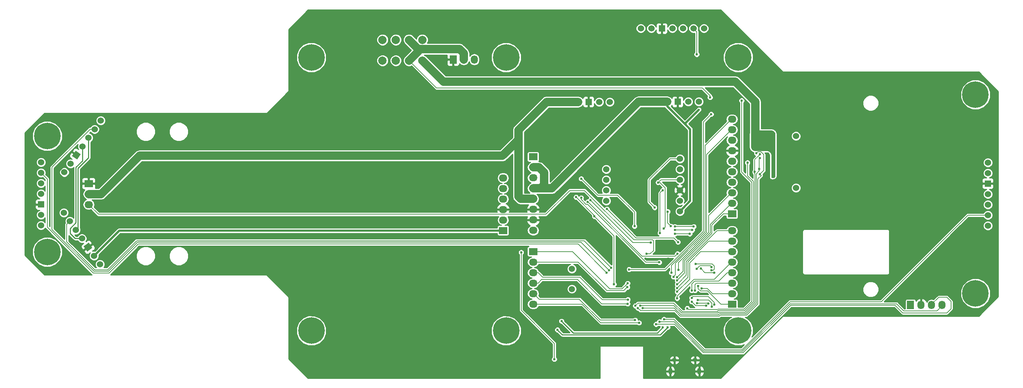
<source format=gbl>
G04 #@! TF.FileFunction,Copper,L2,Bot,Signal*
%FSLAX46Y46*%
G04 Gerber Fmt 4.6, Leading zero omitted, Abs format (unit mm)*
G04 Created by KiCad (PCBNEW 4.0.4+dfsg1-stable) date Thu Jun  8 13:27:36 2017*
%MOMM*%
%LPD*%
G01*
G04 APERTURE LIST*
%ADD10C,0.100000*%
%ADD11R,2.032000X1.727200*%
%ADD12O,2.032000X1.727200*%
%ADD13C,1.524000*%
%ADD14R,1.524000X1.524000*%
%ADD15R,1.727200X2.032000*%
%ADD16O,1.727200X2.032000*%
%ADD17O,1.250000X0.950000*%
%ADD18O,1.000000X1.550000*%
%ADD19C,6.400000*%
%ADD20C,1.501140*%
%ADD21C,2.000000*%
%ADD22C,0.600000*%
%ADD23C,0.160000*%
%ADD24C,0.250000*%
%ADD25C,0.200000*%
%ADD26C,2.000000*%
%ADD27C,0.500000*%
%ADD28C,0.254000*%
G04 APERTURE END LIST*
D10*
D11*
X160758000Y-87510000D03*
D12*
X160758000Y-90050000D03*
X160758000Y-92590000D03*
X160758000Y-95130000D03*
X160758000Y-97670000D03*
X160758000Y-100210000D03*
X160758000Y-102750000D03*
X160758000Y-105290000D03*
D11*
X160758000Y-110390000D03*
D12*
X160758000Y-112930000D03*
X160758000Y-115470000D03*
X160758000Y-118010000D03*
X160758000Y-120550000D03*
X160758000Y-123090000D03*
D11*
X208758000Y-101270000D03*
D12*
X208758000Y-98730000D03*
X208758000Y-96190000D03*
X208758000Y-93650000D03*
X208758000Y-91110000D03*
X208758000Y-88570000D03*
X208758000Y-86030000D03*
X208758000Y-83490000D03*
X208758000Y-80950000D03*
X208758000Y-78410000D03*
D11*
X208758000Y-123110000D03*
D12*
X208758000Y-120570000D03*
X208758000Y-118030000D03*
X208758000Y-115490000D03*
X208758000Y-112950000D03*
X208758000Y-110410000D03*
X208758000Y-107870000D03*
X208758000Y-105330000D03*
D13*
X193108000Y-74200000D03*
D14*
X195648000Y-74200000D03*
D13*
X198188000Y-74200000D03*
X200728000Y-74200000D03*
X171608000Y-74250000D03*
D14*
X174148000Y-74250000D03*
D13*
X176688000Y-74250000D03*
X179228000Y-74250000D03*
X178368000Y-95570000D03*
X178368000Y-93030000D03*
X196148000Y-95570000D03*
X196148000Y-93030000D03*
X196148000Y-98110000D03*
X196148000Y-100650000D03*
X196148000Y-90490000D03*
X196148000Y-87950000D03*
X178368000Y-90490000D03*
X178368000Y-98110000D03*
X42000000Y-104080000D03*
X42000000Y-101540000D03*
D14*
X42000000Y-99000000D03*
D13*
X42000000Y-96460000D03*
X42000000Y-93920000D03*
X42000000Y-91380000D03*
X42000000Y-88840000D03*
X56241305Y-113483877D03*
X54784421Y-111403231D03*
D10*
G36*
X53514666Y-108261326D02*
X54388796Y-109509714D01*
X53140408Y-110383844D01*
X52266278Y-109135456D01*
X53514666Y-108261326D01*
X53514666Y-108261326D01*
G37*
D13*
X51870653Y-107241938D03*
X50413768Y-105161292D03*
X48956884Y-103080646D03*
X47500000Y-101000000D03*
X47629348Y-91241939D03*
X49086232Y-89161293D03*
D10*
G36*
X51604375Y-86893518D02*
X50730245Y-88141906D01*
X49481857Y-87267776D01*
X50355987Y-86019388D01*
X51604375Y-86893518D01*
X51604375Y-86893518D01*
G37*
D13*
X52000000Y-85000000D03*
X53456885Y-82919354D03*
X54913769Y-80838708D03*
X56370653Y-78758062D03*
X186740000Y-56500000D03*
X189280000Y-56500000D03*
D14*
X191820000Y-56500000D03*
D13*
X194360000Y-56500000D03*
X196900000Y-56500000D03*
X199440000Y-56500000D03*
X201980000Y-56500000D03*
X270500000Y-88880000D03*
X270500000Y-91420000D03*
D14*
X270500000Y-93960000D03*
D13*
X270500000Y-96500000D03*
X270500000Y-99040000D03*
X270500000Y-101580000D03*
X270500000Y-104120000D03*
X224220000Y-95020000D03*
X224220000Y-82520000D03*
D15*
X141478000Y-64008000D03*
D16*
X144018000Y-64008000D03*
X146558000Y-64008000D03*
D11*
X53500000Y-93960000D03*
D12*
X53500000Y-96500000D03*
X53500000Y-99040000D03*
D17*
X194857100Y-136613460D03*
X199857100Y-136613460D03*
D18*
X193857100Y-139313460D03*
X200857100Y-139313460D03*
D11*
X153518000Y-105300000D03*
D12*
X153518000Y-102760000D03*
X153518000Y-100220000D03*
X153518000Y-97680000D03*
X153518000Y-95140000D03*
X153518000Y-92600000D03*
D15*
X251846979Y-123304249D03*
D16*
X254386979Y-123304249D03*
X256926979Y-123304249D03*
X259466979Y-123304249D03*
D19*
X43500000Y-110500000D03*
X43500000Y-82500000D03*
D20*
X170118000Y-114559060D03*
X170118000Y-119440940D03*
D21*
X124410000Y-59262000D03*
X127610000Y-59262000D03*
X130810000Y-59262000D03*
X134010000Y-59262000D03*
X124410000Y-64262000D03*
X127610000Y-64262000D03*
X130810000Y-64262000D03*
X134010000Y-64262000D03*
D19*
X267500000Y-120500000D03*
X267500000Y-72500000D03*
X107250000Y-129500000D03*
X107250000Y-63500000D03*
X210250000Y-129500000D03*
X210250000Y-63500000D03*
X154250000Y-129500000D03*
X154250000Y-63500000D03*
D22*
X183568000Y-118050000D03*
X183518000Y-119000000D03*
X183618000Y-122000000D03*
X183568000Y-123000000D03*
X185368000Y-126950000D03*
X186318000Y-127600006D03*
X195518000Y-117400000D03*
X195507870Y-116589870D03*
X195818000Y-114800000D03*
X199508021Y-104350000D03*
X194968000Y-104350000D03*
X199148010Y-105200000D03*
X194968000Y-105200000D03*
X198568000Y-106100000D03*
X194968000Y-106100000D03*
X194618064Y-116500000D03*
X194118000Y-115500000D03*
X200618000Y-118700000D03*
X201418000Y-119300000D03*
X199818000Y-119800000D03*
X199018000Y-119800000D03*
X195518000Y-121700000D03*
X195518000Y-120100000D03*
X195518000Y-119200000D03*
X195518000Y-118300000D03*
X193368000Y-112110012D03*
X187924257Y-112110012D03*
X176118000Y-119340021D03*
X173618000Y-125400000D03*
X178818000Y-110800000D03*
X178818000Y-107800000D03*
X187918000Y-104500000D03*
X186518000Y-103400000D03*
X187618000Y-96500000D03*
X189718000Y-96500000D03*
X186318000Y-131300000D03*
X182618000Y-129300000D03*
X193418000Y-130700000D03*
X196718000Y-130700000D03*
X184118000Y-124000000D03*
X183518000Y-121000000D03*
X183418000Y-116000000D03*
X184118000Y-111100000D03*
X176618000Y-136300000D03*
X176618000Y-137000000D03*
X227000000Y-91000000D03*
X226500000Y-90500000D03*
X226000000Y-91000000D03*
X225500000Y-90500000D03*
X225500000Y-87000000D03*
X226000000Y-84500000D03*
X225575002Y-85000000D03*
X226000000Y-85500000D03*
X225575002Y-86000000D03*
X226000000Y-86500000D03*
X222000000Y-90500000D03*
X222000000Y-89500000D03*
X222000000Y-88500000D03*
X222000000Y-87500000D03*
X222500000Y-91000000D03*
X222500000Y-90000000D03*
X222500000Y-89000000D03*
X222500000Y-88000000D03*
X222500000Y-87000000D03*
X192318000Y-104800000D03*
X190918000Y-93700000D03*
X191393000Y-105925000D03*
X192018000Y-95600000D03*
X203454000Y-73152000D03*
X215497390Y-86909573D03*
X214225000Y-91150000D03*
X186618000Y-123450000D03*
X187218000Y-124050000D03*
X215350000Y-90475000D03*
X215500000Y-87825000D03*
X192343000Y-126750000D03*
X178508306Y-115484891D03*
X179621517Y-114316460D03*
X179071259Y-114916470D03*
X200250000Y-62750000D03*
X211074000Y-73914000D03*
X197940752Y-124102493D03*
X188118000Y-110950000D03*
X204440945Y-115511356D03*
X201218002Y-114500000D03*
X203825715Y-114919990D03*
X200018000Y-113400000D03*
X203817146Y-114120024D03*
X200217996Y-114600000D03*
X191218000Y-113000000D03*
X172368000Y-97400000D03*
X173916584Y-98382694D03*
X195582870Y-110914870D03*
X174618728Y-97999272D03*
X189118000Y-108200000D03*
X178568000Y-100100000D03*
X195718000Y-108100000D03*
X165862000Y-136398000D03*
X157868000Y-110575000D03*
X175557870Y-101910130D03*
X180268000Y-118300000D03*
X171118000Y-97250000D03*
X204449968Y-123215264D03*
X199018000Y-121580010D03*
X203855167Y-123750270D03*
X200518000Y-122100000D03*
X203062346Y-122930977D03*
X200318000Y-122900000D03*
X202500000Y-123500000D03*
X199018000Y-122500000D03*
X166618000Y-129300008D03*
X193218004Y-128700000D03*
X167617999Y-127200000D03*
X192068000Y-128700000D03*
X190418000Y-127950000D03*
X191243000Y-127350000D03*
X214650000Y-86625000D03*
X215486826Y-91750650D03*
X186037990Y-124050000D03*
X212500000Y-88900000D03*
X185418000Y-123500000D03*
X172368000Y-92800000D03*
X185218000Y-104275000D03*
X203708000Y-77216000D03*
X183918000Y-114700000D03*
X218750000Y-87000000D03*
X218750000Y-88000000D03*
X218750000Y-89000000D03*
X218750000Y-90000000D03*
X218750000Y-91000000D03*
X218750000Y-92000000D03*
X218000000Y-84000000D03*
X217000000Y-84000000D03*
X214000000Y-83000000D03*
X215000000Y-83000000D03*
X216000000Y-84000000D03*
X215000000Y-84000000D03*
X214000000Y-84000000D03*
X214000000Y-85000000D03*
X215000000Y-85000000D03*
X190070500Y-99750000D03*
X193250000Y-100750000D03*
X194000000Y-104250000D03*
D23*
X183268001Y-118349999D02*
X183568000Y-118050000D01*
X182218000Y-119400000D02*
X183268001Y-118349999D01*
X170258000Y-110390000D02*
X179268000Y-119400000D01*
X179268000Y-119400000D02*
X182218000Y-119400000D01*
X160758000Y-110390000D02*
X170258000Y-110390000D01*
X178568000Y-119850000D02*
X182668000Y-119850000D01*
X182668000Y-119850000D02*
X183518000Y-119000000D01*
X171648000Y-112930000D02*
X178568000Y-119850000D01*
X160758000Y-112930000D02*
X171648000Y-112930000D01*
X172068000Y-116600000D02*
X177468000Y-122000000D01*
X177468000Y-122000000D02*
X183618000Y-122000000D01*
X163064000Y-116600000D02*
X172068000Y-116600000D01*
X160758000Y-115470000D02*
X161934000Y-115470000D01*
X161934000Y-115470000D02*
X163064000Y-116600000D01*
X161934000Y-118010000D02*
X160758000Y-118010000D01*
X171418000Y-117100000D02*
X177318000Y-123000000D01*
X177318000Y-123000000D02*
X183568000Y-123000000D01*
X162844000Y-117100000D02*
X171418000Y-117100000D01*
X161934000Y-118010000D02*
X162844000Y-117100000D01*
X160910400Y-120550000D02*
X162260400Y-121900000D01*
X162260400Y-121900000D02*
X171918000Y-121900000D01*
X176968000Y-126950000D02*
X185368000Y-126950000D01*
X171918000Y-121900000D02*
X176968000Y-126950000D01*
X185893736Y-127600006D02*
X186318000Y-127600006D01*
X172558000Y-123090000D02*
X177068006Y-127600006D01*
X177068006Y-127600006D02*
X185893736Y-127600006D01*
X160758000Y-123090000D02*
X172558000Y-123090000D01*
X195518000Y-117400000D02*
X197318000Y-115600000D01*
X206648000Y-101270000D02*
X208758000Y-101270000D01*
X197318000Y-115600000D02*
X197318000Y-112600000D01*
X197318000Y-112600000D02*
X203918000Y-106000000D01*
X203918000Y-106000000D02*
X203918000Y-104000000D01*
X203918000Y-104000000D02*
X206648000Y-101270000D01*
X208758000Y-101270000D02*
X208605600Y-101270000D01*
X195807869Y-116289871D02*
X195507870Y-116589870D01*
X208758000Y-98730000D02*
X208605600Y-98730000D01*
X196957989Y-112450879D02*
X196957989Y-115139751D01*
X203518000Y-105890868D02*
X196957989Y-112450879D01*
X203518000Y-103817600D02*
X203518000Y-105890868D01*
X208605600Y-98730000D02*
X203518000Y-103817600D01*
X196957989Y-115139751D02*
X195807869Y-116289871D01*
X203118000Y-105781736D02*
X195818000Y-113081736D01*
X208758000Y-96190000D02*
X208605600Y-96190000D01*
X203118000Y-101677600D02*
X203118000Y-105781736D01*
X195818000Y-114375736D02*
X195818000Y-114800000D01*
X208605600Y-96190000D02*
X203118000Y-101677600D01*
X195818000Y-113081736D02*
X195818000Y-114375736D01*
X194968000Y-104350000D02*
X199508021Y-104350000D01*
X194968000Y-105200000D02*
X199148010Y-105200000D01*
X194968000Y-106100000D02*
X198568000Y-106100000D01*
X194918063Y-116200001D02*
X194618064Y-116500000D01*
X202618000Y-105750000D02*
X195118028Y-113249972D01*
X202618000Y-86937600D02*
X202618000Y-105750000D01*
X195118028Y-113249972D02*
X195118028Y-116000036D01*
X208758000Y-80950000D02*
X208605600Y-80950000D01*
X195118028Y-116000036D02*
X194918063Y-116200001D01*
X208605600Y-80950000D02*
X202618000Y-86937600D01*
X194118000Y-115075736D02*
X194118000Y-115500000D01*
X194118000Y-113740868D02*
X194118000Y-115075736D01*
X202257989Y-84757611D02*
X202257989Y-105600879D01*
X208605600Y-78410000D02*
X202257989Y-84757611D01*
X208758000Y-78410000D02*
X208605600Y-78410000D01*
X202257989Y-105600879D02*
X194118000Y-113740868D01*
X200618000Y-119358402D02*
X200618000Y-119124264D01*
X201139599Y-119880001D02*
X200618000Y-119358402D01*
X202873737Y-119880001D02*
X201139599Y-119880001D01*
X206103736Y-123110000D02*
X202873737Y-119880001D01*
X208758000Y-123110000D02*
X206103736Y-123110000D01*
X200618000Y-119124264D02*
X200618000Y-118700000D01*
X202818000Y-119300000D02*
X201842264Y-119300000D01*
X208758000Y-120570000D02*
X204088000Y-120570000D01*
X201842264Y-119300000D02*
X201418000Y-119300000D01*
X204088000Y-120570000D02*
X202818000Y-119300000D01*
X199818000Y-119375736D02*
X199818000Y-119800000D01*
X199818000Y-118400000D02*
X199818000Y-119375736D01*
X200188000Y-118030000D02*
X199818000Y-118400000D01*
X208758000Y-118030000D02*
X200188000Y-118030000D01*
X199718000Y-117500000D02*
X199018000Y-118200000D01*
X199018000Y-118200000D02*
X199018000Y-119800000D01*
X205572000Y-117500000D02*
X199718000Y-117500000D01*
X208758000Y-115490000D02*
X207582000Y-115490000D01*
X207582000Y-115490000D02*
X205572000Y-117500000D01*
X195518000Y-121175724D02*
X195518000Y-121275736D01*
X199593724Y-117100000D02*
X195518000Y-121175724D01*
X204455600Y-117100000D02*
X199593724Y-117100000D01*
X208758000Y-112950000D02*
X208605600Y-112950000D01*
X195518000Y-121275736D02*
X195518000Y-121700000D01*
X208605600Y-112950000D02*
X204455600Y-117100000D01*
X198518000Y-113100000D02*
X198518000Y-117100000D01*
X198518000Y-117100000D02*
X195518000Y-120100000D01*
X201208000Y-110410000D02*
X198518000Y-113100000D01*
X208758000Y-110410000D02*
X201208000Y-110410000D01*
X198118000Y-112900000D02*
X198118000Y-116600000D01*
X198118000Y-116600000D02*
X195518000Y-119200000D01*
X203148000Y-107870000D02*
X198118000Y-112900000D01*
X208758000Y-107870000D02*
X203148000Y-107870000D01*
X195817999Y-118000001D02*
X195518000Y-118300000D01*
X197718000Y-116100000D02*
X195817999Y-118000001D01*
X197718000Y-112790868D02*
X197718000Y-116100000D01*
X205178868Y-105330000D02*
X197718000Y-112790868D01*
X208758000Y-105330000D02*
X205178868Y-105330000D01*
X224500000Y-91100000D02*
X225900000Y-91100000D01*
X225900000Y-91100000D02*
X226000000Y-91000000D01*
D24*
X226500000Y-90500000D02*
X227000000Y-91000000D01*
X225500000Y-90500000D02*
X226000000Y-91000000D01*
X226000000Y-85500000D02*
X226000000Y-85424998D01*
X226000000Y-85424998D02*
X225575002Y-85000000D01*
X226000000Y-86500000D02*
X226000000Y-86424998D01*
X226000000Y-86424998D02*
X225575002Y-86000000D01*
X222000000Y-89500000D02*
X222000000Y-90500000D01*
X222500000Y-87000000D02*
X222000000Y-87500000D01*
X222500000Y-89000000D02*
X222500000Y-90000000D01*
X222500000Y-87000000D02*
X222500000Y-88000000D01*
D25*
X192618002Y-104499998D02*
X192618002Y-94975738D01*
X192318000Y-104800000D02*
X192618002Y-104499998D01*
X191342264Y-93700000D02*
X190918000Y-93700000D01*
X192618002Y-94975738D02*
X191342264Y-93700000D01*
X196148000Y-93030000D02*
X191588000Y-93030000D01*
X191588000Y-93030000D02*
X190918000Y-93700000D01*
X191393000Y-105500736D02*
X191393000Y-105925000D01*
X191393000Y-96225000D02*
X191393000Y-105500736D01*
X192018000Y-95600000D02*
X191393000Y-96225000D01*
X203454000Y-73152000D02*
X203454000Y-72727736D01*
X203454000Y-72727736D02*
X201592264Y-70866000D01*
X201592264Y-70866000D02*
X137414000Y-70866000D01*
X137414000Y-70866000D02*
X130810000Y-64262000D01*
D26*
X130810000Y-64262000D02*
X133010001Y-62061999D01*
X133010001Y-62061999D02*
X133010001Y-61462001D01*
X144018000Y-64008000D02*
X144018000Y-62508398D01*
X131809999Y-60261999D02*
X130810000Y-59262000D01*
X144018000Y-62508398D02*
X142971603Y-61462001D01*
X142971603Y-61462001D02*
X133010001Y-61462001D01*
X133010001Y-61462001D02*
X131809999Y-60261999D01*
X53500000Y-96500000D02*
X56516000Y-96500000D01*
X56516000Y-96500000D02*
X65766000Y-87250000D01*
X65766000Y-87250000D02*
X153368000Y-87250000D01*
X153368000Y-87250000D02*
X157218000Y-83400000D01*
X171608000Y-74250000D02*
X163968000Y-74250000D01*
X163968000Y-74250000D02*
X157218000Y-81000000D01*
X157218000Y-81000000D02*
X157218000Y-83400000D01*
X157742000Y-97670000D02*
X160758000Y-97670000D01*
X157218000Y-97146000D02*
X157742000Y-97670000D01*
X157218000Y-83400000D02*
X157218000Y-97146000D01*
D27*
X98400000Y-105300000D02*
X153518000Y-105300000D01*
X197360001Y-79529631D02*
X200789632Y-76100000D01*
X197360001Y-79529631D02*
X198668000Y-80837630D01*
X198668000Y-80837630D02*
X198668000Y-98130000D01*
X198668000Y-98130000D02*
X196909999Y-99888001D01*
X196909999Y-99888001D02*
X196148000Y-100650000D01*
D26*
X160758000Y-95130000D02*
X162538000Y-95130000D01*
X162538000Y-95130000D02*
X163418000Y-94250000D01*
X163418000Y-94250000D02*
X163418000Y-91300000D01*
X163418000Y-91300000D02*
X162168000Y-90050000D01*
X162168000Y-90050000D02*
X160758000Y-90050000D01*
X165288000Y-95130000D02*
X161868000Y-95130000D01*
X161868000Y-95130000D02*
X160758000Y-95130000D01*
D27*
X98400000Y-105300000D02*
X60887652Y-105300000D01*
X60887652Y-105300000D02*
X54784421Y-111403231D01*
X193108000Y-74200000D02*
X193108000Y-75277630D01*
X193108000Y-75277630D02*
X197360001Y-79529631D01*
D26*
X193108000Y-74200000D02*
X186218000Y-74200000D01*
X186218000Y-74200000D02*
X165288000Y-95130000D01*
D23*
X205596688Y-125029978D02*
X211951758Y-125029978D01*
X214279978Y-91629242D02*
X214225000Y-91574264D01*
X214225000Y-91574264D02*
X214225000Y-91150000D01*
X211951758Y-125029978D02*
X214279978Y-122701758D01*
X194758868Y-123450000D02*
X196588846Y-125279978D01*
X186618000Y-123450000D02*
X194758868Y-123450000D01*
X214279978Y-122701758D02*
X214279978Y-91629242D01*
X205346688Y-125279978D02*
X205596688Y-125029978D01*
X196588846Y-125279978D02*
X205346688Y-125279978D01*
X214225000Y-91150000D02*
X214225000Y-88181963D01*
X215197391Y-87209572D02*
X215497390Y-86909573D01*
X214225000Y-88181963D02*
X215197391Y-87209572D01*
X196439725Y-125639989D02*
X194849736Y-124050000D01*
X187642264Y-124050000D02*
X187218000Y-124050000D01*
X194849736Y-124050000D02*
X187642264Y-124050000D01*
X212100879Y-125389989D02*
X205745809Y-125389989D01*
X205495809Y-125639989D02*
X196439725Y-125639989D01*
X205745809Y-125389989D02*
X205495809Y-125639989D01*
X214639989Y-122850879D02*
X212100879Y-125389989D01*
X214639989Y-91609275D02*
X214639989Y-122850879D01*
X215350000Y-90475000D02*
X215350000Y-90899264D01*
X215350000Y-90899264D02*
X214639989Y-91609275D01*
X215350000Y-90475000D02*
X215350000Y-87975000D01*
X215350000Y-87975000D02*
X215500000Y-87825000D01*
X192343000Y-126750000D02*
X194750000Y-126750000D01*
X194750000Y-126750000D02*
X202110010Y-134110009D01*
X202110010Y-134110009D02*
X211139991Y-134110009D01*
X211139991Y-134110009D02*
X222750000Y-122500000D01*
X222750000Y-122500000D02*
X244750000Y-122500000D01*
X244750000Y-122500000D02*
X265670000Y-101580000D01*
X265670000Y-101580000D02*
X270500000Y-101580000D01*
X269422370Y-101580000D02*
X270500000Y-101580000D01*
D25*
X42000000Y-91380000D02*
X43500000Y-92880000D01*
X43500000Y-92880000D02*
X43500000Y-104500000D01*
X43500000Y-104500000D02*
X54600000Y-115600000D01*
X54600000Y-115600000D02*
X58406400Y-115600000D01*
X58406400Y-115600000D02*
X65431400Y-108575000D01*
X65431400Y-108575000D02*
X171598415Y-108575000D01*
X171598415Y-108575000D02*
X178508306Y-115484891D01*
X48956884Y-103080646D02*
X48194885Y-103842645D01*
X48194885Y-103842645D02*
X48194885Y-108063485D01*
X54931378Y-114799978D02*
X58075022Y-114799978D01*
X48194885Y-108063485D02*
X54931378Y-114799978D01*
X58075022Y-114799978D02*
X65100022Y-107774978D01*
X65100022Y-107774978D02*
X173080035Y-107774978D01*
X173080035Y-107774978D02*
X179621517Y-114316460D01*
X179071259Y-114916470D02*
X172329778Y-108174989D01*
X172329778Y-108174989D02*
X65265711Y-108174989D01*
X65265711Y-108174989D02*
X58240711Y-115199989D01*
X58240711Y-115199989D02*
X54765689Y-115199989D01*
X54765689Y-115199989D02*
X44625000Y-105059300D01*
X44625000Y-105059300D02*
X44625000Y-90049847D01*
X44625000Y-90049847D02*
X53836139Y-80838708D01*
X53836139Y-80838708D02*
X54913769Y-80838708D01*
D23*
X211074000Y-74338264D02*
X211074000Y-73914000D01*
X205205910Y-124402492D02*
X205298446Y-124309956D01*
X211074000Y-91186000D02*
X211074000Y-74338264D01*
X213559956Y-93671956D02*
X211074000Y-91186000D01*
X205298446Y-124309956D02*
X211653516Y-124309956D01*
X197940752Y-124102493D02*
X198240751Y-124402492D01*
X198240751Y-124402492D02*
X205205910Y-124402492D01*
X213559956Y-122403516D02*
X213559956Y-93671956D01*
X211653516Y-124309956D02*
X213559956Y-122403516D01*
X200250000Y-62325736D02*
X200250000Y-62750000D01*
X199440000Y-56500000D02*
X200250000Y-57310000D01*
X200250000Y-57310000D02*
X200250000Y-62325736D01*
D25*
X53500000Y-99040000D02*
X55860000Y-101400000D01*
X189568000Y-107550000D02*
X189818000Y-107800000D01*
X55860000Y-101400000D02*
X163818000Y-101400000D01*
X169568000Y-95650000D02*
X173168000Y-95650000D01*
X173168000Y-95650000D02*
X185068000Y-107550000D01*
X163818000Y-101400000D02*
X169568000Y-95650000D01*
X185068000Y-107550000D02*
X189568000Y-107550000D01*
X189818000Y-107800000D02*
X189818000Y-110150000D01*
X189818000Y-110150000D02*
X189018000Y-110950000D01*
X189018000Y-110950000D02*
X188118000Y-110950000D01*
D23*
X204429589Y-115500000D02*
X204440945Y-115511356D01*
X201218002Y-114500000D02*
X202218002Y-115500000D01*
X202218002Y-115500000D02*
X204429589Y-115500000D01*
X200018000Y-113400000D02*
X203976404Y-113400000D01*
X204498002Y-114671967D02*
X204249979Y-114919990D01*
X204498002Y-113921598D02*
X204498002Y-114671967D01*
X203976404Y-113400000D02*
X204498002Y-113921598D01*
X204249979Y-114919990D02*
X203825715Y-114919990D01*
X203517147Y-113820025D02*
X203817146Y-114120024D01*
X200217996Y-114600000D02*
X200997971Y-113820025D01*
X200997971Y-113820025D02*
X203517147Y-113820025D01*
X187968000Y-113000000D02*
X190793736Y-113000000D01*
X173930695Y-98962695D02*
X187968000Y-113000000D01*
X172368000Y-97824264D02*
X173506431Y-98962695D01*
X172368000Y-97400000D02*
X172368000Y-97824264D01*
X173506431Y-98962695D02*
X173930695Y-98962695D01*
X190793736Y-113000000D02*
X191218000Y-113000000D01*
X195582870Y-110914870D02*
X194967738Y-111530002D01*
X194967738Y-111530002D02*
X187063892Y-111530002D01*
X187063892Y-111530002D02*
X174216583Y-98682693D01*
X174216583Y-98682693D02*
X173916584Y-98382694D01*
X189118000Y-108200000D02*
X184819456Y-108200000D01*
X174918727Y-98299271D02*
X174618728Y-97999272D01*
X184819456Y-108200000D02*
X174918727Y-98299271D01*
X178867999Y-100399999D02*
X178568000Y-100100000D01*
X185568000Y-107100000D02*
X178867999Y-100399999D01*
X194718000Y-107100000D02*
X185568000Y-107100000D01*
X195718000Y-108100000D02*
X194718000Y-107100000D01*
X165893000Y-132600000D02*
X165893000Y-136367000D01*
X165893000Y-136367000D02*
X165862000Y-136398000D01*
X157868000Y-124575000D02*
X165893000Y-132600000D01*
X157868000Y-110575000D02*
X157868000Y-124575000D01*
X175557870Y-101689870D02*
X175557870Y-101910130D01*
X175857869Y-102210129D02*
X175557870Y-101910130D01*
X180268000Y-106620260D02*
X175857869Y-102210129D01*
X180268000Y-118300000D02*
X180268000Y-106620260D01*
X171118000Y-97250000D02*
X175557870Y-101689870D01*
X203034742Y-121280011D02*
X204449968Y-122695237D01*
X204449968Y-122695237D02*
X204449968Y-122791000D01*
X204449968Y-122791000D02*
X204449968Y-123215264D01*
X199317999Y-121280011D02*
X203034742Y-121280011D01*
X199018000Y-121580010D02*
X199317999Y-121280011D01*
X203855167Y-123326006D02*
X203855167Y-123750270D01*
X200518000Y-122100000D02*
X203089773Y-122100000D01*
X203855167Y-122865394D02*
X203855167Y-123326006D01*
X203089773Y-122100000D02*
X203855167Y-122865394D01*
X200318000Y-122900000D02*
X203031369Y-122900000D01*
X203031369Y-122900000D02*
X203062346Y-122930977D01*
X202075736Y-123500000D02*
X202500000Y-123500000D01*
X199018000Y-122500000D02*
X200018000Y-123500000D01*
X200018000Y-123500000D02*
X202075736Y-123500000D01*
D24*
X166917999Y-129600007D02*
X166618000Y-129300008D01*
X167817991Y-130499999D02*
X166917999Y-129600007D01*
X193218004Y-128700000D02*
X191418005Y-130499999D01*
X191418005Y-130499999D02*
X167817991Y-130499999D01*
X51870653Y-107241938D02*
X50241938Y-107241938D01*
X50425000Y-90055049D02*
X52000000Y-88480049D01*
X52000000Y-88480049D02*
X52000000Y-86077630D01*
X50241938Y-107241938D02*
X49000000Y-106000000D01*
X49000000Y-104850000D02*
X50425000Y-103425000D01*
X49000000Y-106000000D02*
X49000000Y-104850000D01*
X50425000Y-103425000D02*
X50425000Y-90055049D01*
X52000000Y-86077630D02*
X52000000Y-85000000D01*
X167917998Y-127499999D02*
X167617999Y-127200000D01*
X170442987Y-130024988D02*
X167917998Y-127499999D01*
X190743012Y-130024988D02*
X170442987Y-130024988D01*
X192068000Y-128700000D02*
X190743012Y-130024988D01*
X50413768Y-105161292D02*
X50900000Y-104675060D01*
X50900000Y-104675060D02*
X50900000Y-90300000D01*
X50900000Y-90300000D02*
X53456885Y-87743115D01*
X53456885Y-87743115D02*
X53456885Y-83996984D01*
X53456885Y-83996984D02*
X53456885Y-82919354D01*
D23*
X256926979Y-123151849D02*
X256926979Y-123304249D01*
X211438233Y-134830031D02*
X222893264Y-123375000D01*
X260604000Y-121412000D02*
X258666828Y-121412000D01*
X222893264Y-123375000D02*
X248089000Y-123375000D01*
X261620000Y-124206000D02*
X261620000Y-122428000D01*
X249936000Y-125222000D02*
X260604000Y-125222000D01*
X194931736Y-127950000D02*
X201811769Y-134830031D01*
X260604000Y-125222000D02*
X261620000Y-124206000D01*
X201811769Y-134830031D02*
X211438233Y-134830031D01*
X190418000Y-127950000D02*
X194931736Y-127950000D01*
X261620000Y-122428000D02*
X260604000Y-121412000D01*
X258666828Y-121412000D02*
X256926979Y-123151849D01*
X248089000Y-123375000D02*
X249936000Y-125222000D01*
X256926979Y-123456649D02*
X256926979Y-123304249D01*
X248490989Y-123014989D02*
X250190000Y-124714000D01*
X250190000Y-124714000D02*
X258209628Y-124714000D01*
X191243000Y-127350000D02*
X194840868Y-127350000D01*
X201960890Y-134470020D02*
X211289113Y-134470019D01*
X222744143Y-123014989D02*
X248490989Y-123014989D01*
X259466979Y-123456649D02*
X259466979Y-123304249D01*
X258209628Y-124714000D02*
X259466979Y-123456649D01*
X194840868Y-127350000D02*
X201960890Y-134470020D01*
X211289113Y-134470019D02*
X222744143Y-123014989D01*
X259466979Y-123304249D02*
X259466979Y-123151849D01*
X212250000Y-125750000D02*
X215000000Y-123000000D01*
X215000000Y-92837474D02*
X215786825Y-92050649D01*
X215786825Y-92050649D02*
X215486826Y-91750650D01*
X186037990Y-124050000D02*
X186668022Y-124680032D01*
X186668022Y-124680032D02*
X187763165Y-124680033D01*
X187763165Y-124680033D02*
X194970637Y-124680033D01*
X194970637Y-124680033D02*
X196290604Y-126000000D01*
X215000000Y-123000000D02*
X215000000Y-92837474D01*
X196290604Y-126000000D02*
X205644930Y-126000000D01*
X205644930Y-126000000D02*
X205894930Y-125750000D01*
X205894930Y-125750000D02*
X212250000Y-125750000D01*
X214949999Y-86325001D02*
X214650000Y-86625000D01*
X215486826Y-91750650D02*
X216425000Y-90812476D01*
X215749265Y-86325001D02*
X214949999Y-86325001D01*
X216425000Y-87000736D02*
X215749265Y-86325001D01*
X216425000Y-90812476D02*
X216425000Y-87000736D01*
X211802637Y-124669967D02*
X205447567Y-124669967D01*
X205197567Y-124919967D02*
X196737967Y-124919967D01*
X205447567Y-124669967D02*
X205197567Y-124919967D01*
X196737967Y-124919967D02*
X194657989Y-122839989D01*
X213919967Y-122552637D02*
X211802637Y-124669967D01*
X212500000Y-92102868D02*
X213919967Y-93522835D01*
X213919967Y-93522835D02*
X213919967Y-122552637D01*
X185717999Y-123200001D02*
X185418000Y-123500000D01*
X186078011Y-122839989D02*
X185717999Y-123200001D01*
X194657989Y-122839989D02*
X186078011Y-122839989D01*
X212500000Y-88900000D02*
X212500000Y-92102868D01*
X181140162Y-96800000D02*
X176368000Y-96800000D01*
X176368000Y-96800000D02*
X172368000Y-92800000D01*
X185218000Y-104275000D02*
X185218000Y-100877838D01*
X185218000Y-100877838D02*
X181140162Y-96800000D01*
X201818000Y-81100000D02*
X201818000Y-79106000D01*
X201818000Y-79106000D02*
X203708000Y-77216000D01*
X184342264Y-114700000D02*
X183918000Y-114700000D01*
X192618000Y-114700000D02*
X184342264Y-114700000D01*
X201818000Y-105500000D02*
X192618000Y-114700000D01*
X201818000Y-81100000D02*
X201818000Y-105500000D01*
D26*
X134010000Y-64262000D02*
X139090000Y-69342000D01*
D24*
X218750000Y-89000000D02*
X218750000Y-88000000D01*
X218750000Y-90000000D02*
X218750000Y-89000000D01*
X218750000Y-92000000D02*
X218750000Y-91000000D01*
D26*
X209550000Y-69342000D02*
X214376000Y-74168000D01*
X214376000Y-74168000D02*
X214376000Y-82804000D01*
X139090000Y-69342000D02*
X209550000Y-69342000D01*
D24*
X216000000Y-84000000D02*
X217000000Y-84000000D01*
X216000000Y-84000000D02*
X215000000Y-83000000D01*
X214000000Y-84000000D02*
X215000000Y-84000000D01*
X215000000Y-85000000D02*
X214000000Y-85000000D01*
D23*
X188750000Y-93000000D02*
X188750000Y-98429500D01*
X188750000Y-98429500D02*
X190070500Y-99750000D01*
X193800000Y-87950000D02*
X188750000Y-93000000D01*
X196148000Y-87950000D02*
X193800000Y-87950000D01*
X194000000Y-104250000D02*
X193250000Y-103500000D01*
X193250000Y-103500000D02*
X193250000Y-100750000D01*
D28*
G36*
X218533130Y-81295752D02*
X218815545Y-81484455D01*
X219004248Y-81766870D01*
X219073000Y-82112509D01*
X219073000Y-92087491D01*
X219042308Y-92241790D01*
X218961991Y-92361991D01*
X218841790Y-92442308D01*
X218687491Y-92473000D01*
X218362509Y-92473000D01*
X218342149Y-92468950D01*
X218335496Y-92464504D01*
X218331050Y-92457851D01*
X218327000Y-92437491D01*
X218327000Y-87100000D01*
X218324560Y-87075224D01*
X218248440Y-86692541D01*
X218229477Y-86646760D01*
X218012704Y-86322336D01*
X217977664Y-86287296D01*
X217653240Y-86070523D01*
X217607459Y-86051560D01*
X217224776Y-85975440D01*
X217200000Y-85973000D01*
X215940962Y-85973000D01*
X215905017Y-85948982D01*
X215749265Y-85918001D01*
X214949999Y-85918001D01*
X214794247Y-85948982D01*
X214758301Y-85973000D01*
X214312509Y-85973000D01*
X213966870Y-85904248D01*
X213684455Y-85715545D01*
X213495752Y-85433130D01*
X213427000Y-85087491D01*
X213427000Y-82112509D01*
X213495752Y-81766870D01*
X213684455Y-81484455D01*
X213966870Y-81295752D01*
X214312509Y-81227000D01*
X218187491Y-81227000D01*
X218533130Y-81295752D01*
X218533130Y-81295752D01*
G37*
X218533130Y-81295752D02*
X218815545Y-81484455D01*
X219004248Y-81766870D01*
X219073000Y-82112509D01*
X219073000Y-92087491D01*
X219042308Y-92241790D01*
X218961991Y-92361991D01*
X218841790Y-92442308D01*
X218687491Y-92473000D01*
X218362509Y-92473000D01*
X218342149Y-92468950D01*
X218335496Y-92464504D01*
X218331050Y-92457851D01*
X218327000Y-92437491D01*
X218327000Y-87100000D01*
X218324560Y-87075224D01*
X218248440Y-86692541D01*
X218229477Y-86646760D01*
X218012704Y-86322336D01*
X217977664Y-86287296D01*
X217653240Y-86070523D01*
X217607459Y-86051560D01*
X217224776Y-85975440D01*
X217200000Y-85973000D01*
X215940962Y-85973000D01*
X215905017Y-85948982D01*
X215749265Y-85918001D01*
X214949999Y-85918001D01*
X214794247Y-85948982D01*
X214758301Y-85973000D01*
X214312509Y-85973000D01*
X213966870Y-85904248D01*
X213684455Y-85715545D01*
X213495752Y-85433130D01*
X213427000Y-85087491D01*
X213427000Y-82112509D01*
X213495752Y-81766870D01*
X213684455Y-81484455D01*
X213966870Y-81295752D01*
X214312509Y-81227000D01*
X218187491Y-81227000D01*
X218533130Y-81295752D01*
G36*
X220844441Y-66854375D02*
X220844794Y-66854612D01*
X220845032Y-66854968D01*
X220926180Y-66909189D01*
X221007119Y-66963467D01*
X221007539Y-66963551D01*
X221007893Y-66963788D01*
X221103243Y-66982754D01*
X221199162Y-67002000D01*
X221199583Y-67001917D01*
X221200000Y-67002000D01*
X268292064Y-67002000D01*
X272998000Y-71707935D01*
X272998000Y-121292065D01*
X268292064Y-125998000D01*
X221200000Y-125998000D01*
X221199583Y-125998083D01*
X221199162Y-125998000D01*
X221103243Y-126017246D01*
X221007893Y-126036212D01*
X221007539Y-126036449D01*
X221007119Y-126036533D01*
X220926180Y-126090811D01*
X220845032Y-126145032D01*
X220844794Y-126145388D01*
X220844441Y-126145625D01*
X206041573Y-140998000D01*
X187345000Y-140998000D01*
X187345000Y-139440460D01*
X192722100Y-139440460D01*
X192722100Y-139715460D01*
X192857098Y-140140138D01*
X193144337Y-140480828D01*
X193555226Y-140682579D01*
X193730100Y-140556414D01*
X193730100Y-139440460D01*
X193984100Y-139440460D01*
X193984100Y-140556414D01*
X194158974Y-140682579D01*
X194569863Y-140480828D01*
X194857102Y-140140138D01*
X194992100Y-139715460D01*
X194992100Y-139440460D01*
X199722100Y-139440460D01*
X199722100Y-139715460D01*
X199857098Y-140140138D01*
X200144337Y-140480828D01*
X200555226Y-140682579D01*
X200730100Y-140556414D01*
X200730100Y-139440460D01*
X200984100Y-139440460D01*
X200984100Y-140556414D01*
X201158974Y-140682579D01*
X201569863Y-140480828D01*
X201857102Y-140140138D01*
X201992100Y-139715460D01*
X201992100Y-139440460D01*
X200984100Y-139440460D01*
X200730100Y-139440460D01*
X199722100Y-139440460D01*
X194992100Y-139440460D01*
X193984100Y-139440460D01*
X193730100Y-139440460D01*
X192722100Y-139440460D01*
X187345000Y-139440460D01*
X187345000Y-138911460D01*
X192722100Y-138911460D01*
X192722100Y-139186460D01*
X193730100Y-139186460D01*
X193730100Y-138070506D01*
X193984100Y-138070506D01*
X193984100Y-139186460D01*
X194992100Y-139186460D01*
X194992100Y-138911460D01*
X199722100Y-138911460D01*
X199722100Y-139186460D01*
X200730100Y-139186460D01*
X200730100Y-138070506D01*
X200984100Y-138070506D01*
X200984100Y-139186460D01*
X201992100Y-139186460D01*
X201992100Y-138911460D01*
X201857102Y-138486782D01*
X201569863Y-138146092D01*
X201158974Y-137944341D01*
X200984100Y-138070506D01*
X200730100Y-138070506D01*
X200555226Y-137944341D01*
X200144337Y-138146092D01*
X199857098Y-138486782D01*
X199722100Y-138911460D01*
X194992100Y-138911460D01*
X194857102Y-138486782D01*
X194569863Y-138146092D01*
X194158974Y-137944341D01*
X193984100Y-138070506D01*
X193730100Y-138070506D01*
X193555226Y-137944341D01*
X193144337Y-138146092D01*
X192857098Y-138486782D01*
X192722100Y-138911460D01*
X187345000Y-138911460D01*
X187345000Y-136911398D01*
X193637832Y-136911398D01*
X193821548Y-137285281D01*
X194146051Y-137573028D01*
X194555969Y-137714689D01*
X194730100Y-137566023D01*
X194730100Y-136740460D01*
X194984100Y-136740460D01*
X194984100Y-137566023D01*
X195158231Y-137714689D01*
X195568149Y-137573028D01*
X195892652Y-137285281D01*
X196076368Y-136911398D01*
X198637832Y-136911398D01*
X198821548Y-137285281D01*
X199146051Y-137573028D01*
X199555969Y-137714689D01*
X199730100Y-137566023D01*
X199730100Y-136740460D01*
X199984100Y-136740460D01*
X199984100Y-137566023D01*
X200158231Y-137714689D01*
X200568149Y-137573028D01*
X200892652Y-137285281D01*
X201076368Y-136911398D01*
X200949834Y-136740460D01*
X199984100Y-136740460D01*
X199730100Y-136740460D01*
X198764366Y-136740460D01*
X198637832Y-136911398D01*
X196076368Y-136911398D01*
X195949834Y-136740460D01*
X194984100Y-136740460D01*
X194730100Y-136740460D01*
X193764366Y-136740460D01*
X193637832Y-136911398D01*
X187345000Y-136911398D01*
X187345000Y-136315522D01*
X193637832Y-136315522D01*
X193764366Y-136486460D01*
X194730100Y-136486460D01*
X194730100Y-135660897D01*
X194984100Y-135660897D01*
X194984100Y-136486460D01*
X195949834Y-136486460D01*
X196076368Y-136315522D01*
X198637832Y-136315522D01*
X198764366Y-136486460D01*
X199730100Y-136486460D01*
X199730100Y-135660897D01*
X199984100Y-135660897D01*
X199984100Y-136486460D01*
X200949834Y-136486460D01*
X201076368Y-136315522D01*
X200892652Y-135941639D01*
X200568149Y-135653892D01*
X200158231Y-135512231D01*
X199984100Y-135660897D01*
X199730100Y-135660897D01*
X199555969Y-135512231D01*
X199146051Y-135653892D01*
X198821548Y-135941639D01*
X198637832Y-136315522D01*
X196076368Y-136315522D01*
X195892652Y-135941639D01*
X195568149Y-135653892D01*
X195158231Y-135512231D01*
X194984100Y-135660897D01*
X194730100Y-135660897D01*
X194555969Y-135512231D01*
X194146051Y-135653892D01*
X193821548Y-135941639D01*
X193637832Y-136315522D01*
X187345000Y-136315522D01*
X187345000Y-133300000D01*
X187336315Y-133253841D01*
X187309035Y-133211447D01*
X187267410Y-133183006D01*
X187218000Y-133173000D01*
X177018000Y-133173000D01*
X176971841Y-133181685D01*
X176929447Y-133208965D01*
X176901006Y-133250590D01*
X176891000Y-133300000D01*
X176891000Y-140998000D01*
X106457935Y-140998000D01*
X101752000Y-136292064D01*
X101752000Y-130218290D01*
X103622372Y-130218290D01*
X104173386Y-131551846D01*
X105192787Y-132573028D01*
X106525380Y-133126369D01*
X107968290Y-133127628D01*
X109301846Y-132576614D01*
X110323028Y-131557213D01*
X110876369Y-130224620D01*
X110876374Y-130218290D01*
X150622372Y-130218290D01*
X151173386Y-131551846D01*
X152192787Y-132573028D01*
X153525380Y-133126369D01*
X154968290Y-133127628D01*
X156301846Y-132576614D01*
X157323028Y-131557213D01*
X157876369Y-130224620D01*
X157877628Y-128781710D01*
X157326614Y-127448154D01*
X156307213Y-126426972D01*
X154974620Y-125873631D01*
X153531710Y-125872372D01*
X152198154Y-126423386D01*
X151176972Y-127442787D01*
X150623631Y-128775380D01*
X150622372Y-130218290D01*
X110876374Y-130218290D01*
X110877628Y-128781710D01*
X110326614Y-127448154D01*
X109307213Y-126426972D01*
X107974620Y-125873631D01*
X106531710Y-125872372D01*
X105198154Y-126423386D01*
X104176972Y-127442787D01*
X103623631Y-128775380D01*
X103622372Y-130218290D01*
X101752000Y-130218290D01*
X101752000Y-121500005D01*
X101752001Y-121500000D01*
X101713788Y-121307893D01*
X101658147Y-121224620D01*
X101604968Y-121145032D01*
X101604965Y-121145030D01*
X96604968Y-116145032D01*
X96442107Y-116036212D01*
X96250000Y-115997999D01*
X96249995Y-115998000D01*
X58741099Y-115998000D01*
X58779045Y-115972645D01*
X62840852Y-111910838D01*
X64922597Y-111910838D01*
X65276115Y-112766418D01*
X65930139Y-113421585D01*
X66785100Y-113776596D01*
X67710838Y-113777403D01*
X68566418Y-113423885D01*
X69221585Y-112769861D01*
X69576596Y-111914900D01*
X69576599Y-111910838D01*
X72922597Y-111910838D01*
X73276115Y-112766418D01*
X73930139Y-113421585D01*
X74785100Y-113776596D01*
X75710838Y-113777403D01*
X76566418Y-113423885D01*
X77221585Y-112769861D01*
X77576596Y-111914900D01*
X77577403Y-110989162D01*
X77465765Y-110718975D01*
X157140874Y-110718975D01*
X157251320Y-110986275D01*
X157361000Y-111096146D01*
X157361000Y-124575000D01*
X157399593Y-124769021D01*
X157501460Y-124921475D01*
X157509497Y-124933503D01*
X165386000Y-132810006D01*
X165386000Y-135845932D01*
X165246039Y-135985650D01*
X165135126Y-136252756D01*
X165134874Y-136541975D01*
X165245320Y-136809275D01*
X165449650Y-137013961D01*
X165716756Y-137124874D01*
X166005975Y-137125126D01*
X166273275Y-137014680D01*
X166477961Y-136810350D01*
X166588874Y-136543244D01*
X166589126Y-136254025D01*
X166478680Y-135986725D01*
X166400000Y-135907908D01*
X166400000Y-132600000D01*
X166361407Y-132405979D01*
X166251503Y-132241497D01*
X158375000Y-124364994D01*
X158375000Y-111096121D01*
X158483961Y-110987350D01*
X158594874Y-110720244D01*
X158595126Y-110431025D01*
X158484680Y-110163725D01*
X158280350Y-109959039D01*
X158013244Y-109848126D01*
X157724025Y-109847874D01*
X157456725Y-109958320D01*
X157252039Y-110162650D01*
X157141126Y-110429756D01*
X157140874Y-110718975D01*
X77465765Y-110718975D01*
X77223885Y-110133582D01*
X76569861Y-109478415D01*
X75714900Y-109123404D01*
X74789162Y-109122597D01*
X73933582Y-109476115D01*
X73278415Y-110130139D01*
X72923404Y-110985100D01*
X72922597Y-111910838D01*
X69576599Y-111910838D01*
X69577403Y-110989162D01*
X69223885Y-110133582D01*
X68569861Y-109478415D01*
X67714900Y-109123404D01*
X66789162Y-109122597D01*
X65933582Y-109476115D01*
X65278415Y-110130139D01*
X64923404Y-110985100D01*
X64922597Y-111910838D01*
X62840852Y-111910838D01*
X65649690Y-109102000D01*
X159683725Y-109102000D01*
X159583763Y-109120809D01*
X159438433Y-109214327D01*
X159340936Y-109357019D01*
X159306635Y-109526400D01*
X159306635Y-111253600D01*
X159336409Y-111411837D01*
X159429927Y-111557167D01*
X159572619Y-111654664D01*
X159742000Y-111688965D01*
X160328150Y-111688965D01*
X160083439Y-111737641D01*
X159664738Y-112017408D01*
X159384971Y-112436109D01*
X159286730Y-112930000D01*
X159384971Y-113423891D01*
X159664738Y-113842592D01*
X160083439Y-114122359D01*
X160473767Y-114200000D01*
X160083439Y-114277641D01*
X159664738Y-114557408D01*
X159384971Y-114976109D01*
X159286730Y-115470000D01*
X159384971Y-115963891D01*
X159664738Y-116382592D01*
X160083439Y-116662359D01*
X160473767Y-116740000D01*
X160083439Y-116817641D01*
X159664738Y-117097408D01*
X159384971Y-117516109D01*
X159286730Y-118010000D01*
X159384971Y-118503891D01*
X159664738Y-118922592D01*
X160083439Y-119202359D01*
X160473767Y-119280000D01*
X160083439Y-119357641D01*
X159664738Y-119637408D01*
X159384971Y-120056109D01*
X159286730Y-120550000D01*
X159384971Y-121043891D01*
X159664738Y-121462592D01*
X160083439Y-121742359D01*
X160473767Y-121820000D01*
X160083439Y-121897641D01*
X159664738Y-122177408D01*
X159384971Y-122596109D01*
X159286730Y-123090000D01*
X159384971Y-123583891D01*
X159664738Y-124002592D01*
X160083439Y-124282359D01*
X160577330Y-124380600D01*
X160938670Y-124380600D01*
X161432561Y-124282359D01*
X161851262Y-124002592D01*
X162122270Y-123597000D01*
X172347994Y-123597000D01*
X176709503Y-127958509D01*
X176873986Y-128068414D01*
X177068006Y-128107006D01*
X185796879Y-128107006D01*
X185905650Y-128215967D01*
X186172756Y-128326880D01*
X186461975Y-128327132D01*
X186729275Y-128216686D01*
X186933961Y-128012356D01*
X187044874Y-127745250D01*
X187045126Y-127456031D01*
X186934680Y-127188731D01*
X186730350Y-126984045D01*
X186463244Y-126873132D01*
X186174025Y-126872880D01*
X186095039Y-126905516D01*
X186095126Y-126806025D01*
X185984680Y-126538725D01*
X185780350Y-126334039D01*
X185513244Y-126223126D01*
X185224025Y-126222874D01*
X184956725Y-126333320D01*
X184846854Y-126443000D01*
X177178006Y-126443000D01*
X172276503Y-121541497D01*
X172261681Y-121531593D01*
X172112021Y-121431593D01*
X171918000Y-121393000D01*
X162470406Y-121393000D01*
X162127131Y-121049725D01*
X162131029Y-121043891D01*
X162229270Y-120550000D01*
X162131029Y-120056109D01*
X161875810Y-119674146D01*
X168940226Y-119674146D01*
X169119123Y-120107108D01*
X169450089Y-120438653D01*
X169882739Y-120618305D01*
X170351206Y-120618714D01*
X170784168Y-120439817D01*
X171115713Y-120108851D01*
X171295365Y-119676201D01*
X171295774Y-119207734D01*
X171116877Y-118774772D01*
X170785911Y-118443227D01*
X170353261Y-118263575D01*
X169884794Y-118263166D01*
X169451832Y-118442063D01*
X169120287Y-118773029D01*
X168940635Y-119205679D01*
X168940226Y-119674146D01*
X161875810Y-119674146D01*
X161851262Y-119637408D01*
X161432561Y-119357641D01*
X161042233Y-119280000D01*
X161432561Y-119202359D01*
X161851262Y-118922592D01*
X162131029Y-118503891D01*
X162137336Y-118472183D01*
X162292503Y-118368503D01*
X163054006Y-117607000D01*
X171207994Y-117607000D01*
X176959497Y-123358503D01*
X177123979Y-123468407D01*
X177318000Y-123507000D01*
X183046879Y-123507000D01*
X183155650Y-123615961D01*
X183422756Y-123726874D01*
X183711975Y-123727126D01*
X183979275Y-123616680D01*
X184183961Y-123412350D01*
X184294874Y-123145244D01*
X184295126Y-122856025D01*
X184184680Y-122588725D01*
X184121090Y-122525024D01*
X184233961Y-122412350D01*
X184344874Y-122145244D01*
X184345126Y-121856025D01*
X184234680Y-121588725D01*
X184030350Y-121384039D01*
X183763244Y-121273126D01*
X183474025Y-121272874D01*
X183206725Y-121383320D01*
X183096854Y-121493000D01*
X177678006Y-121493000D01*
X172426503Y-116241497D01*
X172355503Y-116194056D01*
X172262021Y-116131593D01*
X172068000Y-116093000D01*
X163274006Y-116093000D01*
X162292503Y-115111497D01*
X162258422Y-115088725D01*
X162137336Y-115007817D01*
X162131029Y-114976109D01*
X161851262Y-114557408D01*
X161432561Y-114277641D01*
X161042233Y-114200000D01*
X161432561Y-114122359D01*
X161851262Y-113842592D01*
X162122270Y-113437000D01*
X169749956Y-113437000D01*
X169451832Y-113560183D01*
X169120287Y-113891149D01*
X168940635Y-114323799D01*
X168940226Y-114792266D01*
X169119123Y-115225228D01*
X169450089Y-115556773D01*
X169882739Y-115736425D01*
X170351206Y-115736834D01*
X170784168Y-115557937D01*
X171115713Y-115226971D01*
X171295365Y-114794321D01*
X171295774Y-114325854D01*
X171116877Y-113892892D01*
X170785911Y-113561347D01*
X170486450Y-113437000D01*
X171437994Y-113437000D01*
X178209497Y-120208503D01*
X178373979Y-120318407D01*
X178568000Y-120357000D01*
X182668000Y-120357000D01*
X182862021Y-120318407D01*
X183026503Y-120208503D01*
X183508014Y-119726992D01*
X183661975Y-119727126D01*
X183929275Y-119616680D01*
X184133961Y-119412350D01*
X184244874Y-119145244D01*
X184245126Y-118856025D01*
X184134680Y-118588725D01*
X184096090Y-118550068D01*
X184183961Y-118462350D01*
X184294874Y-118195244D01*
X184295126Y-117906025D01*
X184184680Y-117638725D01*
X183980350Y-117434039D01*
X183713244Y-117323126D01*
X183424025Y-117322874D01*
X183156725Y-117433320D01*
X182952039Y-117637650D01*
X182841126Y-117904756D01*
X182840991Y-118060003D01*
X182007994Y-118893000D01*
X180702996Y-118893000D01*
X180883961Y-118712350D01*
X180994874Y-118445244D01*
X180995126Y-118156025D01*
X180884680Y-117888725D01*
X180775000Y-117778854D01*
X180775000Y-106620260D01*
X180751100Y-106500106D01*
X187609497Y-113358503D01*
X187773979Y-113468407D01*
X187968000Y-113507000D01*
X190696879Y-113507000D01*
X190805650Y-113615961D01*
X191072756Y-113726874D01*
X191361975Y-113727126D01*
X191629275Y-113616680D01*
X191833961Y-113412350D01*
X191944874Y-113145244D01*
X191945126Y-112856025D01*
X191834680Y-112588725D01*
X191630350Y-112384039D01*
X191363244Y-112273126D01*
X191074025Y-112272874D01*
X190806725Y-112383320D01*
X190696854Y-112493000D01*
X188178006Y-112493000D01*
X187722008Y-112037002D01*
X194563992Y-112037002D01*
X192407994Y-114193000D01*
X184439121Y-114193000D01*
X184330350Y-114084039D01*
X184063244Y-113973126D01*
X183774025Y-113972874D01*
X183506725Y-114083320D01*
X183302039Y-114287650D01*
X183191126Y-114554756D01*
X183190874Y-114843975D01*
X183301320Y-115111275D01*
X183505650Y-115315961D01*
X183772756Y-115426874D01*
X184061975Y-115427126D01*
X184329275Y-115316680D01*
X184439146Y-115207000D01*
X192618000Y-115207000D01*
X192812021Y-115168407D01*
X192976503Y-115058503D01*
X193611000Y-114424006D01*
X193611000Y-114978879D01*
X193502039Y-115087650D01*
X193391126Y-115354756D01*
X193390874Y-115643975D01*
X193501320Y-115911275D01*
X193705650Y-116115961D01*
X193948478Y-116216793D01*
X193891190Y-116354756D01*
X193890938Y-116643975D01*
X194001384Y-116911275D01*
X194205714Y-117115961D01*
X194472820Y-117226874D01*
X194762039Y-117227126D01*
X194810999Y-117206896D01*
X194791126Y-117254756D01*
X194790874Y-117543975D01*
X194901320Y-117811275D01*
X194939866Y-117849888D01*
X194902039Y-117887650D01*
X194791126Y-118154756D01*
X194790874Y-118443975D01*
X194901320Y-118711275D01*
X194939866Y-118749888D01*
X194902039Y-118787650D01*
X194791126Y-119054756D01*
X194790874Y-119343975D01*
X194901320Y-119611275D01*
X194939866Y-119649888D01*
X194902039Y-119687650D01*
X194791126Y-119954756D01*
X194790874Y-120243975D01*
X194901320Y-120511275D01*
X195105650Y-120715961D01*
X195215248Y-120761470D01*
X195159497Y-120817221D01*
X195049593Y-120981703D01*
X195011000Y-121175724D01*
X195011000Y-121178879D01*
X194902039Y-121287650D01*
X194791126Y-121554756D01*
X194790874Y-121843975D01*
X194901320Y-122111275D01*
X195105650Y-122315961D01*
X195372756Y-122426874D01*
X195661975Y-122427126D01*
X195929275Y-122316680D01*
X196133961Y-122112350D01*
X196244874Y-121845244D01*
X196245126Y-121556025D01*
X196134680Y-121288725D01*
X196128348Y-121282382D01*
X198511000Y-118899730D01*
X198511000Y-119278879D01*
X198402039Y-119387650D01*
X198291126Y-119654756D01*
X198290874Y-119943975D01*
X198401320Y-120211275D01*
X198605650Y-120415961D01*
X198872756Y-120526874D01*
X199161975Y-120527126D01*
X199418301Y-120421214D01*
X199672756Y-120526874D01*
X199961975Y-120527126D01*
X200229275Y-120416680D01*
X200433961Y-120212350D01*
X200528139Y-119985547D01*
X200781096Y-120238504D01*
X200945578Y-120348408D01*
X201139599Y-120387001D01*
X202663731Y-120387001D01*
X203053465Y-120776735D01*
X203034742Y-120773011D01*
X199317999Y-120773011D01*
X199123979Y-120811603D01*
X199061953Y-120853048D01*
X198874025Y-120852884D01*
X198606725Y-120963330D01*
X198402039Y-121167660D01*
X198291126Y-121434766D01*
X198290874Y-121723985D01*
X198401320Y-121991285D01*
X198449861Y-122039911D01*
X198402039Y-122087650D01*
X198291126Y-122354756D01*
X198290874Y-122643975D01*
X198401320Y-122911275D01*
X198605650Y-123115961D01*
X198872756Y-123226874D01*
X199028003Y-123227009D01*
X199659497Y-123858503D01*
X199714854Y-123895492D01*
X198641836Y-123895492D01*
X198557432Y-123691218D01*
X198353102Y-123486532D01*
X198085996Y-123375619D01*
X197796777Y-123375367D01*
X197529477Y-123485813D01*
X197324791Y-123690143D01*
X197213878Y-123957249D01*
X197213626Y-124246468D01*
X197282422Y-124412967D01*
X196947973Y-124412967D01*
X195016492Y-122481486D01*
X194936445Y-122428000D01*
X194852010Y-122371582D01*
X194657989Y-122332989D01*
X186078011Y-122332989D01*
X185883990Y-122371582D01*
X185799555Y-122428000D01*
X185719508Y-122481486D01*
X185427986Y-122773008D01*
X185274025Y-122772874D01*
X185006725Y-122883320D01*
X184802039Y-123087650D01*
X184691126Y-123354756D01*
X184690874Y-123643975D01*
X184801320Y-123911275D01*
X185005650Y-124115961D01*
X185272756Y-124226874D01*
X185324476Y-124226919D01*
X185421310Y-124461275D01*
X185625640Y-124665961D01*
X185892746Y-124776874D01*
X186047993Y-124777009D01*
X186309519Y-125038535D01*
X186474001Y-125148439D01*
X186668022Y-125187032D01*
X187763165Y-125187033D01*
X194760631Y-125187033D01*
X195932101Y-126358503D01*
X196096583Y-126468407D01*
X196290604Y-126507000D01*
X205644930Y-126507000D01*
X205838951Y-126468407D01*
X206003433Y-126358503D01*
X206104936Y-126257000D01*
X208600839Y-126257000D01*
X208198154Y-126423386D01*
X207176972Y-127442787D01*
X206623631Y-128775380D01*
X206622372Y-130218290D01*
X207173386Y-131551846D01*
X208192787Y-132573028D01*
X209525380Y-133126369D01*
X210968290Y-133127628D01*
X211713126Y-132819868D01*
X210929985Y-133603009D01*
X202320016Y-133603009D01*
X195108503Y-126391497D01*
X195059124Y-126358503D01*
X194944021Y-126281593D01*
X194750000Y-126243000D01*
X192864121Y-126243000D01*
X192755350Y-126134039D01*
X192488244Y-126023126D01*
X192199025Y-126022874D01*
X191931725Y-126133320D01*
X191727039Y-126337650D01*
X191616126Y-126604756D01*
X191616028Y-126717711D01*
X191388244Y-126623126D01*
X191099025Y-126622874D01*
X190831725Y-126733320D01*
X190627039Y-126937650D01*
X190516126Y-127204756D01*
X190516110Y-127223085D01*
X190274025Y-127222874D01*
X190006725Y-127333320D01*
X189802039Y-127537650D01*
X189691126Y-127804756D01*
X189690874Y-128093975D01*
X189801320Y-128361275D01*
X190005650Y-128565961D01*
X190272756Y-128676874D01*
X190561975Y-128677126D01*
X190829275Y-128566680D01*
X190939146Y-128457000D01*
X191381718Y-128457000D01*
X191341126Y-128554756D01*
X191341046Y-128646308D01*
X190514366Y-129472988D01*
X170671633Y-129472988D01*
X168345046Y-127146401D01*
X168345125Y-127056025D01*
X168234679Y-126788725D01*
X168030349Y-126584039D01*
X167763243Y-126473126D01*
X167474024Y-126472874D01*
X167206724Y-126583320D01*
X167002038Y-126787650D01*
X166891125Y-127054756D01*
X166890873Y-127343975D01*
X167001319Y-127611275D01*
X167205649Y-127815961D01*
X167472755Y-127926874D01*
X167564307Y-127926954D01*
X169585352Y-129947999D01*
X168046637Y-129947999D01*
X167345047Y-129246409D01*
X167345126Y-129156033D01*
X167234680Y-128888733D01*
X167030350Y-128684047D01*
X166763244Y-128573134D01*
X166474025Y-128572882D01*
X166206725Y-128683328D01*
X166002039Y-128887658D01*
X165891126Y-129154764D01*
X165890874Y-129443983D01*
X166001320Y-129711283D01*
X166205650Y-129915969D01*
X166472756Y-130026882D01*
X166564308Y-130026962D01*
X167427668Y-130890322D01*
X167606749Y-131009981D01*
X167817991Y-131051999D01*
X191418005Y-131051999D01*
X191629247Y-131009981D01*
X191808328Y-130890322D01*
X193271603Y-129427047D01*
X193361979Y-129427126D01*
X193629279Y-129316680D01*
X193833965Y-129112350D01*
X193944878Y-128845244D01*
X193945130Y-128556025D01*
X193904214Y-128457000D01*
X194721730Y-128457000D01*
X201453266Y-135188534D01*
X201617749Y-135298439D01*
X201811769Y-135337031D01*
X211438233Y-135337031D01*
X211632254Y-135298438D01*
X211796736Y-135188534D01*
X223103270Y-123882000D01*
X247878994Y-123882000D01*
X249577497Y-125580503D01*
X249741979Y-125690407D01*
X249936000Y-125729000D01*
X260604000Y-125729000D01*
X260798021Y-125690407D01*
X260962503Y-125580503D01*
X261978503Y-124564503D01*
X262008253Y-124519979D01*
X262088407Y-124400021D01*
X262127000Y-124206000D01*
X262127000Y-122428000D01*
X262088407Y-122233979D01*
X261978503Y-122069497D01*
X261127296Y-121218290D01*
X263872372Y-121218290D01*
X264423386Y-122551846D01*
X265442787Y-123573028D01*
X266775380Y-124126369D01*
X268218290Y-124127628D01*
X269551846Y-123576614D01*
X270573028Y-122557213D01*
X271126369Y-121224620D01*
X271127628Y-119781710D01*
X270576614Y-118448154D01*
X269557213Y-117426972D01*
X268224620Y-116873631D01*
X266781710Y-116872372D01*
X265448154Y-117423386D01*
X264426972Y-118442787D01*
X263873631Y-119775380D01*
X263872372Y-121218290D01*
X261127296Y-121218290D01*
X260962503Y-121053497D01*
X260879446Y-120998000D01*
X260798021Y-120943593D01*
X260604000Y-120905000D01*
X258666828Y-120905000D01*
X258472807Y-120943593D01*
X258391382Y-120998000D01*
X258308325Y-121053497D01*
X257426704Y-121935118D01*
X257420870Y-121931220D01*
X256926979Y-121832979D01*
X256433088Y-121931220D01*
X256014387Y-122210987D01*
X255753117Y-122602006D01*
X255678933Y-122389929D01*
X255289015Y-121953517D01*
X254761770Y-121699540D01*
X254746005Y-121696891D01*
X254513979Y-121818032D01*
X254513979Y-123177249D01*
X254533979Y-123177249D01*
X254533979Y-123431249D01*
X254513979Y-123431249D01*
X254513979Y-123451249D01*
X254259979Y-123451249D01*
X254259979Y-123431249D01*
X254239979Y-123431249D01*
X254239979Y-123177249D01*
X254259979Y-123177249D01*
X254259979Y-121818032D01*
X254027953Y-121696891D01*
X254012188Y-121699540D01*
X253484943Y-121953517D01*
X253145944Y-122332938D01*
X253145944Y-122288249D01*
X253116170Y-122130012D01*
X253022652Y-121984682D01*
X252879960Y-121887185D01*
X252710579Y-121852884D01*
X250983379Y-121852884D01*
X250825142Y-121882658D01*
X250679812Y-121976176D01*
X250582315Y-122118868D01*
X250548014Y-122288249D01*
X250548014Y-124207000D01*
X250400006Y-124207000D01*
X248849492Y-122656486D01*
X248827203Y-122641593D01*
X248685010Y-122546582D01*
X248490989Y-122507989D01*
X245459017Y-122507989D01*
X263611537Y-104355469D01*
X269310794Y-104355469D01*
X269491427Y-104792635D01*
X269825606Y-105127397D01*
X270262456Y-105308793D01*
X270735469Y-105309206D01*
X271172635Y-105128573D01*
X271507397Y-104794394D01*
X271688793Y-104357544D01*
X271689206Y-103884531D01*
X271508573Y-103447365D01*
X271174394Y-103112603D01*
X270737544Y-102931207D01*
X270264531Y-102930794D01*
X269827365Y-103111427D01*
X269492603Y-103445606D01*
X269311207Y-103882456D01*
X269310794Y-104355469D01*
X263611537Y-104355469D01*
X265880006Y-102087000D01*
X269422988Y-102087000D01*
X269491427Y-102252635D01*
X269825606Y-102587397D01*
X270262456Y-102768793D01*
X270735469Y-102769206D01*
X271172635Y-102588573D01*
X271507397Y-102254394D01*
X271688793Y-101817544D01*
X271689206Y-101344531D01*
X271508573Y-100907365D01*
X271174394Y-100572603D01*
X270737544Y-100391207D01*
X270264531Y-100390794D01*
X269827365Y-100571427D01*
X269492603Y-100905606D01*
X269423095Y-101073000D01*
X265670000Y-101073000D01*
X265475980Y-101111592D01*
X265311497Y-101221497D01*
X244539994Y-121993000D01*
X222750000Y-121993000D01*
X222555979Y-122031593D01*
X222391497Y-122141497D01*
X213569605Y-130963389D01*
X213876369Y-130224620D01*
X213877628Y-128781710D01*
X213326614Y-127448154D01*
X212307213Y-126426972D01*
X211897875Y-126257000D01*
X212250000Y-126257000D01*
X212444021Y-126218407D01*
X212608503Y-126108503D01*
X215358503Y-123358503D01*
X215384707Y-123319286D01*
X215468407Y-123194021D01*
X215507000Y-123000000D01*
X215507000Y-119901622D01*
X240292666Y-119901622D01*
X240585416Y-120610132D01*
X241127017Y-121152678D01*
X241835014Y-121446665D01*
X242601622Y-121447334D01*
X243310132Y-121154584D01*
X243852678Y-120612983D01*
X244146665Y-119904986D01*
X244147334Y-119138378D01*
X243854584Y-118429868D01*
X243312983Y-117887322D01*
X242604986Y-117593335D01*
X241838378Y-117592666D01*
X241129868Y-117885416D01*
X240587322Y-118427017D01*
X240293335Y-119135014D01*
X240292666Y-119901622D01*
X215507000Y-119901622D01*
X215507000Y-105500000D01*
X225748000Y-105500000D01*
X225748000Y-115500000D01*
X225786212Y-115692107D01*
X225895032Y-115854968D01*
X226057893Y-115963788D01*
X226250000Y-116002000D01*
X246250000Y-116002000D01*
X246442107Y-115963788D01*
X246604968Y-115854968D01*
X246713788Y-115692107D01*
X246752000Y-115500000D01*
X246752000Y-105500000D01*
X246713788Y-105307893D01*
X246604968Y-105145032D01*
X246442107Y-105036212D01*
X246250000Y-104998000D01*
X226250000Y-104998000D01*
X226057893Y-105036212D01*
X225895032Y-105145032D01*
X225786212Y-105307893D01*
X225748000Y-105500000D01*
X215507000Y-105500000D01*
X215507000Y-99275469D01*
X269310794Y-99275469D01*
X269491427Y-99712635D01*
X269825606Y-100047397D01*
X270262456Y-100228793D01*
X270735469Y-100229206D01*
X271172635Y-100048573D01*
X271507397Y-99714394D01*
X271688793Y-99277544D01*
X271689206Y-98804531D01*
X271508573Y-98367365D01*
X271174394Y-98032603D01*
X270737544Y-97851207D01*
X270264531Y-97850794D01*
X269827365Y-98031427D01*
X269492603Y-98365606D01*
X269311207Y-98802456D01*
X269310794Y-99275469D01*
X215507000Y-99275469D01*
X215507000Y-95255469D01*
X223030794Y-95255469D01*
X223211427Y-95692635D01*
X223545606Y-96027397D01*
X223982456Y-96208793D01*
X224455469Y-96209206D01*
X224892635Y-96028573D01*
X225227397Y-95694394D01*
X225408793Y-95257544D01*
X225409206Y-94784531D01*
X225228573Y-94347365D01*
X225127135Y-94245750D01*
X269103000Y-94245750D01*
X269103000Y-94848310D01*
X269199673Y-95081699D01*
X269378302Y-95260327D01*
X269611691Y-95357000D01*
X270152704Y-95357000D01*
X269827365Y-95491427D01*
X269492603Y-95825606D01*
X269311207Y-96262456D01*
X269310794Y-96735469D01*
X269491427Y-97172635D01*
X269825606Y-97507397D01*
X270262456Y-97688793D01*
X270735469Y-97689206D01*
X271172635Y-97508573D01*
X271507397Y-97174394D01*
X271688793Y-96737544D01*
X271689206Y-96264531D01*
X271508573Y-95827365D01*
X271174394Y-95492603D01*
X270847826Y-95357000D01*
X271388309Y-95357000D01*
X271621698Y-95260327D01*
X271800327Y-95081699D01*
X271897000Y-94848310D01*
X271897000Y-94245750D01*
X271738250Y-94087000D01*
X270627000Y-94087000D01*
X270627000Y-94107000D01*
X270373000Y-94107000D01*
X270373000Y-94087000D01*
X269261750Y-94087000D01*
X269103000Y-94245750D01*
X225127135Y-94245750D01*
X224894394Y-94012603D01*
X224457544Y-93831207D01*
X223984531Y-93830794D01*
X223547365Y-94011427D01*
X223212603Y-94345606D01*
X223031207Y-94782456D01*
X223030794Y-95255469D01*
X215507000Y-95255469D01*
X215507000Y-93071690D01*
X269103000Y-93071690D01*
X269103000Y-93674250D01*
X269261750Y-93833000D01*
X270373000Y-93833000D01*
X270373000Y-93813000D01*
X270627000Y-93813000D01*
X270627000Y-93833000D01*
X271738250Y-93833000D01*
X271897000Y-93674250D01*
X271897000Y-93071690D01*
X271800327Y-92838301D01*
X271621698Y-92659673D01*
X271388309Y-92563000D01*
X270847296Y-92563000D01*
X271172635Y-92428573D01*
X271507397Y-92094394D01*
X271688793Y-91657544D01*
X271689206Y-91184531D01*
X271508573Y-90747365D01*
X271174394Y-90412603D01*
X270737544Y-90231207D01*
X270264531Y-90230794D01*
X269827365Y-90411427D01*
X269492603Y-90745606D01*
X269311207Y-91182456D01*
X269310794Y-91655469D01*
X269491427Y-92092635D01*
X269825606Y-92427397D01*
X270152174Y-92563000D01*
X269611691Y-92563000D01*
X269378302Y-92659673D01*
X269199673Y-92838301D01*
X269103000Y-93071690D01*
X215507000Y-93071690D01*
X215507000Y-93047480D01*
X216145328Y-92409152D01*
X216255233Y-92244669D01*
X216293825Y-92050649D01*
X216255233Y-91856629D01*
X216213788Y-91794603D01*
X216213835Y-91740647D01*
X216783503Y-91170979D01*
X216801175Y-91144531D01*
X216893407Y-91006497D01*
X216932000Y-90812476D01*
X216932000Y-87000736D01*
X216913483Y-86907642D01*
X216893408Y-86806716D01*
X216783503Y-86642233D01*
X216668270Y-86527000D01*
X217157947Y-86527000D01*
X217416075Y-86578345D01*
X217599257Y-86700743D01*
X217721655Y-86883925D01*
X217773000Y-87142053D01*
X217773000Y-92450000D01*
X217781204Y-92533302D01*
X217792622Y-92590705D01*
X217856382Y-92744634D01*
X217888898Y-92793297D01*
X218006703Y-92911102D01*
X218055366Y-92943618D01*
X218209295Y-93007378D01*
X218266698Y-93018796D01*
X218350000Y-93027000D01*
X218700000Y-93027000D01*
X218783303Y-93018795D01*
X218974645Y-92980735D01*
X219128572Y-92916976D01*
X219290783Y-92808589D01*
X219408589Y-92690783D01*
X219516976Y-92528572D01*
X219580735Y-92374645D01*
X219618795Y-92183303D01*
X219627000Y-92100000D01*
X219627000Y-89115469D01*
X269310794Y-89115469D01*
X269491427Y-89552635D01*
X269825606Y-89887397D01*
X270262456Y-90068793D01*
X270735469Y-90069206D01*
X271172635Y-89888573D01*
X271507397Y-89554394D01*
X271688793Y-89117544D01*
X271689206Y-88644531D01*
X271508573Y-88207365D01*
X271174394Y-87872603D01*
X270737544Y-87691207D01*
X270264531Y-87690794D01*
X269827365Y-87871427D01*
X269492603Y-88205606D01*
X269311207Y-88642456D01*
X269310794Y-89115469D01*
X219627000Y-89115469D01*
X219627000Y-82755469D01*
X223030794Y-82755469D01*
X223211427Y-83192635D01*
X223545606Y-83527397D01*
X223982456Y-83708793D01*
X224455469Y-83709206D01*
X224892635Y-83528573D01*
X225227397Y-83194394D01*
X225408793Y-82757544D01*
X225409206Y-82284531D01*
X225228573Y-81847365D01*
X224894394Y-81512603D01*
X224457544Y-81331207D01*
X223984531Y-81330794D01*
X223547365Y-81511427D01*
X223212603Y-81845606D01*
X223031207Y-82282456D01*
X223030794Y-82755469D01*
X219627000Y-82755469D01*
X219627000Y-82100000D01*
X219618795Y-82016697D01*
X219542675Y-81634014D01*
X219478918Y-81480089D01*
X219262145Y-81155665D01*
X219144335Y-81037855D01*
X218819911Y-80821082D01*
X218665986Y-80757325D01*
X218283303Y-80681205D01*
X218200000Y-80673000D01*
X215803000Y-80673000D01*
X215803000Y-74901622D01*
X240292666Y-74901622D01*
X240585416Y-75610132D01*
X241127017Y-76152678D01*
X241835014Y-76446665D01*
X242601622Y-76447334D01*
X243310132Y-76154584D01*
X243852678Y-75612983D01*
X244146665Y-74904986D01*
X244147334Y-74138378D01*
X243854584Y-73429868D01*
X243643375Y-73218290D01*
X263872372Y-73218290D01*
X264423386Y-74551846D01*
X265442787Y-75573028D01*
X266775380Y-76126369D01*
X268218290Y-76127628D01*
X269551846Y-75576614D01*
X270573028Y-74557213D01*
X271126369Y-73224620D01*
X271127628Y-71781710D01*
X270576614Y-70448154D01*
X269557213Y-69426972D01*
X268224620Y-68873631D01*
X266781710Y-68872372D01*
X265448154Y-69423386D01*
X264426972Y-70442787D01*
X263873631Y-71775380D01*
X263872372Y-73218290D01*
X243643375Y-73218290D01*
X243312983Y-72887322D01*
X242604986Y-72593335D01*
X241838378Y-72592666D01*
X241129868Y-72885416D01*
X240587322Y-73427017D01*
X240293335Y-74135014D01*
X240292666Y-74901622D01*
X215803000Y-74901622D01*
X215803000Y-74168000D01*
X215694376Y-73621911D01*
X215650000Y-73555497D01*
X215385042Y-73158959D01*
X210559041Y-68332959D01*
X210096089Y-68023624D01*
X209550000Y-67915000D01*
X139681082Y-67915000D01*
X136059832Y-64293750D01*
X139979400Y-64293750D01*
X139979400Y-65150309D01*
X140076073Y-65383698D01*
X140254701Y-65562327D01*
X140488090Y-65659000D01*
X141192250Y-65659000D01*
X141351000Y-65500250D01*
X141351000Y-64135000D01*
X140138150Y-64135000D01*
X139979400Y-64293750D01*
X136059832Y-64293750D01*
X135020208Y-63254126D01*
X134819386Y-63052953D01*
X134424545Y-62889001D01*
X139979400Y-62889001D01*
X139979400Y-63722250D01*
X140138150Y-63881000D01*
X141351000Y-63881000D01*
X141351000Y-63861000D01*
X141605000Y-63861000D01*
X141605000Y-63881000D01*
X141625000Y-63881000D01*
X141625000Y-64135000D01*
X141605000Y-64135000D01*
X141605000Y-65500250D01*
X141763750Y-65659000D01*
X142467910Y-65659000D01*
X142701299Y-65562327D01*
X142879927Y-65383698D01*
X142976600Y-65150309D01*
X142976600Y-64968612D01*
X143008959Y-65017041D01*
X143081537Y-65065536D01*
X143105408Y-65101262D01*
X143524109Y-65381029D01*
X144018000Y-65479270D01*
X144511891Y-65381029D01*
X144930592Y-65101262D01*
X144954463Y-65065536D01*
X145027041Y-65017041D01*
X145336376Y-64554089D01*
X145338231Y-64544762D01*
X145365641Y-64682561D01*
X145645408Y-65101262D01*
X146064109Y-65381029D01*
X146558000Y-65479270D01*
X147051891Y-65381029D01*
X147470592Y-65101262D01*
X147750359Y-64682561D01*
X147842708Y-64218290D01*
X150622372Y-64218290D01*
X151173386Y-65551846D01*
X152192787Y-66573028D01*
X153525380Y-67126369D01*
X154968290Y-67127628D01*
X156301846Y-66576614D01*
X157323028Y-65557213D01*
X157876369Y-64224620D01*
X157876374Y-64218290D01*
X206622372Y-64218290D01*
X207173386Y-65551846D01*
X208192787Y-66573028D01*
X209525380Y-67126369D01*
X210968290Y-67127628D01*
X212301846Y-66576614D01*
X213323028Y-65557213D01*
X213876369Y-64224620D01*
X213877628Y-62781710D01*
X213326614Y-61448154D01*
X212307213Y-60426972D01*
X210974620Y-59873631D01*
X209531710Y-59872372D01*
X208198154Y-60423386D01*
X207176972Y-61442787D01*
X206623631Y-62775380D01*
X206622372Y-64218290D01*
X157876374Y-64218290D01*
X157877628Y-62781710D01*
X157326614Y-61448154D01*
X156307213Y-60426972D01*
X154974620Y-59873631D01*
X153531710Y-59872372D01*
X152198154Y-60423386D01*
X151176972Y-61442787D01*
X150623631Y-62775380D01*
X150622372Y-64218290D01*
X147842708Y-64218290D01*
X147848600Y-64188670D01*
X147848600Y-63827330D01*
X147750359Y-63333439D01*
X147470592Y-62914738D01*
X147051891Y-62634971D01*
X146558000Y-62536730D01*
X146064109Y-62634971D01*
X145645408Y-62914738D01*
X145445000Y-63214670D01*
X145445000Y-62508398D01*
X145336376Y-61962309D01*
X145027041Y-61499357D01*
X143980644Y-60452960D01*
X143517692Y-60143625D01*
X142971603Y-60035001D01*
X135234155Y-60035001D01*
X135436752Y-59547093D01*
X135437248Y-58979397D01*
X135220457Y-58454725D01*
X134819386Y-58052953D01*
X134295093Y-57835248D01*
X133727397Y-57834752D01*
X133202725Y-58051543D01*
X132800953Y-58452614D01*
X132583248Y-58976907D01*
X132583213Y-59017131D01*
X131820208Y-58254126D01*
X131619386Y-58052953D01*
X131095093Y-57835248D01*
X130527397Y-57834752D01*
X130002725Y-58051543D01*
X129600953Y-58452614D01*
X129383248Y-58976907D01*
X129382752Y-59544603D01*
X129599543Y-60069275D01*
X130000614Y-60471047D01*
X130001214Y-60471296D01*
X131291918Y-61762000D01*
X129802125Y-63251793D01*
X129600953Y-63452614D01*
X129383248Y-63976907D01*
X129382752Y-64544603D01*
X129599543Y-65069275D01*
X130000614Y-65471047D01*
X130524907Y-65688752D01*
X131092603Y-65689248D01*
X131375193Y-65572484D01*
X137041354Y-71238645D01*
X137144990Y-71307892D01*
X137212326Y-71352885D01*
X137414000Y-71393000D01*
X201373974Y-71393000D01*
X202803589Y-72822615D01*
X202727126Y-73006756D01*
X202726874Y-73295975D01*
X202837320Y-73563275D01*
X203041650Y-73767961D01*
X203308756Y-73878874D01*
X203597975Y-73879126D01*
X203865275Y-73768680D01*
X204069961Y-73564350D01*
X204180874Y-73297244D01*
X204181126Y-73008025D01*
X204070680Y-72740725D01*
X203961911Y-72631766D01*
X203940885Y-72526062D01*
X203940885Y-72526061D01*
X203826645Y-72355091D01*
X202240554Y-70769000D01*
X208958918Y-70769000D01*
X212949000Y-74759083D01*
X212949000Y-81675867D01*
X212881205Y-82016697D01*
X212873000Y-82100000D01*
X212873000Y-85100000D01*
X212881205Y-85183303D01*
X212957325Y-85565986D01*
X213021082Y-85719911D01*
X213237855Y-86044335D01*
X213355665Y-86162145D01*
X213680089Y-86378918D01*
X213834014Y-86442675D01*
X213930550Y-86461877D01*
X213923126Y-86479756D01*
X213922874Y-86768975D01*
X214033320Y-87036275D01*
X214237650Y-87240961D01*
X214386986Y-87302971D01*
X213866497Y-87823460D01*
X213756593Y-87987942D01*
X213718000Y-88181963D01*
X213718000Y-90628879D01*
X213609039Y-90737650D01*
X213498126Y-91004756D01*
X213497874Y-91293975D01*
X213608320Y-91561275D01*
X213742066Y-91695254D01*
X213756593Y-91768285D01*
X213772978Y-91792807D01*
X213772978Y-92658840D01*
X213007000Y-91892862D01*
X213007000Y-89421121D01*
X213115961Y-89312350D01*
X213226874Y-89045244D01*
X213227126Y-88756025D01*
X213116680Y-88488725D01*
X212912350Y-88284039D01*
X212645244Y-88173126D01*
X212356025Y-88172874D01*
X212088725Y-88283320D01*
X211884039Y-88487650D01*
X211773126Y-88754756D01*
X211772874Y-89043975D01*
X211883320Y-89311275D01*
X211993000Y-89421146D01*
X211993000Y-91387994D01*
X211581000Y-90975994D01*
X211581000Y-74435121D01*
X211689961Y-74326350D01*
X211800874Y-74059244D01*
X211801126Y-73770025D01*
X211690680Y-73502725D01*
X211486350Y-73298039D01*
X211219244Y-73187126D01*
X210930025Y-73186874D01*
X210662725Y-73297320D01*
X210458039Y-73501650D01*
X210347126Y-73768756D01*
X210346874Y-74057975D01*
X210457320Y-74325275D01*
X210567000Y-74435146D01*
X210567000Y-91186000D01*
X210605593Y-91380021D01*
X210714926Y-91543649D01*
X210715497Y-91544503D01*
X213052956Y-93881962D01*
X213052956Y-122193510D01*
X211443510Y-123802956D01*
X210209365Y-123802956D01*
X210209365Y-122246400D01*
X210179591Y-122088163D01*
X210086073Y-121942833D01*
X209943381Y-121845336D01*
X209774000Y-121811035D01*
X209187850Y-121811035D01*
X209432561Y-121762359D01*
X209851262Y-121482592D01*
X210131029Y-121063891D01*
X210229270Y-120570000D01*
X210131029Y-120076109D01*
X209851262Y-119657408D01*
X209432561Y-119377641D01*
X209042233Y-119300000D01*
X209432561Y-119222359D01*
X209851262Y-118942592D01*
X210131029Y-118523891D01*
X210229270Y-118030000D01*
X210131029Y-117536109D01*
X209851262Y-117117408D01*
X209432561Y-116837641D01*
X209042233Y-116760000D01*
X209432561Y-116682359D01*
X209851262Y-116402592D01*
X210131029Y-115983891D01*
X210229270Y-115490000D01*
X210131029Y-114996109D01*
X209851262Y-114577408D01*
X209432561Y-114297641D01*
X209042233Y-114220000D01*
X209432561Y-114142359D01*
X209851262Y-113862592D01*
X210131029Y-113443891D01*
X210229270Y-112950000D01*
X210131029Y-112456109D01*
X209851262Y-112037408D01*
X209432561Y-111757641D01*
X209042233Y-111680000D01*
X209432561Y-111602359D01*
X209851262Y-111322592D01*
X210131029Y-110903891D01*
X210229270Y-110410000D01*
X210131029Y-109916109D01*
X209851262Y-109497408D01*
X209432561Y-109217641D01*
X209042233Y-109140000D01*
X209432561Y-109062359D01*
X209851262Y-108782592D01*
X210131029Y-108363891D01*
X210229270Y-107870000D01*
X210131029Y-107376109D01*
X209851262Y-106957408D01*
X209432561Y-106677641D01*
X209042233Y-106600000D01*
X209432561Y-106522359D01*
X209851262Y-106242592D01*
X210131029Y-105823891D01*
X210229270Y-105330000D01*
X210131029Y-104836109D01*
X209851262Y-104417408D01*
X209432561Y-104137641D01*
X208938670Y-104039400D01*
X208577330Y-104039400D01*
X208083439Y-104137641D01*
X207664738Y-104417408D01*
X207393730Y-104823000D01*
X205178868Y-104823000D01*
X204984848Y-104861592D01*
X204820365Y-104971497D01*
X204425000Y-105366862D01*
X204425000Y-104210006D01*
X206858006Y-101777000D01*
X207306635Y-101777000D01*
X207306635Y-102133600D01*
X207336409Y-102291837D01*
X207429927Y-102437167D01*
X207572619Y-102534664D01*
X207742000Y-102568965D01*
X209774000Y-102568965D01*
X209932237Y-102539191D01*
X210077567Y-102445673D01*
X210175064Y-102302981D01*
X210209365Y-102133600D01*
X210209365Y-100406400D01*
X210179591Y-100248163D01*
X210086073Y-100102833D01*
X209943381Y-100005336D01*
X209774000Y-99971035D01*
X209187850Y-99971035D01*
X209432561Y-99922359D01*
X209851262Y-99642592D01*
X210131029Y-99223891D01*
X210229270Y-98730000D01*
X210131029Y-98236109D01*
X209851262Y-97817408D01*
X209432561Y-97537641D01*
X209042233Y-97460000D01*
X209432561Y-97382359D01*
X209851262Y-97102592D01*
X210131029Y-96683891D01*
X210229270Y-96190000D01*
X210131029Y-95696109D01*
X209851262Y-95277408D01*
X209432561Y-94997641D01*
X209042233Y-94920000D01*
X209432561Y-94842359D01*
X209851262Y-94562592D01*
X210131029Y-94143891D01*
X210229270Y-93650000D01*
X210131029Y-93156109D01*
X209851262Y-92737408D01*
X209432561Y-92457641D01*
X209042233Y-92380000D01*
X209432561Y-92302359D01*
X209851262Y-92022592D01*
X210131029Y-91603891D01*
X210229270Y-91110000D01*
X210131029Y-90616109D01*
X209851262Y-90197408D01*
X209432561Y-89917641D01*
X209042233Y-89840000D01*
X209432561Y-89762359D01*
X209851262Y-89482592D01*
X210131029Y-89063891D01*
X210229270Y-88570000D01*
X210131029Y-88076109D01*
X209851262Y-87657408D01*
X209460243Y-87396138D01*
X209672320Y-87321954D01*
X210108732Y-86932036D01*
X210362709Y-86404791D01*
X210365358Y-86389026D01*
X210244217Y-86157000D01*
X208885000Y-86157000D01*
X208885000Y-86177000D01*
X208631000Y-86177000D01*
X208631000Y-86157000D01*
X207271783Y-86157000D01*
X207150642Y-86389026D01*
X207153291Y-86404791D01*
X207407268Y-86932036D01*
X207843680Y-87321954D01*
X208055757Y-87396138D01*
X207664738Y-87657408D01*
X207384971Y-88076109D01*
X207286730Y-88570000D01*
X207384971Y-89063891D01*
X207664738Y-89482592D01*
X208083439Y-89762359D01*
X208473767Y-89840000D01*
X208083439Y-89917641D01*
X207664738Y-90197408D01*
X207384971Y-90616109D01*
X207286730Y-91110000D01*
X207384971Y-91603891D01*
X207664738Y-92022592D01*
X208083439Y-92302359D01*
X208473767Y-92380000D01*
X208083439Y-92457641D01*
X207664738Y-92737408D01*
X207384971Y-93156109D01*
X207286730Y-93650000D01*
X207384971Y-94143891D01*
X207664738Y-94562592D01*
X208083439Y-94842359D01*
X208473767Y-94920000D01*
X208083439Y-94997641D01*
X207664738Y-95277408D01*
X207384971Y-95696109D01*
X207286730Y-96190000D01*
X207384971Y-96683891D01*
X207388869Y-96689725D01*
X203125000Y-100953594D01*
X203125000Y-87147606D01*
X207603402Y-82669204D01*
X207384971Y-82996109D01*
X207286730Y-83490000D01*
X207384971Y-83983891D01*
X207664738Y-84402592D01*
X208055757Y-84663862D01*
X207843680Y-84738046D01*
X207407268Y-85127964D01*
X207153291Y-85655209D01*
X207150642Y-85670974D01*
X207271783Y-85903000D01*
X208631000Y-85903000D01*
X208631000Y-85883000D01*
X208885000Y-85883000D01*
X208885000Y-85903000D01*
X210244217Y-85903000D01*
X210365358Y-85670974D01*
X210362709Y-85655209D01*
X210108732Y-85127964D01*
X209672320Y-84738046D01*
X209460243Y-84663862D01*
X209851262Y-84402592D01*
X210131029Y-83983891D01*
X210229270Y-83490000D01*
X210131029Y-82996109D01*
X209851262Y-82577408D01*
X209432561Y-82297641D01*
X209042233Y-82220000D01*
X209432561Y-82142359D01*
X209851262Y-81862592D01*
X210131029Y-81443891D01*
X210229270Y-80950000D01*
X210131029Y-80456109D01*
X209851262Y-80037408D01*
X209432561Y-79757641D01*
X209042233Y-79680000D01*
X209432561Y-79602359D01*
X209851262Y-79322592D01*
X210131029Y-78903891D01*
X210229270Y-78410000D01*
X210131029Y-77916109D01*
X209851262Y-77497408D01*
X209432561Y-77217641D01*
X208938670Y-77119400D01*
X208577330Y-77119400D01*
X208083439Y-77217641D01*
X207664738Y-77497408D01*
X207384971Y-77916109D01*
X207286730Y-78410000D01*
X207384971Y-78903891D01*
X207388869Y-78909725D01*
X202325000Y-83973594D01*
X202325000Y-79316006D01*
X203698014Y-77942992D01*
X203851975Y-77943126D01*
X204119275Y-77832680D01*
X204323961Y-77628350D01*
X204434874Y-77361244D01*
X204435126Y-77072025D01*
X204324680Y-76804725D01*
X204120350Y-76600039D01*
X203853244Y-76489126D01*
X203564025Y-76488874D01*
X203296725Y-76599320D01*
X203092039Y-76803650D01*
X202981126Y-77070756D01*
X202980991Y-77226003D01*
X201459497Y-78747497D01*
X201349593Y-78911979D01*
X201311000Y-79106000D01*
X201311000Y-105289994D01*
X196148519Y-110452475D01*
X195995220Y-110298909D01*
X195728114Y-110187996D01*
X195438895Y-110187744D01*
X195171595Y-110298190D01*
X194966909Y-110502520D01*
X194855996Y-110769626D01*
X194855861Y-110924873D01*
X194757732Y-111023002D01*
X189690288Y-111023002D01*
X190190645Y-110522645D01*
X190304885Y-110351675D01*
X190345000Y-110150000D01*
X190345000Y-107800000D01*
X190306610Y-107607000D01*
X194507994Y-107607000D01*
X194991008Y-108090014D01*
X194990874Y-108243975D01*
X195101320Y-108511275D01*
X195305650Y-108715961D01*
X195572756Y-108826874D01*
X195861975Y-108827126D01*
X196129275Y-108716680D01*
X196333961Y-108512350D01*
X196444874Y-108245244D01*
X196445126Y-107956025D01*
X196334680Y-107688725D01*
X196130350Y-107484039D01*
X195863244Y-107373126D01*
X195707997Y-107372991D01*
X195147467Y-106812461D01*
X195379275Y-106716680D01*
X195489146Y-106607000D01*
X198046879Y-106607000D01*
X198155650Y-106715961D01*
X198422756Y-106826874D01*
X198711975Y-106827126D01*
X198979275Y-106716680D01*
X199183961Y-106512350D01*
X199294874Y-106245244D01*
X199295126Y-105956025D01*
X199283182Y-105927118D01*
X199291985Y-105927126D01*
X199559285Y-105816680D01*
X199763971Y-105612350D01*
X199874884Y-105345244D01*
X199875136Y-105056025D01*
X199850043Y-104995295D01*
X199919296Y-104966680D01*
X200123982Y-104762350D01*
X200234895Y-104495244D01*
X200235147Y-104206025D01*
X200124701Y-103938725D01*
X199920371Y-103734039D01*
X199653265Y-103623126D01*
X199364046Y-103622874D01*
X199096746Y-103733320D01*
X198986875Y-103843000D01*
X195489121Y-103843000D01*
X195380350Y-103734039D01*
X195113244Y-103623126D01*
X194824025Y-103622874D01*
X194556725Y-103733320D01*
X194534052Y-103755953D01*
X194412350Y-103634039D01*
X194145244Y-103523126D01*
X193989997Y-103522991D01*
X193757000Y-103289994D01*
X193757000Y-101271121D01*
X193865961Y-101162350D01*
X193976874Y-100895244D01*
X193977126Y-100606025D01*
X193866680Y-100338725D01*
X193662350Y-100134039D01*
X193395244Y-100023126D01*
X193145002Y-100022908D01*
X193145002Y-95362302D01*
X194738856Y-95362302D01*
X194766638Y-95917368D01*
X194925603Y-96301143D01*
X195167787Y-96370608D01*
X195968395Y-95570000D01*
X196327605Y-95570000D01*
X197128213Y-96370608D01*
X197370397Y-96301143D01*
X197557144Y-95777698D01*
X197529362Y-95222632D01*
X197370397Y-94838857D01*
X197128213Y-94769392D01*
X196327605Y-95570000D01*
X195968395Y-95570000D01*
X195167787Y-94769392D01*
X194925603Y-94838857D01*
X194738856Y-95362302D01*
X193145002Y-95362302D01*
X193145002Y-94975738D01*
X193135620Y-94928573D01*
X193104887Y-94774063D01*
X192990647Y-94603093D01*
X191944554Y-93557000D01*
X195079252Y-93557000D01*
X195139427Y-93702635D01*
X195473606Y-94037397D01*
X195833833Y-94186976D01*
X195800632Y-94188638D01*
X195416857Y-94347603D01*
X195347392Y-94589787D01*
X196148000Y-95390395D01*
X196948608Y-94589787D01*
X196879143Y-94347603D01*
X196446385Y-94193210D01*
X196820635Y-94038573D01*
X197155397Y-93704394D01*
X197336793Y-93267544D01*
X197337206Y-92794531D01*
X197156573Y-92357365D01*
X196822394Y-92022603D01*
X196385544Y-91841207D01*
X195912531Y-91840794D01*
X195475365Y-92021427D01*
X195140603Y-92355606D01*
X195079400Y-92503000D01*
X191588000Y-92503000D01*
X191386325Y-92543115D01*
X191215355Y-92657355D01*
X190899726Y-92972984D01*
X190774025Y-92972874D01*
X190506725Y-93083320D01*
X190302039Y-93287650D01*
X190191126Y-93554756D01*
X190190874Y-93843975D01*
X190301320Y-94111275D01*
X190505650Y-94315961D01*
X190772756Y-94426874D01*
X191061975Y-94427126D01*
X191247459Y-94350485D01*
X191800307Y-94903333D01*
X191606725Y-94983320D01*
X191402039Y-95187650D01*
X191291126Y-95454756D01*
X191291015Y-95581694D01*
X191020355Y-95852355D01*
X190906115Y-96023325D01*
X190906115Y-96023326D01*
X190866000Y-96225000D01*
X190866000Y-105423844D01*
X190777039Y-105512650D01*
X190666126Y-105779756D01*
X190665874Y-106068975D01*
X190776320Y-106336275D01*
X190980650Y-106540961D01*
X191105973Y-106593000D01*
X185778006Y-106593000D01*
X179294992Y-100109986D01*
X179295126Y-99956025D01*
X179184680Y-99688725D01*
X178980350Y-99484039D01*
X178713244Y-99373126D01*
X178424025Y-99372874D01*
X178156725Y-99483320D01*
X177952039Y-99687650D01*
X177951717Y-99688426D01*
X173540645Y-95277355D01*
X173369675Y-95163115D01*
X173168000Y-95123000D01*
X169568000Y-95123000D01*
X169366325Y-95163115D01*
X169195355Y-95277355D01*
X163599710Y-100873000D01*
X162223877Y-100873000D01*
X162362709Y-100584791D01*
X162365358Y-100569026D01*
X162244217Y-100337000D01*
X160885000Y-100337000D01*
X160885000Y-100357000D01*
X160631000Y-100357000D01*
X160631000Y-100337000D01*
X159271783Y-100337000D01*
X159150642Y-100569026D01*
X159153291Y-100584791D01*
X159292123Y-100873000D01*
X154988694Y-100873000D01*
X155122709Y-100594791D01*
X155125358Y-100579026D01*
X155004217Y-100347000D01*
X153645000Y-100347000D01*
X153645000Y-100367000D01*
X153391000Y-100367000D01*
X153391000Y-100347000D01*
X152031783Y-100347000D01*
X151910642Y-100579026D01*
X151913291Y-100594791D01*
X152047306Y-100873000D01*
X56078290Y-100873000D01*
X55066264Y-99860974D01*
X151910642Y-99860974D01*
X152031783Y-100093000D01*
X153391000Y-100093000D01*
X153391000Y-100073000D01*
X153645000Y-100073000D01*
X153645000Y-100093000D01*
X155004217Y-100093000D01*
X155125358Y-99860974D01*
X155122709Y-99845209D01*
X154868732Y-99317964D01*
X154432320Y-98928046D01*
X154220243Y-98853862D01*
X154611262Y-98592592D01*
X154891029Y-98173891D01*
X154989270Y-97680000D01*
X154891029Y-97186109D01*
X154611262Y-96767408D01*
X154192561Y-96487641D01*
X153802233Y-96410000D01*
X154192561Y-96332359D01*
X154611262Y-96052592D01*
X154891029Y-95633891D01*
X154989270Y-95140000D01*
X154891029Y-94646109D01*
X154611262Y-94227408D01*
X154192561Y-93947641D01*
X153802233Y-93870000D01*
X154192561Y-93792359D01*
X154611262Y-93512592D01*
X154891029Y-93093891D01*
X154989270Y-92600000D01*
X154891029Y-92106109D01*
X154611262Y-91687408D01*
X154192561Y-91407641D01*
X153698670Y-91309400D01*
X153337330Y-91309400D01*
X152843439Y-91407641D01*
X152424738Y-91687408D01*
X152144971Y-92106109D01*
X152046730Y-92600000D01*
X152144971Y-93093891D01*
X152424738Y-93512592D01*
X152843439Y-93792359D01*
X153233767Y-93870000D01*
X152843439Y-93947641D01*
X152424738Y-94227408D01*
X152144971Y-94646109D01*
X152046730Y-95140000D01*
X152144971Y-95633891D01*
X152424738Y-96052592D01*
X152843439Y-96332359D01*
X153233767Y-96410000D01*
X152843439Y-96487641D01*
X152424738Y-96767408D01*
X152144971Y-97186109D01*
X152046730Y-97680000D01*
X152144971Y-98173891D01*
X152424738Y-98592592D01*
X152815757Y-98853862D01*
X152603680Y-98928046D01*
X152167268Y-99317964D01*
X151913291Y-99845209D01*
X151910642Y-99860974D01*
X55066264Y-99860974D01*
X54819417Y-99614127D01*
X54873029Y-99533891D01*
X54971270Y-99040000D01*
X54873029Y-98546109D01*
X54593262Y-98127408D01*
X54293330Y-97927000D01*
X56516000Y-97927000D01*
X57062089Y-97818376D01*
X57525041Y-97509041D01*
X66357083Y-88677000D01*
X153368000Y-88677000D01*
X153914089Y-88568376D01*
X154377041Y-88259041D01*
X155791000Y-86845082D01*
X155791000Y-97146000D01*
X155870415Y-97545244D01*
X155899624Y-97692089D01*
X156208959Y-98155041D01*
X156732959Y-98679041D01*
X157195911Y-98988376D01*
X157742000Y-99097000D01*
X159643387Y-99097000D01*
X159407268Y-99307964D01*
X159153291Y-99835209D01*
X159150642Y-99850974D01*
X159271783Y-100083000D01*
X160631000Y-100083000D01*
X160631000Y-100063000D01*
X160885000Y-100063000D01*
X160885000Y-100083000D01*
X162244217Y-100083000D01*
X162365358Y-99850974D01*
X162362709Y-99835209D01*
X162108732Y-99307964D01*
X161672320Y-98918046D01*
X161499708Y-98857667D01*
X161767041Y-98679041D01*
X161815536Y-98606463D01*
X161851262Y-98582592D01*
X162131029Y-98163891D01*
X162229270Y-97670000D01*
X162131029Y-97176109D01*
X161851262Y-96757408D01*
X161815536Y-96733537D01*
X161767041Y-96660959D01*
X161611456Y-96557000D01*
X165288000Y-96557000D01*
X165834089Y-96448376D01*
X166297041Y-96139041D01*
X169492107Y-92943975D01*
X171640874Y-92943975D01*
X171751320Y-93211275D01*
X171955650Y-93415961D01*
X172222756Y-93526874D01*
X172378003Y-93527009D01*
X176009497Y-97158503D01*
X176173979Y-97268407D01*
X176368000Y-97307000D01*
X177489433Y-97307000D01*
X177360603Y-97435606D01*
X177179207Y-97872456D01*
X177178794Y-98345469D01*
X177359427Y-98782635D01*
X177693606Y-99117397D01*
X178130456Y-99298793D01*
X178603469Y-99299206D01*
X179040635Y-99118573D01*
X179375397Y-98784394D01*
X179556793Y-98347544D01*
X179557206Y-97874531D01*
X179376573Y-97437365D01*
X179246435Y-97307000D01*
X180930156Y-97307000D01*
X184711000Y-101087844D01*
X184711000Y-103753879D01*
X184602039Y-103862650D01*
X184491126Y-104129756D01*
X184490874Y-104418975D01*
X184601320Y-104686275D01*
X184805650Y-104890961D01*
X185072756Y-105001874D01*
X185361975Y-105002126D01*
X185629275Y-104891680D01*
X185833961Y-104687350D01*
X185944874Y-104420244D01*
X185945126Y-104131025D01*
X185834680Y-103863725D01*
X185725000Y-103753854D01*
X185725000Y-100877838D01*
X185686407Y-100683817D01*
X185576503Y-100519335D01*
X181498665Y-96441497D01*
X181334183Y-96331593D01*
X181140162Y-96293000D01*
X179326706Y-96293000D01*
X179375397Y-96244394D01*
X179556793Y-95807544D01*
X179557206Y-95334531D01*
X179376573Y-94897365D01*
X179042394Y-94562603D01*
X178605544Y-94381207D01*
X178132531Y-94380794D01*
X177695365Y-94561427D01*
X177360603Y-94895606D01*
X177179207Y-95332456D01*
X177178794Y-95805469D01*
X177359427Y-96242635D01*
X177409704Y-96293000D01*
X176578006Y-96293000D01*
X173550475Y-93265469D01*
X177178794Y-93265469D01*
X177359427Y-93702635D01*
X177693606Y-94037397D01*
X178130456Y-94218793D01*
X178603469Y-94219206D01*
X179040635Y-94038573D01*
X179375397Y-93704394D01*
X179556793Y-93267544D01*
X179557026Y-93000000D01*
X188243000Y-93000000D01*
X188243000Y-98429500D01*
X188281593Y-98623521D01*
X188360222Y-98741197D01*
X188391497Y-98788003D01*
X189343508Y-99740014D01*
X189343374Y-99893975D01*
X189453820Y-100161275D01*
X189658150Y-100365961D01*
X189925256Y-100476874D01*
X190214475Y-100477126D01*
X190481775Y-100366680D01*
X190686461Y-100162350D01*
X190797374Y-99895244D01*
X190797626Y-99606025D01*
X190687180Y-99338725D01*
X190482850Y-99134039D01*
X190215744Y-99023126D01*
X190060497Y-99022991D01*
X189257000Y-98219494D01*
X189257000Y-93210006D01*
X191741537Y-90725469D01*
X194958794Y-90725469D01*
X195139427Y-91162635D01*
X195473606Y-91497397D01*
X195910456Y-91678793D01*
X196383469Y-91679206D01*
X196820635Y-91498573D01*
X197155397Y-91164394D01*
X197336793Y-90727544D01*
X197337206Y-90254531D01*
X197156573Y-89817365D01*
X196822394Y-89482603D01*
X196385544Y-89301207D01*
X195912531Y-89300794D01*
X195475365Y-89481427D01*
X195140603Y-89815606D01*
X194959207Y-90252456D01*
X194958794Y-90725469D01*
X191741537Y-90725469D01*
X194010006Y-88457000D01*
X195070988Y-88457000D01*
X195139427Y-88622635D01*
X195473606Y-88957397D01*
X195910456Y-89138793D01*
X196383469Y-89139206D01*
X196820635Y-88958573D01*
X197155397Y-88624394D01*
X197336793Y-88187544D01*
X197337206Y-87714531D01*
X197156573Y-87277365D01*
X196822394Y-86942603D01*
X196385544Y-86761207D01*
X195912531Y-86760794D01*
X195475365Y-86941427D01*
X195140603Y-87275606D01*
X195071095Y-87443000D01*
X193800000Y-87443000D01*
X193605979Y-87481593D01*
X193441497Y-87591497D01*
X188391497Y-92641497D01*
X188281593Y-92805979D01*
X188243000Y-93000000D01*
X179557026Y-93000000D01*
X179557206Y-92794531D01*
X179376573Y-92357365D01*
X179042394Y-92022603D01*
X178605544Y-91841207D01*
X178132531Y-91840794D01*
X177695365Y-92021427D01*
X177360603Y-92355606D01*
X177179207Y-92792456D01*
X177178794Y-93265469D01*
X173550475Y-93265469D01*
X173094992Y-92809986D01*
X173095126Y-92656025D01*
X172984680Y-92388725D01*
X172780350Y-92184039D01*
X172513244Y-92073126D01*
X172224025Y-92072874D01*
X171956725Y-92183320D01*
X171752039Y-92387650D01*
X171641126Y-92654756D01*
X171640874Y-92943975D01*
X169492107Y-92943975D01*
X171710613Y-90725469D01*
X177178794Y-90725469D01*
X177359427Y-91162635D01*
X177693606Y-91497397D01*
X178130456Y-91678793D01*
X178603469Y-91679206D01*
X179040635Y-91498573D01*
X179375397Y-91164394D01*
X179556793Y-90727544D01*
X179557206Y-90254531D01*
X179376573Y-89817365D01*
X179042394Y-89482603D01*
X178605544Y-89301207D01*
X178132531Y-89300794D01*
X177695365Y-89481427D01*
X177360603Y-89815606D01*
X177179207Y-90252456D01*
X177178794Y-90725469D01*
X171710613Y-90725469D01*
X186809082Y-75627000D01*
X192542866Y-75627000D01*
X192629289Y-75756341D01*
X196881289Y-80008342D01*
X196881292Y-80008344D01*
X197991000Y-81118052D01*
X197991000Y-97849578D01*
X197225847Y-98614731D01*
X197336793Y-98347544D01*
X197337206Y-97874531D01*
X197156573Y-97437365D01*
X196822394Y-97102603D01*
X196462167Y-96953024D01*
X196495368Y-96951362D01*
X196879143Y-96792397D01*
X196948608Y-96550213D01*
X196148000Y-95749605D01*
X195347392Y-96550213D01*
X195416857Y-96792397D01*
X195849615Y-96946790D01*
X195475365Y-97101427D01*
X195140603Y-97435606D01*
X194959207Y-97872456D01*
X194958794Y-98345469D01*
X195139427Y-98782635D01*
X195473606Y-99117397D01*
X195910456Y-99298793D01*
X196383469Y-99299206D01*
X196652556Y-99188022D01*
X196431290Y-99409288D01*
X196431287Y-99409290D01*
X196379375Y-99461202D01*
X195912531Y-99460794D01*
X195475365Y-99641427D01*
X195140603Y-99975606D01*
X194959207Y-100412456D01*
X194958794Y-100885469D01*
X195139427Y-101322635D01*
X195473606Y-101657397D01*
X195910456Y-101838793D01*
X196383469Y-101839206D01*
X196820635Y-101658573D01*
X197155397Y-101324394D01*
X197336793Y-100887544D01*
X197337203Y-100418220D01*
X197388710Y-100366713D01*
X197388712Y-100366710D01*
X199146711Y-98608711D01*
X199293466Y-98389077D01*
X199345000Y-98130000D01*
X199345000Y-80837630D01*
X199293466Y-80578553D01*
X199146711Y-80358919D01*
X198317423Y-79529631D01*
X201268344Y-76578711D01*
X201415099Y-76359076D01*
X201466632Y-76100000D01*
X201415099Y-75840924D01*
X201268344Y-75621288D01*
X201048708Y-75474533D01*
X200789632Y-75423000D01*
X200530556Y-75474533D01*
X200310921Y-75621288D01*
X197360001Y-78572208D01*
X194044982Y-75257190D01*
X194117041Y-75209041D01*
X194251000Y-75008557D01*
X194251000Y-75088309D01*
X194347673Y-75321698D01*
X194526301Y-75500327D01*
X194759690Y-75597000D01*
X195362250Y-75597000D01*
X195521000Y-75438250D01*
X195521000Y-74327000D01*
X195501000Y-74327000D01*
X195501000Y-74073000D01*
X195521000Y-74073000D01*
X195521000Y-72961750D01*
X195775000Y-72961750D01*
X195775000Y-74073000D01*
X195795000Y-74073000D01*
X195795000Y-74327000D01*
X195775000Y-74327000D01*
X195775000Y-75438250D01*
X195933750Y-75597000D01*
X196536310Y-75597000D01*
X196769699Y-75500327D01*
X196948327Y-75321698D01*
X197045000Y-75088309D01*
X197045000Y-74547296D01*
X197179427Y-74872635D01*
X197513606Y-75207397D01*
X197950456Y-75388793D01*
X198423469Y-75389206D01*
X198860635Y-75208573D01*
X199195397Y-74874394D01*
X199376793Y-74437544D01*
X199376794Y-74435469D01*
X199538794Y-74435469D01*
X199719427Y-74872635D01*
X200053606Y-75207397D01*
X200490456Y-75388793D01*
X200963469Y-75389206D01*
X201400635Y-75208573D01*
X201735397Y-74874394D01*
X201916793Y-74437544D01*
X201917206Y-73964531D01*
X201736573Y-73527365D01*
X201402394Y-73192603D01*
X200965544Y-73011207D01*
X200492531Y-73010794D01*
X200055365Y-73191427D01*
X199720603Y-73525606D01*
X199539207Y-73962456D01*
X199538794Y-74435469D01*
X199376794Y-74435469D01*
X199377206Y-73964531D01*
X199196573Y-73527365D01*
X198862394Y-73192603D01*
X198425544Y-73011207D01*
X197952531Y-73010794D01*
X197515365Y-73191427D01*
X197180603Y-73525606D01*
X197045000Y-73852174D01*
X197045000Y-73311691D01*
X196948327Y-73078302D01*
X196769699Y-72899673D01*
X196536310Y-72803000D01*
X195933750Y-72803000D01*
X195775000Y-72961750D01*
X195521000Y-72961750D01*
X195362250Y-72803000D01*
X194759690Y-72803000D01*
X194526301Y-72899673D01*
X194347673Y-73078302D01*
X194251000Y-73311691D01*
X194251000Y-73391443D01*
X194117041Y-73190959D01*
X193654089Y-72881624D01*
X193108000Y-72773000D01*
X186218000Y-72773000D01*
X185671911Y-72881624D01*
X185208959Y-73190959D01*
X164845000Y-93554918D01*
X164845000Y-91300000D01*
X164736376Y-90753911D01*
X164427041Y-90290959D01*
X163177041Y-89040959D01*
X162714089Y-88731624D01*
X162690209Y-88726874D01*
X162168000Y-88623000D01*
X162120390Y-88623000D01*
X162175064Y-88542981D01*
X162209365Y-88373600D01*
X162209365Y-86646400D01*
X162179591Y-86488163D01*
X162086073Y-86342833D01*
X161943381Y-86245336D01*
X161774000Y-86211035D01*
X159742000Y-86211035D01*
X159583763Y-86240809D01*
X159438433Y-86334327D01*
X159340936Y-86477019D01*
X159306635Y-86646400D01*
X159306635Y-88373600D01*
X159336409Y-88531837D01*
X159429927Y-88677167D01*
X159572619Y-88774664D01*
X159742000Y-88808965D01*
X160096162Y-88808965D01*
X159748959Y-89040959D01*
X159700464Y-89113537D01*
X159664738Y-89137408D01*
X159384971Y-89556109D01*
X159286730Y-90050000D01*
X159384971Y-90543891D01*
X159664738Y-90962592D01*
X159700464Y-90986463D01*
X159748959Y-91059041D01*
X160211911Y-91368376D01*
X160221238Y-91370231D01*
X160083439Y-91397641D01*
X159664738Y-91677408D01*
X159384971Y-92096109D01*
X159286730Y-92590000D01*
X159384971Y-93083891D01*
X159664738Y-93502592D01*
X160083439Y-93782359D01*
X160221238Y-93809769D01*
X160211911Y-93811624D01*
X159748959Y-94120959D01*
X159700464Y-94193537D01*
X159664738Y-94217408D01*
X159384971Y-94636109D01*
X159286730Y-95130000D01*
X159384971Y-95623891D01*
X159664738Y-96042592D01*
X159700464Y-96066463D01*
X159748959Y-96139041D01*
X159904544Y-96243000D01*
X158645000Y-96243000D01*
X158645000Y-81591082D01*
X164559083Y-75677000D01*
X171608000Y-75677000D01*
X172154089Y-75568376D01*
X172617041Y-75259041D01*
X172751000Y-75058557D01*
X172751000Y-75138309D01*
X172847673Y-75371698D01*
X173026301Y-75550327D01*
X173259690Y-75647000D01*
X173862250Y-75647000D01*
X174021000Y-75488250D01*
X174021000Y-74377000D01*
X174001000Y-74377000D01*
X174001000Y-74123000D01*
X174021000Y-74123000D01*
X174021000Y-73011750D01*
X174275000Y-73011750D01*
X174275000Y-74123000D01*
X174295000Y-74123000D01*
X174295000Y-74377000D01*
X174275000Y-74377000D01*
X174275000Y-75488250D01*
X174433750Y-75647000D01*
X175036310Y-75647000D01*
X175269699Y-75550327D01*
X175448327Y-75371698D01*
X175545000Y-75138309D01*
X175545000Y-74597296D01*
X175679427Y-74922635D01*
X176013606Y-75257397D01*
X176450456Y-75438793D01*
X176923469Y-75439206D01*
X177360635Y-75258573D01*
X177695397Y-74924394D01*
X177876793Y-74487544D01*
X177876794Y-74485469D01*
X178038794Y-74485469D01*
X178219427Y-74922635D01*
X178553606Y-75257397D01*
X178990456Y-75438793D01*
X179463469Y-75439206D01*
X179900635Y-75258573D01*
X180235397Y-74924394D01*
X180416793Y-74487544D01*
X180417206Y-74014531D01*
X180236573Y-73577365D01*
X179902394Y-73242603D01*
X179465544Y-73061207D01*
X178992531Y-73060794D01*
X178555365Y-73241427D01*
X178220603Y-73575606D01*
X178039207Y-74012456D01*
X178038794Y-74485469D01*
X177876794Y-74485469D01*
X177877206Y-74014531D01*
X177696573Y-73577365D01*
X177362394Y-73242603D01*
X176925544Y-73061207D01*
X176452531Y-73060794D01*
X176015365Y-73241427D01*
X175680603Y-73575606D01*
X175545000Y-73902174D01*
X175545000Y-73361691D01*
X175448327Y-73128302D01*
X175269699Y-72949673D01*
X175036310Y-72853000D01*
X174433750Y-72853000D01*
X174275000Y-73011750D01*
X174021000Y-73011750D01*
X173862250Y-72853000D01*
X173259690Y-72853000D01*
X173026301Y-72949673D01*
X172847673Y-73128302D01*
X172751000Y-73361691D01*
X172751000Y-73441443D01*
X172617041Y-73240959D01*
X172154089Y-72931624D01*
X171608000Y-72823000D01*
X163968000Y-72823000D01*
X163421911Y-72931624D01*
X162958959Y-73240958D01*
X156208959Y-79990959D01*
X155899624Y-80453911D01*
X155791000Y-81000000D01*
X155791000Y-82808917D01*
X152776918Y-85823000D01*
X65766000Y-85823000D01*
X65310512Y-85913602D01*
X65219910Y-85931624D01*
X64756958Y-86240959D01*
X55924918Y-95073000D01*
X55100014Y-95073000D01*
X55151000Y-94949910D01*
X55151000Y-94245750D01*
X54992250Y-94087000D01*
X53627000Y-94087000D01*
X53627000Y-94107000D01*
X53373000Y-94107000D01*
X53373000Y-94087000D01*
X52007750Y-94087000D01*
X51849000Y-94245750D01*
X51849000Y-94949910D01*
X51945673Y-95183299D01*
X52124302Y-95361927D01*
X52357691Y-95458600D01*
X52539388Y-95458600D01*
X52490959Y-95490959D01*
X52442464Y-95563537D01*
X52406738Y-95587408D01*
X52126971Y-96006109D01*
X52028730Y-96500000D01*
X52126971Y-96993891D01*
X52406738Y-97412592D01*
X52442464Y-97436463D01*
X52490959Y-97509041D01*
X52953911Y-97818376D01*
X52963238Y-97820231D01*
X52825439Y-97847641D01*
X52406738Y-98127408D01*
X52126971Y-98546109D01*
X52028730Y-99040000D01*
X52126971Y-99533891D01*
X52406738Y-99952592D01*
X52825439Y-100232359D01*
X53319330Y-100330600D01*
X53680670Y-100330600D01*
X53984812Y-100270102D01*
X55487355Y-101772645D01*
X55658325Y-101886885D01*
X55860000Y-101927000D01*
X152371556Y-101927000D01*
X152144971Y-102266109D01*
X152046730Y-102760000D01*
X152144971Y-103253891D01*
X152424738Y-103672592D01*
X152843439Y-103952359D01*
X153088150Y-104001035D01*
X152502000Y-104001035D01*
X152343763Y-104030809D01*
X152198433Y-104124327D01*
X152100936Y-104267019D01*
X152066635Y-104436400D01*
X152066635Y-104623000D01*
X60887652Y-104623000D01*
X60628575Y-104674534D01*
X60440802Y-104800000D01*
X60408941Y-104821289D01*
X55015797Y-110214433D01*
X54548952Y-110214025D01*
X54405191Y-110273426D01*
X54856483Y-109957427D01*
X54992215Y-109744371D01*
X55036083Y-109495590D01*
X54981406Y-109248960D01*
X54836510Y-109042026D01*
X54635792Y-108755371D01*
X54414696Y-108716386D01*
X53504414Y-109353773D01*
X53515886Y-109370156D01*
X53307820Y-109515845D01*
X53296349Y-109499462D01*
X52386066Y-110136848D01*
X52347081Y-110357944D01*
X52547799Y-110644599D01*
X52692695Y-110851532D01*
X52905752Y-110987264D01*
X53154533Y-111031130D01*
X53401163Y-110976454D01*
X53829242Y-110676710D01*
X53777024Y-110728837D01*
X53595628Y-111165687D01*
X53595215Y-111638700D01*
X53775848Y-112075866D01*
X54110027Y-112410628D01*
X54546877Y-112592024D01*
X55019890Y-112592437D01*
X55457056Y-112411804D01*
X55791818Y-112077625D01*
X55973214Y-111640775D01*
X55973624Y-111171450D01*
X61168074Y-105977000D01*
X152066635Y-105977000D01*
X152066635Y-106163600D01*
X152096409Y-106321837D01*
X152189927Y-106467167D01*
X152332619Y-106564664D01*
X152502000Y-106598965D01*
X154534000Y-106598965D01*
X154692237Y-106569191D01*
X154837567Y-106475673D01*
X154935064Y-106332981D01*
X154969365Y-106163600D01*
X154969365Y-104436400D01*
X154939591Y-104278163D01*
X154846073Y-104132833D01*
X154703381Y-104035336D01*
X154534000Y-104001035D01*
X153947850Y-104001035D01*
X154192561Y-103952359D01*
X154611262Y-103672592D01*
X154891029Y-103253891D01*
X154919844Y-103109026D01*
X159150642Y-103109026D01*
X159153291Y-103124791D01*
X159407268Y-103652036D01*
X159843680Y-104041954D01*
X160055757Y-104116138D01*
X159664738Y-104377408D01*
X159384971Y-104796109D01*
X159286730Y-105290000D01*
X159384971Y-105783891D01*
X159664738Y-106202592D01*
X160083439Y-106482359D01*
X160577330Y-106580600D01*
X160938670Y-106580600D01*
X161432561Y-106482359D01*
X161851262Y-106202592D01*
X162131029Y-105783891D01*
X162229270Y-105290000D01*
X162131029Y-104796109D01*
X161851262Y-104377408D01*
X161460243Y-104116138D01*
X161672320Y-104041954D01*
X162108732Y-103652036D01*
X162362709Y-103124791D01*
X162365358Y-103109026D01*
X162244217Y-102877000D01*
X160885000Y-102877000D01*
X160885000Y-102897000D01*
X160631000Y-102897000D01*
X160631000Y-102877000D01*
X159271783Y-102877000D01*
X159150642Y-103109026D01*
X154919844Y-103109026D01*
X154989270Y-102760000D01*
X154891029Y-102266109D01*
X154664444Y-101927000D01*
X159369196Y-101927000D01*
X159153291Y-102375209D01*
X159150642Y-102390974D01*
X159271783Y-102623000D01*
X160631000Y-102623000D01*
X160631000Y-102603000D01*
X160885000Y-102603000D01*
X160885000Y-102623000D01*
X162244217Y-102623000D01*
X162365358Y-102390974D01*
X162362709Y-102375209D01*
X162146804Y-101927000D01*
X163818000Y-101927000D01*
X164019675Y-101886885D01*
X164190645Y-101772645D01*
X169786290Y-96177000D01*
X172949710Y-96177000D01*
X174181355Y-97408645D01*
X174002767Y-97586922D01*
X173974190Y-97655744D01*
X173772609Y-97655568D01*
X173505309Y-97766014D01*
X173300623Y-97970344D01*
X173280220Y-98019478D01*
X173010113Y-97749371D01*
X173094874Y-97545244D01*
X173095126Y-97256025D01*
X172984680Y-96988725D01*
X172780350Y-96784039D01*
X172513244Y-96673126D01*
X172224025Y-96672874D01*
X171956725Y-96783320D01*
X171783314Y-96956429D01*
X171734680Y-96838725D01*
X171530350Y-96634039D01*
X171263244Y-96523126D01*
X170974025Y-96522874D01*
X170706725Y-96633320D01*
X170502039Y-96837650D01*
X170391126Y-97104756D01*
X170390874Y-97393975D01*
X170501320Y-97661275D01*
X170705650Y-97865961D01*
X170972756Y-97976874D01*
X171128003Y-97977009D01*
X174855901Y-101704907D01*
X174830996Y-101764886D01*
X174830744Y-102054105D01*
X174941190Y-102321405D01*
X175145520Y-102526091D01*
X175412626Y-102637004D01*
X175567873Y-102637139D01*
X179761000Y-106830266D01*
X179761000Y-113589581D01*
X179639823Y-113589475D01*
X173452680Y-107402333D01*
X173281710Y-107288093D01*
X173080035Y-107247978D01*
X65100022Y-107247978D01*
X64931807Y-107281438D01*
X64898347Y-107288093D01*
X64727377Y-107402333D01*
X57856732Y-114272978D01*
X57133795Y-114272978D01*
X57248702Y-114158271D01*
X57430098Y-113721421D01*
X57430511Y-113248408D01*
X57249878Y-112811242D01*
X56915699Y-112476480D01*
X56478849Y-112295084D01*
X56005836Y-112294671D01*
X55568670Y-112475304D01*
X55233908Y-112809483D01*
X55052512Y-113246333D01*
X55052099Y-113719346D01*
X55232732Y-114156512D01*
X55348995Y-114272978D01*
X55149668Y-114272978D01*
X48721885Y-107845195D01*
X48721885Y-106502531D01*
X49851615Y-107632261D01*
X50030697Y-107751920D01*
X50241938Y-107793938D01*
X50812235Y-107793938D01*
X50862080Y-107914573D01*
X51196259Y-108249335D01*
X51633109Y-108430731D01*
X52106122Y-108431144D01*
X52249887Y-108371742D01*
X51798591Y-108687743D01*
X51662859Y-108900799D01*
X51618991Y-109149580D01*
X51673668Y-109396210D01*
X51818564Y-109603144D01*
X52019282Y-109889799D01*
X52240378Y-109928784D01*
X53150660Y-109291397D01*
X53139188Y-109275014D01*
X53347254Y-109129325D01*
X53358725Y-109145708D01*
X54269008Y-108508322D01*
X54307993Y-108287226D01*
X54107275Y-108000571D01*
X53962379Y-107793638D01*
X53749322Y-107657906D01*
X53500541Y-107614040D01*
X53253911Y-107668716D01*
X52825828Y-107968463D01*
X52878050Y-107916332D01*
X53059446Y-107479482D01*
X53059859Y-107006469D01*
X52879226Y-106569303D01*
X52545047Y-106234541D01*
X52108197Y-106053145D01*
X51635184Y-106052732D01*
X51198018Y-106233365D01*
X50863256Y-106567544D01*
X50812434Y-106689938D01*
X50470584Y-106689938D01*
X50098427Y-106317781D01*
X50176224Y-106350085D01*
X50649237Y-106350498D01*
X51086403Y-106169865D01*
X51421165Y-105835686D01*
X51602561Y-105398836D01*
X51602974Y-104925823D01*
X51452000Y-104560437D01*
X51452000Y-92970090D01*
X51849000Y-92970090D01*
X51849000Y-93674250D01*
X52007750Y-93833000D01*
X53373000Y-93833000D01*
X53373000Y-92620150D01*
X53627000Y-92620150D01*
X53627000Y-93833000D01*
X54992250Y-93833000D01*
X55151000Y-93674250D01*
X55151000Y-92970090D01*
X55054327Y-92736701D01*
X54875698Y-92558073D01*
X54642309Y-92461400D01*
X53785750Y-92461400D01*
X53627000Y-92620150D01*
X53373000Y-92620150D01*
X53214250Y-92461400D01*
X52357691Y-92461400D01*
X52124302Y-92558073D01*
X51945673Y-92736701D01*
X51849000Y-92970090D01*
X51452000Y-92970090D01*
X51452000Y-90528646D01*
X53847208Y-88133438D01*
X53923660Y-88019020D01*
X53966867Y-87954356D01*
X54008885Y-87743115D01*
X54008885Y-83977772D01*
X54129520Y-83927927D01*
X54464282Y-83593748D01*
X54645678Y-83156898D01*
X54646091Y-82683885D01*
X54465458Y-82246719D01*
X54131279Y-81911957D01*
X53694429Y-81730561D01*
X53689580Y-81730557D01*
X53906993Y-81513144D01*
X54239375Y-81846105D01*
X54676225Y-82027501D01*
X55149238Y-82027914D01*
X55432584Y-81910838D01*
X64922597Y-81910838D01*
X65276115Y-82766418D01*
X65930139Y-83421585D01*
X66785100Y-83776596D01*
X67710838Y-83777403D01*
X68566418Y-83423885D01*
X69221585Y-82769861D01*
X69576596Y-81914900D01*
X69576599Y-81910838D01*
X72922597Y-81910838D01*
X73276115Y-82766418D01*
X73930139Y-83421585D01*
X74785100Y-83776596D01*
X75710838Y-83777403D01*
X76566418Y-83423885D01*
X77221585Y-82769861D01*
X77576596Y-81914900D01*
X77577403Y-80989162D01*
X77223885Y-80133582D01*
X76569861Y-79478415D01*
X75714900Y-79123404D01*
X74789162Y-79122597D01*
X73933582Y-79476115D01*
X73278415Y-80130139D01*
X72923404Y-80985100D01*
X72922597Y-81910838D01*
X69576599Y-81910838D01*
X69577403Y-80989162D01*
X69223885Y-80133582D01*
X68569861Y-79478415D01*
X67714900Y-79123404D01*
X66789162Y-79122597D01*
X65933582Y-79476115D01*
X65278415Y-80130139D01*
X64923404Y-80985100D01*
X64922597Y-81910838D01*
X55432584Y-81910838D01*
X55586404Y-81847281D01*
X55921166Y-81513102D01*
X56102562Y-81076252D01*
X56102975Y-80603239D01*
X55922342Y-80166073D01*
X55588163Y-79831311D01*
X55151313Y-79649915D01*
X54678300Y-79649502D01*
X54241134Y-79830135D01*
X53906372Y-80164314D01*
X53845169Y-80311708D01*
X53836139Y-80311708D01*
X53634465Y-80351823D01*
X53463494Y-80466063D01*
X44252355Y-89677202D01*
X44138115Y-89848172D01*
X44130313Y-89887397D01*
X44098000Y-90049847D01*
X44098000Y-104352710D01*
X44027000Y-104281710D01*
X44027000Y-92880000D01*
X43986885Y-92678326D01*
X43945214Y-92615961D01*
X43872645Y-92507354D01*
X43128364Y-91763073D01*
X43188793Y-91617544D01*
X43189206Y-91144531D01*
X43008573Y-90707365D01*
X42674394Y-90372603D01*
X42237544Y-90191207D01*
X41764531Y-90190794D01*
X41327365Y-90371427D01*
X40992603Y-90705606D01*
X40811207Y-91142456D01*
X40810794Y-91615469D01*
X40991427Y-92052635D01*
X41325606Y-92387397D01*
X41762456Y-92568793D01*
X42235469Y-92569206D01*
X42382970Y-92508260D01*
X42973000Y-93098291D01*
X42973000Y-93211730D01*
X42674394Y-92912603D01*
X42237544Y-92731207D01*
X41764531Y-92730794D01*
X41327365Y-92911427D01*
X40992603Y-93245606D01*
X40811207Y-93682456D01*
X40810794Y-94155469D01*
X40991427Y-94592635D01*
X41325606Y-94927397D01*
X41762456Y-95108793D01*
X42235469Y-95109206D01*
X42672635Y-94928573D01*
X42973000Y-94628731D01*
X42973000Y-95751730D01*
X42674394Y-95452603D01*
X42237544Y-95271207D01*
X41764531Y-95270794D01*
X41327365Y-95451427D01*
X40992603Y-95785606D01*
X40811207Y-96222456D01*
X40810794Y-96695469D01*
X40991427Y-97132635D01*
X41325606Y-97467397D01*
X41652174Y-97603000D01*
X41111691Y-97603000D01*
X40878302Y-97699673D01*
X40699673Y-97878301D01*
X40603000Y-98111690D01*
X40603000Y-98714250D01*
X40761750Y-98873000D01*
X41873000Y-98873000D01*
X41873000Y-98853000D01*
X42127000Y-98853000D01*
X42127000Y-98873000D01*
X42147000Y-98873000D01*
X42147000Y-99127000D01*
X42127000Y-99127000D01*
X42127000Y-99147000D01*
X41873000Y-99147000D01*
X41873000Y-99127000D01*
X40761750Y-99127000D01*
X40603000Y-99285750D01*
X40603000Y-99888310D01*
X40699673Y-100121699D01*
X40878302Y-100300327D01*
X41111691Y-100397000D01*
X41652704Y-100397000D01*
X41327365Y-100531427D01*
X40992603Y-100865606D01*
X40811207Y-101302456D01*
X40810794Y-101775469D01*
X40991427Y-102212635D01*
X41325606Y-102547397D01*
X41762456Y-102728793D01*
X42235469Y-102729206D01*
X42672635Y-102548573D01*
X42973000Y-102248731D01*
X42973000Y-103371730D01*
X42674394Y-103072603D01*
X42237544Y-102891207D01*
X41764531Y-102890794D01*
X41327365Y-103071427D01*
X40992603Y-103405606D01*
X40811207Y-103842456D01*
X40810794Y-104315469D01*
X40991427Y-104752635D01*
X41325606Y-105087397D01*
X41762456Y-105268793D01*
X42235469Y-105269206D01*
X42672635Y-105088573D01*
X43007397Y-104754394D01*
X43023089Y-104716603D01*
X43127355Y-104872645D01*
X54227355Y-115972646D01*
X54265300Y-115998000D01*
X42807935Y-115998000D01*
X38102000Y-111292064D01*
X38102000Y-111218290D01*
X39872372Y-111218290D01*
X40423386Y-112551846D01*
X41442787Y-113573028D01*
X42775380Y-114126369D01*
X44218290Y-114127628D01*
X45551846Y-113576614D01*
X46573028Y-112557213D01*
X47126369Y-111224620D01*
X47127628Y-109781710D01*
X46576614Y-108448154D01*
X45557213Y-107426972D01*
X44224620Y-106873631D01*
X42781710Y-106872372D01*
X41448154Y-107423386D01*
X40426972Y-108442787D01*
X39873631Y-109775380D01*
X39872372Y-111218290D01*
X38102000Y-111218290D01*
X38102000Y-89075469D01*
X40810794Y-89075469D01*
X40991427Y-89512635D01*
X41325606Y-89847397D01*
X41762456Y-90028793D01*
X42235469Y-90029206D01*
X42672635Y-89848573D01*
X43007397Y-89514394D01*
X43188793Y-89077544D01*
X43189206Y-88604531D01*
X43008573Y-88167365D01*
X42674394Y-87832603D01*
X42237544Y-87651207D01*
X41764531Y-87650794D01*
X41327365Y-87831427D01*
X40992603Y-88165606D01*
X40811207Y-88602456D01*
X40810794Y-89075469D01*
X38102000Y-89075469D01*
X38102000Y-83218290D01*
X39872372Y-83218290D01*
X40423386Y-84551846D01*
X41442787Y-85573028D01*
X42775380Y-86126369D01*
X44218290Y-86127628D01*
X45551846Y-85576614D01*
X46573028Y-84557213D01*
X47126369Y-83224620D01*
X47127628Y-81781710D01*
X46576614Y-80448154D01*
X45557213Y-79426972D01*
X44513372Y-78993531D01*
X55181447Y-78993531D01*
X55362080Y-79430697D01*
X55696259Y-79765459D01*
X56133109Y-79946855D01*
X56606122Y-79947268D01*
X57043288Y-79766635D01*
X57378050Y-79432456D01*
X57559446Y-78995606D01*
X57559859Y-78522593D01*
X57379226Y-78085427D01*
X57045047Y-77750665D01*
X56608197Y-77569269D01*
X56135184Y-77568856D01*
X55698018Y-77749489D01*
X55363256Y-78083668D01*
X55181860Y-78520518D01*
X55181447Y-78993531D01*
X44513372Y-78993531D01*
X44224620Y-78873631D01*
X42781710Y-78872372D01*
X41448154Y-79423386D01*
X40426972Y-80442787D01*
X39873631Y-81775380D01*
X39872372Y-83218290D01*
X38102000Y-83218290D01*
X38102000Y-81707936D01*
X42807935Y-77002000D01*
X96249995Y-77002000D01*
X96250000Y-77002001D01*
X96442107Y-76963788D01*
X96604968Y-76854968D01*
X101604965Y-71854970D01*
X101604968Y-71854968D01*
X101713788Y-71692107D01*
X101752001Y-71500000D01*
X101752000Y-71499995D01*
X101752000Y-64218290D01*
X103622372Y-64218290D01*
X104173386Y-65551846D01*
X105192787Y-66573028D01*
X106525380Y-67126369D01*
X107968290Y-67127628D01*
X109301846Y-66576614D01*
X110323028Y-65557213D01*
X110743500Y-64544603D01*
X122982752Y-64544603D01*
X123199543Y-65069275D01*
X123600614Y-65471047D01*
X124124907Y-65688752D01*
X124692603Y-65689248D01*
X125217275Y-65472457D01*
X125619047Y-65071386D01*
X125836752Y-64547093D01*
X125836754Y-64544603D01*
X126182752Y-64544603D01*
X126399543Y-65069275D01*
X126800614Y-65471047D01*
X127324907Y-65688752D01*
X127892603Y-65689248D01*
X128417275Y-65472457D01*
X128819047Y-65071386D01*
X129036752Y-64547093D01*
X129037248Y-63979397D01*
X128820457Y-63454725D01*
X128419386Y-63052953D01*
X127895093Y-62835248D01*
X127327397Y-62834752D01*
X126802725Y-63051543D01*
X126400953Y-63452614D01*
X126183248Y-63976907D01*
X126182752Y-64544603D01*
X125836754Y-64544603D01*
X125837248Y-63979397D01*
X125620457Y-63454725D01*
X125219386Y-63052953D01*
X124695093Y-62835248D01*
X124127397Y-62834752D01*
X123602725Y-63051543D01*
X123200953Y-63452614D01*
X122983248Y-63976907D01*
X122982752Y-64544603D01*
X110743500Y-64544603D01*
X110876369Y-64224620D01*
X110877628Y-62781710D01*
X110326614Y-61448154D01*
X109307213Y-60426972D01*
X107974620Y-59873631D01*
X106531710Y-59872372D01*
X105198154Y-60423386D01*
X104176972Y-61442787D01*
X103623631Y-62775380D01*
X103622372Y-64218290D01*
X101752000Y-64218290D01*
X101752000Y-59544603D01*
X122982752Y-59544603D01*
X123199543Y-60069275D01*
X123600614Y-60471047D01*
X124124907Y-60688752D01*
X124692603Y-60689248D01*
X125217275Y-60472457D01*
X125619047Y-60071386D01*
X125836752Y-59547093D01*
X125836754Y-59544603D01*
X126182752Y-59544603D01*
X126399543Y-60069275D01*
X126800614Y-60471047D01*
X127324907Y-60688752D01*
X127892603Y-60689248D01*
X128417275Y-60472457D01*
X128819047Y-60071386D01*
X129036752Y-59547093D01*
X129037248Y-58979397D01*
X128820457Y-58454725D01*
X128419386Y-58052953D01*
X127895093Y-57835248D01*
X127327397Y-57834752D01*
X126802725Y-58051543D01*
X126400953Y-58452614D01*
X126183248Y-58976907D01*
X126182752Y-59544603D01*
X125836754Y-59544603D01*
X125837248Y-58979397D01*
X125620457Y-58454725D01*
X125219386Y-58052953D01*
X124695093Y-57835248D01*
X124127397Y-57834752D01*
X123602725Y-58051543D01*
X123200953Y-58452614D01*
X122983248Y-58976907D01*
X122982752Y-59544603D01*
X101752000Y-59544603D01*
X101752000Y-56735469D01*
X185550794Y-56735469D01*
X185731427Y-57172635D01*
X186065606Y-57507397D01*
X186502456Y-57688793D01*
X186975469Y-57689206D01*
X187412635Y-57508573D01*
X187747397Y-57174394D01*
X187928793Y-56737544D01*
X187928794Y-56735469D01*
X188090794Y-56735469D01*
X188271427Y-57172635D01*
X188605606Y-57507397D01*
X189042456Y-57688793D01*
X189515469Y-57689206D01*
X189952635Y-57508573D01*
X190287397Y-57174394D01*
X190423000Y-56847826D01*
X190423000Y-57388309D01*
X190519673Y-57621698D01*
X190698301Y-57800327D01*
X190931690Y-57897000D01*
X191534250Y-57897000D01*
X191693000Y-57738250D01*
X191693000Y-56627000D01*
X191673000Y-56627000D01*
X191673000Y-56373000D01*
X191693000Y-56373000D01*
X191693000Y-55261750D01*
X191947000Y-55261750D01*
X191947000Y-56373000D01*
X191967000Y-56373000D01*
X191967000Y-56627000D01*
X191947000Y-56627000D01*
X191947000Y-57738250D01*
X192105750Y-57897000D01*
X192708310Y-57897000D01*
X192941699Y-57800327D01*
X193120327Y-57621698D01*
X193217000Y-57388309D01*
X193217000Y-56847296D01*
X193351427Y-57172635D01*
X193685606Y-57507397D01*
X194122456Y-57688793D01*
X194595469Y-57689206D01*
X195032635Y-57508573D01*
X195367397Y-57174394D01*
X195548793Y-56737544D01*
X195548794Y-56735469D01*
X195710794Y-56735469D01*
X195891427Y-57172635D01*
X196225606Y-57507397D01*
X196662456Y-57688793D01*
X197135469Y-57689206D01*
X197572635Y-57508573D01*
X197907397Y-57174394D01*
X198088793Y-56737544D01*
X198088794Y-56735469D01*
X198250794Y-56735469D01*
X198431427Y-57172635D01*
X198765606Y-57507397D01*
X199202456Y-57688793D01*
X199675469Y-57689206D01*
X199743000Y-57661303D01*
X199743000Y-62228879D01*
X199634039Y-62337650D01*
X199523126Y-62604756D01*
X199522874Y-62893975D01*
X199633320Y-63161275D01*
X199837650Y-63365961D01*
X200104756Y-63476874D01*
X200393975Y-63477126D01*
X200661275Y-63366680D01*
X200865961Y-63162350D01*
X200976874Y-62895244D01*
X200977126Y-62606025D01*
X200866680Y-62338725D01*
X200757000Y-62228854D01*
X200757000Y-57310000D01*
X200718407Y-57115979D01*
X200608503Y-56951497D01*
X200560065Y-56903059D01*
X200628793Y-56737544D01*
X200628794Y-56735469D01*
X200790794Y-56735469D01*
X200971427Y-57172635D01*
X201305606Y-57507397D01*
X201742456Y-57688793D01*
X202215469Y-57689206D01*
X202652635Y-57508573D01*
X202987397Y-57174394D01*
X203168793Y-56737544D01*
X203169206Y-56264531D01*
X202988573Y-55827365D01*
X202654394Y-55492603D01*
X202217544Y-55311207D01*
X201744531Y-55310794D01*
X201307365Y-55491427D01*
X200972603Y-55825606D01*
X200791207Y-56262456D01*
X200790794Y-56735469D01*
X200628794Y-56735469D01*
X200629206Y-56264531D01*
X200448573Y-55827365D01*
X200114394Y-55492603D01*
X199677544Y-55311207D01*
X199204531Y-55310794D01*
X198767365Y-55491427D01*
X198432603Y-55825606D01*
X198251207Y-56262456D01*
X198250794Y-56735469D01*
X198088794Y-56735469D01*
X198089206Y-56264531D01*
X197908573Y-55827365D01*
X197574394Y-55492603D01*
X197137544Y-55311207D01*
X196664531Y-55310794D01*
X196227365Y-55491427D01*
X195892603Y-55825606D01*
X195711207Y-56262456D01*
X195710794Y-56735469D01*
X195548794Y-56735469D01*
X195549206Y-56264531D01*
X195368573Y-55827365D01*
X195034394Y-55492603D01*
X194597544Y-55311207D01*
X194124531Y-55310794D01*
X193687365Y-55491427D01*
X193352603Y-55825606D01*
X193217000Y-56152174D01*
X193217000Y-55611691D01*
X193120327Y-55378302D01*
X192941699Y-55199673D01*
X192708310Y-55103000D01*
X192105750Y-55103000D01*
X191947000Y-55261750D01*
X191693000Y-55261750D01*
X191534250Y-55103000D01*
X190931690Y-55103000D01*
X190698301Y-55199673D01*
X190519673Y-55378302D01*
X190423000Y-55611691D01*
X190423000Y-56152704D01*
X190288573Y-55827365D01*
X189954394Y-55492603D01*
X189517544Y-55311207D01*
X189044531Y-55310794D01*
X188607365Y-55491427D01*
X188272603Y-55825606D01*
X188091207Y-56262456D01*
X188090794Y-56735469D01*
X187928794Y-56735469D01*
X187929206Y-56264531D01*
X187748573Y-55827365D01*
X187414394Y-55492603D01*
X186977544Y-55311207D01*
X186504531Y-55310794D01*
X186067365Y-55491427D01*
X185732603Y-55825606D01*
X185551207Y-56262456D01*
X185550794Y-56735469D01*
X101752000Y-56735469D01*
X101752000Y-56707936D01*
X106457935Y-52002000D01*
X206041573Y-52002000D01*
X220844441Y-66854375D01*
X220844441Y-66854375D01*
G37*
X220844441Y-66854375D02*
X220844794Y-66854612D01*
X220845032Y-66854968D01*
X220926180Y-66909189D01*
X221007119Y-66963467D01*
X221007539Y-66963551D01*
X221007893Y-66963788D01*
X221103243Y-66982754D01*
X221199162Y-67002000D01*
X221199583Y-67001917D01*
X221200000Y-67002000D01*
X268292064Y-67002000D01*
X272998000Y-71707935D01*
X272998000Y-121292065D01*
X268292064Y-125998000D01*
X221200000Y-125998000D01*
X221199583Y-125998083D01*
X221199162Y-125998000D01*
X221103243Y-126017246D01*
X221007893Y-126036212D01*
X221007539Y-126036449D01*
X221007119Y-126036533D01*
X220926180Y-126090811D01*
X220845032Y-126145032D01*
X220844794Y-126145388D01*
X220844441Y-126145625D01*
X206041573Y-140998000D01*
X187345000Y-140998000D01*
X187345000Y-139440460D01*
X192722100Y-139440460D01*
X192722100Y-139715460D01*
X192857098Y-140140138D01*
X193144337Y-140480828D01*
X193555226Y-140682579D01*
X193730100Y-140556414D01*
X193730100Y-139440460D01*
X193984100Y-139440460D01*
X193984100Y-140556414D01*
X194158974Y-140682579D01*
X194569863Y-140480828D01*
X194857102Y-140140138D01*
X194992100Y-139715460D01*
X194992100Y-139440460D01*
X199722100Y-139440460D01*
X199722100Y-139715460D01*
X199857098Y-140140138D01*
X200144337Y-140480828D01*
X200555226Y-140682579D01*
X200730100Y-140556414D01*
X200730100Y-139440460D01*
X200984100Y-139440460D01*
X200984100Y-140556414D01*
X201158974Y-140682579D01*
X201569863Y-140480828D01*
X201857102Y-140140138D01*
X201992100Y-139715460D01*
X201992100Y-139440460D01*
X200984100Y-139440460D01*
X200730100Y-139440460D01*
X199722100Y-139440460D01*
X194992100Y-139440460D01*
X193984100Y-139440460D01*
X193730100Y-139440460D01*
X192722100Y-139440460D01*
X187345000Y-139440460D01*
X187345000Y-138911460D01*
X192722100Y-138911460D01*
X192722100Y-139186460D01*
X193730100Y-139186460D01*
X193730100Y-138070506D01*
X193984100Y-138070506D01*
X193984100Y-139186460D01*
X194992100Y-139186460D01*
X194992100Y-138911460D01*
X199722100Y-138911460D01*
X199722100Y-139186460D01*
X200730100Y-139186460D01*
X200730100Y-138070506D01*
X200984100Y-138070506D01*
X200984100Y-139186460D01*
X201992100Y-139186460D01*
X201992100Y-138911460D01*
X201857102Y-138486782D01*
X201569863Y-138146092D01*
X201158974Y-137944341D01*
X200984100Y-138070506D01*
X200730100Y-138070506D01*
X200555226Y-137944341D01*
X200144337Y-138146092D01*
X199857098Y-138486782D01*
X199722100Y-138911460D01*
X194992100Y-138911460D01*
X194857102Y-138486782D01*
X194569863Y-138146092D01*
X194158974Y-137944341D01*
X193984100Y-138070506D01*
X193730100Y-138070506D01*
X193555226Y-137944341D01*
X193144337Y-138146092D01*
X192857098Y-138486782D01*
X192722100Y-138911460D01*
X187345000Y-138911460D01*
X187345000Y-136911398D01*
X193637832Y-136911398D01*
X193821548Y-137285281D01*
X194146051Y-137573028D01*
X194555969Y-137714689D01*
X194730100Y-137566023D01*
X194730100Y-136740460D01*
X194984100Y-136740460D01*
X194984100Y-137566023D01*
X195158231Y-137714689D01*
X195568149Y-137573028D01*
X195892652Y-137285281D01*
X196076368Y-136911398D01*
X198637832Y-136911398D01*
X198821548Y-137285281D01*
X199146051Y-137573028D01*
X199555969Y-137714689D01*
X199730100Y-137566023D01*
X199730100Y-136740460D01*
X199984100Y-136740460D01*
X199984100Y-137566023D01*
X200158231Y-137714689D01*
X200568149Y-137573028D01*
X200892652Y-137285281D01*
X201076368Y-136911398D01*
X200949834Y-136740460D01*
X199984100Y-136740460D01*
X199730100Y-136740460D01*
X198764366Y-136740460D01*
X198637832Y-136911398D01*
X196076368Y-136911398D01*
X195949834Y-136740460D01*
X194984100Y-136740460D01*
X194730100Y-136740460D01*
X193764366Y-136740460D01*
X193637832Y-136911398D01*
X187345000Y-136911398D01*
X187345000Y-136315522D01*
X193637832Y-136315522D01*
X193764366Y-136486460D01*
X194730100Y-136486460D01*
X194730100Y-135660897D01*
X194984100Y-135660897D01*
X194984100Y-136486460D01*
X195949834Y-136486460D01*
X196076368Y-136315522D01*
X198637832Y-136315522D01*
X198764366Y-136486460D01*
X199730100Y-136486460D01*
X199730100Y-135660897D01*
X199984100Y-135660897D01*
X199984100Y-136486460D01*
X200949834Y-136486460D01*
X201076368Y-136315522D01*
X200892652Y-135941639D01*
X200568149Y-135653892D01*
X200158231Y-135512231D01*
X199984100Y-135660897D01*
X199730100Y-135660897D01*
X199555969Y-135512231D01*
X199146051Y-135653892D01*
X198821548Y-135941639D01*
X198637832Y-136315522D01*
X196076368Y-136315522D01*
X195892652Y-135941639D01*
X195568149Y-135653892D01*
X195158231Y-135512231D01*
X194984100Y-135660897D01*
X194730100Y-135660897D01*
X194555969Y-135512231D01*
X194146051Y-135653892D01*
X193821548Y-135941639D01*
X193637832Y-136315522D01*
X187345000Y-136315522D01*
X187345000Y-133300000D01*
X187336315Y-133253841D01*
X187309035Y-133211447D01*
X187267410Y-133183006D01*
X187218000Y-133173000D01*
X177018000Y-133173000D01*
X176971841Y-133181685D01*
X176929447Y-133208965D01*
X176901006Y-133250590D01*
X176891000Y-133300000D01*
X176891000Y-140998000D01*
X106457935Y-140998000D01*
X101752000Y-136292064D01*
X101752000Y-130218290D01*
X103622372Y-130218290D01*
X104173386Y-131551846D01*
X105192787Y-132573028D01*
X106525380Y-133126369D01*
X107968290Y-133127628D01*
X109301846Y-132576614D01*
X110323028Y-131557213D01*
X110876369Y-130224620D01*
X110876374Y-130218290D01*
X150622372Y-130218290D01*
X151173386Y-131551846D01*
X152192787Y-132573028D01*
X153525380Y-133126369D01*
X154968290Y-133127628D01*
X156301846Y-132576614D01*
X157323028Y-131557213D01*
X157876369Y-130224620D01*
X157877628Y-128781710D01*
X157326614Y-127448154D01*
X156307213Y-126426972D01*
X154974620Y-125873631D01*
X153531710Y-125872372D01*
X152198154Y-126423386D01*
X151176972Y-127442787D01*
X150623631Y-128775380D01*
X150622372Y-130218290D01*
X110876374Y-130218290D01*
X110877628Y-128781710D01*
X110326614Y-127448154D01*
X109307213Y-126426972D01*
X107974620Y-125873631D01*
X106531710Y-125872372D01*
X105198154Y-126423386D01*
X104176972Y-127442787D01*
X103623631Y-128775380D01*
X103622372Y-130218290D01*
X101752000Y-130218290D01*
X101752000Y-121500005D01*
X101752001Y-121500000D01*
X101713788Y-121307893D01*
X101658147Y-121224620D01*
X101604968Y-121145032D01*
X101604965Y-121145030D01*
X96604968Y-116145032D01*
X96442107Y-116036212D01*
X96250000Y-115997999D01*
X96249995Y-115998000D01*
X58741099Y-115998000D01*
X58779045Y-115972645D01*
X62840852Y-111910838D01*
X64922597Y-111910838D01*
X65276115Y-112766418D01*
X65930139Y-113421585D01*
X66785100Y-113776596D01*
X67710838Y-113777403D01*
X68566418Y-113423885D01*
X69221585Y-112769861D01*
X69576596Y-111914900D01*
X69576599Y-111910838D01*
X72922597Y-111910838D01*
X73276115Y-112766418D01*
X73930139Y-113421585D01*
X74785100Y-113776596D01*
X75710838Y-113777403D01*
X76566418Y-113423885D01*
X77221585Y-112769861D01*
X77576596Y-111914900D01*
X77577403Y-110989162D01*
X77465765Y-110718975D01*
X157140874Y-110718975D01*
X157251320Y-110986275D01*
X157361000Y-111096146D01*
X157361000Y-124575000D01*
X157399593Y-124769021D01*
X157501460Y-124921475D01*
X157509497Y-124933503D01*
X165386000Y-132810006D01*
X165386000Y-135845932D01*
X165246039Y-135985650D01*
X165135126Y-136252756D01*
X165134874Y-136541975D01*
X165245320Y-136809275D01*
X165449650Y-137013961D01*
X165716756Y-137124874D01*
X166005975Y-137125126D01*
X166273275Y-137014680D01*
X166477961Y-136810350D01*
X166588874Y-136543244D01*
X166589126Y-136254025D01*
X166478680Y-135986725D01*
X166400000Y-135907908D01*
X166400000Y-132600000D01*
X166361407Y-132405979D01*
X166251503Y-132241497D01*
X158375000Y-124364994D01*
X158375000Y-111096121D01*
X158483961Y-110987350D01*
X158594874Y-110720244D01*
X158595126Y-110431025D01*
X158484680Y-110163725D01*
X158280350Y-109959039D01*
X158013244Y-109848126D01*
X157724025Y-109847874D01*
X157456725Y-109958320D01*
X157252039Y-110162650D01*
X157141126Y-110429756D01*
X157140874Y-110718975D01*
X77465765Y-110718975D01*
X77223885Y-110133582D01*
X76569861Y-109478415D01*
X75714900Y-109123404D01*
X74789162Y-109122597D01*
X73933582Y-109476115D01*
X73278415Y-110130139D01*
X72923404Y-110985100D01*
X72922597Y-111910838D01*
X69576599Y-111910838D01*
X69577403Y-110989162D01*
X69223885Y-110133582D01*
X68569861Y-109478415D01*
X67714900Y-109123404D01*
X66789162Y-109122597D01*
X65933582Y-109476115D01*
X65278415Y-110130139D01*
X64923404Y-110985100D01*
X64922597Y-111910838D01*
X62840852Y-111910838D01*
X65649690Y-109102000D01*
X159683725Y-109102000D01*
X159583763Y-109120809D01*
X159438433Y-109214327D01*
X159340936Y-109357019D01*
X159306635Y-109526400D01*
X159306635Y-111253600D01*
X159336409Y-111411837D01*
X159429927Y-111557167D01*
X159572619Y-111654664D01*
X159742000Y-111688965D01*
X160328150Y-111688965D01*
X160083439Y-111737641D01*
X159664738Y-112017408D01*
X159384971Y-112436109D01*
X159286730Y-112930000D01*
X159384971Y-113423891D01*
X159664738Y-113842592D01*
X160083439Y-114122359D01*
X160473767Y-114200000D01*
X160083439Y-114277641D01*
X159664738Y-114557408D01*
X159384971Y-114976109D01*
X159286730Y-115470000D01*
X159384971Y-115963891D01*
X159664738Y-116382592D01*
X160083439Y-116662359D01*
X160473767Y-116740000D01*
X160083439Y-116817641D01*
X159664738Y-117097408D01*
X159384971Y-117516109D01*
X159286730Y-118010000D01*
X159384971Y-118503891D01*
X159664738Y-118922592D01*
X160083439Y-119202359D01*
X160473767Y-119280000D01*
X160083439Y-119357641D01*
X159664738Y-119637408D01*
X159384971Y-120056109D01*
X159286730Y-120550000D01*
X159384971Y-121043891D01*
X159664738Y-121462592D01*
X160083439Y-121742359D01*
X160473767Y-121820000D01*
X160083439Y-121897641D01*
X159664738Y-122177408D01*
X159384971Y-122596109D01*
X159286730Y-123090000D01*
X159384971Y-123583891D01*
X159664738Y-124002592D01*
X160083439Y-124282359D01*
X160577330Y-124380600D01*
X160938670Y-124380600D01*
X161432561Y-124282359D01*
X161851262Y-124002592D01*
X162122270Y-123597000D01*
X172347994Y-123597000D01*
X176709503Y-127958509D01*
X176873986Y-128068414D01*
X177068006Y-128107006D01*
X185796879Y-128107006D01*
X185905650Y-128215967D01*
X186172756Y-128326880D01*
X186461975Y-128327132D01*
X186729275Y-128216686D01*
X186933961Y-128012356D01*
X187044874Y-127745250D01*
X187045126Y-127456031D01*
X186934680Y-127188731D01*
X186730350Y-126984045D01*
X186463244Y-126873132D01*
X186174025Y-126872880D01*
X186095039Y-126905516D01*
X186095126Y-126806025D01*
X185984680Y-126538725D01*
X185780350Y-126334039D01*
X185513244Y-126223126D01*
X185224025Y-126222874D01*
X184956725Y-126333320D01*
X184846854Y-126443000D01*
X177178006Y-126443000D01*
X172276503Y-121541497D01*
X172261681Y-121531593D01*
X172112021Y-121431593D01*
X171918000Y-121393000D01*
X162470406Y-121393000D01*
X162127131Y-121049725D01*
X162131029Y-121043891D01*
X162229270Y-120550000D01*
X162131029Y-120056109D01*
X161875810Y-119674146D01*
X168940226Y-119674146D01*
X169119123Y-120107108D01*
X169450089Y-120438653D01*
X169882739Y-120618305D01*
X170351206Y-120618714D01*
X170784168Y-120439817D01*
X171115713Y-120108851D01*
X171295365Y-119676201D01*
X171295774Y-119207734D01*
X171116877Y-118774772D01*
X170785911Y-118443227D01*
X170353261Y-118263575D01*
X169884794Y-118263166D01*
X169451832Y-118442063D01*
X169120287Y-118773029D01*
X168940635Y-119205679D01*
X168940226Y-119674146D01*
X161875810Y-119674146D01*
X161851262Y-119637408D01*
X161432561Y-119357641D01*
X161042233Y-119280000D01*
X161432561Y-119202359D01*
X161851262Y-118922592D01*
X162131029Y-118503891D01*
X162137336Y-118472183D01*
X162292503Y-118368503D01*
X163054006Y-117607000D01*
X171207994Y-117607000D01*
X176959497Y-123358503D01*
X177123979Y-123468407D01*
X177318000Y-123507000D01*
X183046879Y-123507000D01*
X183155650Y-123615961D01*
X183422756Y-123726874D01*
X183711975Y-123727126D01*
X183979275Y-123616680D01*
X184183961Y-123412350D01*
X184294874Y-123145244D01*
X184295126Y-122856025D01*
X184184680Y-122588725D01*
X184121090Y-122525024D01*
X184233961Y-122412350D01*
X184344874Y-122145244D01*
X184345126Y-121856025D01*
X184234680Y-121588725D01*
X184030350Y-121384039D01*
X183763244Y-121273126D01*
X183474025Y-121272874D01*
X183206725Y-121383320D01*
X183096854Y-121493000D01*
X177678006Y-121493000D01*
X172426503Y-116241497D01*
X172355503Y-116194056D01*
X172262021Y-116131593D01*
X172068000Y-116093000D01*
X163274006Y-116093000D01*
X162292503Y-115111497D01*
X162258422Y-115088725D01*
X162137336Y-115007817D01*
X162131029Y-114976109D01*
X161851262Y-114557408D01*
X161432561Y-114277641D01*
X161042233Y-114200000D01*
X161432561Y-114122359D01*
X161851262Y-113842592D01*
X162122270Y-113437000D01*
X169749956Y-113437000D01*
X169451832Y-113560183D01*
X169120287Y-113891149D01*
X168940635Y-114323799D01*
X168940226Y-114792266D01*
X169119123Y-115225228D01*
X169450089Y-115556773D01*
X169882739Y-115736425D01*
X170351206Y-115736834D01*
X170784168Y-115557937D01*
X171115713Y-115226971D01*
X171295365Y-114794321D01*
X171295774Y-114325854D01*
X171116877Y-113892892D01*
X170785911Y-113561347D01*
X170486450Y-113437000D01*
X171437994Y-113437000D01*
X178209497Y-120208503D01*
X178373979Y-120318407D01*
X178568000Y-120357000D01*
X182668000Y-120357000D01*
X182862021Y-120318407D01*
X183026503Y-120208503D01*
X183508014Y-119726992D01*
X183661975Y-119727126D01*
X183929275Y-119616680D01*
X184133961Y-119412350D01*
X184244874Y-119145244D01*
X184245126Y-118856025D01*
X184134680Y-118588725D01*
X184096090Y-118550068D01*
X184183961Y-118462350D01*
X184294874Y-118195244D01*
X184295126Y-117906025D01*
X184184680Y-117638725D01*
X183980350Y-117434039D01*
X183713244Y-117323126D01*
X183424025Y-117322874D01*
X183156725Y-117433320D01*
X182952039Y-117637650D01*
X182841126Y-117904756D01*
X182840991Y-118060003D01*
X182007994Y-118893000D01*
X180702996Y-118893000D01*
X180883961Y-118712350D01*
X180994874Y-118445244D01*
X180995126Y-118156025D01*
X180884680Y-117888725D01*
X180775000Y-117778854D01*
X180775000Y-106620260D01*
X180751100Y-106500106D01*
X187609497Y-113358503D01*
X187773979Y-113468407D01*
X187968000Y-113507000D01*
X190696879Y-113507000D01*
X190805650Y-113615961D01*
X191072756Y-113726874D01*
X191361975Y-113727126D01*
X191629275Y-113616680D01*
X191833961Y-113412350D01*
X191944874Y-113145244D01*
X191945126Y-112856025D01*
X191834680Y-112588725D01*
X191630350Y-112384039D01*
X191363244Y-112273126D01*
X191074025Y-112272874D01*
X190806725Y-112383320D01*
X190696854Y-112493000D01*
X188178006Y-112493000D01*
X187722008Y-112037002D01*
X194563992Y-112037002D01*
X192407994Y-114193000D01*
X184439121Y-114193000D01*
X184330350Y-114084039D01*
X184063244Y-113973126D01*
X183774025Y-113972874D01*
X183506725Y-114083320D01*
X183302039Y-114287650D01*
X183191126Y-114554756D01*
X183190874Y-114843975D01*
X183301320Y-115111275D01*
X183505650Y-115315961D01*
X183772756Y-115426874D01*
X184061975Y-115427126D01*
X184329275Y-115316680D01*
X184439146Y-115207000D01*
X192618000Y-115207000D01*
X192812021Y-115168407D01*
X192976503Y-115058503D01*
X193611000Y-114424006D01*
X193611000Y-114978879D01*
X193502039Y-115087650D01*
X193391126Y-115354756D01*
X193390874Y-115643975D01*
X193501320Y-115911275D01*
X193705650Y-116115961D01*
X193948478Y-116216793D01*
X193891190Y-116354756D01*
X193890938Y-116643975D01*
X194001384Y-116911275D01*
X194205714Y-117115961D01*
X194472820Y-117226874D01*
X194762039Y-117227126D01*
X194810999Y-117206896D01*
X194791126Y-117254756D01*
X194790874Y-117543975D01*
X194901320Y-117811275D01*
X194939866Y-117849888D01*
X194902039Y-117887650D01*
X194791126Y-118154756D01*
X194790874Y-118443975D01*
X194901320Y-118711275D01*
X194939866Y-118749888D01*
X194902039Y-118787650D01*
X194791126Y-119054756D01*
X194790874Y-119343975D01*
X194901320Y-119611275D01*
X194939866Y-119649888D01*
X194902039Y-119687650D01*
X194791126Y-119954756D01*
X194790874Y-120243975D01*
X194901320Y-120511275D01*
X195105650Y-120715961D01*
X195215248Y-120761470D01*
X195159497Y-120817221D01*
X195049593Y-120981703D01*
X195011000Y-121175724D01*
X195011000Y-121178879D01*
X194902039Y-121287650D01*
X194791126Y-121554756D01*
X194790874Y-121843975D01*
X194901320Y-122111275D01*
X195105650Y-122315961D01*
X195372756Y-122426874D01*
X195661975Y-122427126D01*
X195929275Y-122316680D01*
X196133961Y-122112350D01*
X196244874Y-121845244D01*
X196245126Y-121556025D01*
X196134680Y-121288725D01*
X196128348Y-121282382D01*
X198511000Y-118899730D01*
X198511000Y-119278879D01*
X198402039Y-119387650D01*
X198291126Y-119654756D01*
X198290874Y-119943975D01*
X198401320Y-120211275D01*
X198605650Y-120415961D01*
X198872756Y-120526874D01*
X199161975Y-120527126D01*
X199418301Y-120421214D01*
X199672756Y-120526874D01*
X199961975Y-120527126D01*
X200229275Y-120416680D01*
X200433961Y-120212350D01*
X200528139Y-119985547D01*
X200781096Y-120238504D01*
X200945578Y-120348408D01*
X201139599Y-120387001D01*
X202663731Y-120387001D01*
X203053465Y-120776735D01*
X203034742Y-120773011D01*
X199317999Y-120773011D01*
X199123979Y-120811603D01*
X199061953Y-120853048D01*
X198874025Y-120852884D01*
X198606725Y-120963330D01*
X198402039Y-121167660D01*
X198291126Y-121434766D01*
X198290874Y-121723985D01*
X198401320Y-121991285D01*
X198449861Y-122039911D01*
X198402039Y-122087650D01*
X198291126Y-122354756D01*
X198290874Y-122643975D01*
X198401320Y-122911275D01*
X198605650Y-123115961D01*
X198872756Y-123226874D01*
X199028003Y-123227009D01*
X199659497Y-123858503D01*
X199714854Y-123895492D01*
X198641836Y-123895492D01*
X198557432Y-123691218D01*
X198353102Y-123486532D01*
X198085996Y-123375619D01*
X197796777Y-123375367D01*
X197529477Y-123485813D01*
X197324791Y-123690143D01*
X197213878Y-123957249D01*
X197213626Y-124246468D01*
X197282422Y-124412967D01*
X196947973Y-124412967D01*
X195016492Y-122481486D01*
X194936445Y-122428000D01*
X194852010Y-122371582D01*
X194657989Y-122332989D01*
X186078011Y-122332989D01*
X185883990Y-122371582D01*
X185799555Y-122428000D01*
X185719508Y-122481486D01*
X185427986Y-122773008D01*
X185274025Y-122772874D01*
X185006725Y-122883320D01*
X184802039Y-123087650D01*
X184691126Y-123354756D01*
X184690874Y-123643975D01*
X184801320Y-123911275D01*
X185005650Y-124115961D01*
X185272756Y-124226874D01*
X185324476Y-124226919D01*
X185421310Y-124461275D01*
X185625640Y-124665961D01*
X185892746Y-124776874D01*
X186047993Y-124777009D01*
X186309519Y-125038535D01*
X186474001Y-125148439D01*
X186668022Y-125187032D01*
X187763165Y-125187033D01*
X194760631Y-125187033D01*
X195932101Y-126358503D01*
X196096583Y-126468407D01*
X196290604Y-126507000D01*
X205644930Y-126507000D01*
X205838951Y-126468407D01*
X206003433Y-126358503D01*
X206104936Y-126257000D01*
X208600839Y-126257000D01*
X208198154Y-126423386D01*
X207176972Y-127442787D01*
X206623631Y-128775380D01*
X206622372Y-130218290D01*
X207173386Y-131551846D01*
X208192787Y-132573028D01*
X209525380Y-133126369D01*
X210968290Y-133127628D01*
X211713126Y-132819868D01*
X210929985Y-133603009D01*
X202320016Y-133603009D01*
X195108503Y-126391497D01*
X195059124Y-126358503D01*
X194944021Y-126281593D01*
X194750000Y-126243000D01*
X192864121Y-126243000D01*
X192755350Y-126134039D01*
X192488244Y-126023126D01*
X192199025Y-126022874D01*
X191931725Y-126133320D01*
X191727039Y-126337650D01*
X191616126Y-126604756D01*
X191616028Y-126717711D01*
X191388244Y-126623126D01*
X191099025Y-126622874D01*
X190831725Y-126733320D01*
X190627039Y-126937650D01*
X190516126Y-127204756D01*
X190516110Y-127223085D01*
X190274025Y-127222874D01*
X190006725Y-127333320D01*
X189802039Y-127537650D01*
X189691126Y-127804756D01*
X189690874Y-128093975D01*
X189801320Y-128361275D01*
X190005650Y-128565961D01*
X190272756Y-128676874D01*
X190561975Y-128677126D01*
X190829275Y-128566680D01*
X190939146Y-128457000D01*
X191381718Y-128457000D01*
X191341126Y-128554756D01*
X191341046Y-128646308D01*
X190514366Y-129472988D01*
X170671633Y-129472988D01*
X168345046Y-127146401D01*
X168345125Y-127056025D01*
X168234679Y-126788725D01*
X168030349Y-126584039D01*
X167763243Y-126473126D01*
X167474024Y-126472874D01*
X167206724Y-126583320D01*
X167002038Y-126787650D01*
X166891125Y-127054756D01*
X166890873Y-127343975D01*
X167001319Y-127611275D01*
X167205649Y-127815961D01*
X167472755Y-127926874D01*
X167564307Y-127926954D01*
X169585352Y-129947999D01*
X168046637Y-129947999D01*
X167345047Y-129246409D01*
X167345126Y-129156033D01*
X167234680Y-128888733D01*
X167030350Y-128684047D01*
X166763244Y-128573134D01*
X166474025Y-128572882D01*
X166206725Y-128683328D01*
X166002039Y-128887658D01*
X165891126Y-129154764D01*
X165890874Y-129443983D01*
X166001320Y-129711283D01*
X166205650Y-129915969D01*
X166472756Y-130026882D01*
X166564308Y-130026962D01*
X167427668Y-130890322D01*
X167606749Y-131009981D01*
X167817991Y-131051999D01*
X191418005Y-131051999D01*
X191629247Y-131009981D01*
X191808328Y-130890322D01*
X193271603Y-129427047D01*
X193361979Y-129427126D01*
X193629279Y-129316680D01*
X193833965Y-129112350D01*
X193944878Y-128845244D01*
X193945130Y-128556025D01*
X193904214Y-128457000D01*
X194721730Y-128457000D01*
X201453266Y-135188534D01*
X201617749Y-135298439D01*
X201811769Y-135337031D01*
X211438233Y-135337031D01*
X211632254Y-135298438D01*
X211796736Y-135188534D01*
X223103270Y-123882000D01*
X247878994Y-123882000D01*
X249577497Y-125580503D01*
X249741979Y-125690407D01*
X249936000Y-125729000D01*
X260604000Y-125729000D01*
X260798021Y-125690407D01*
X260962503Y-125580503D01*
X261978503Y-124564503D01*
X262008253Y-124519979D01*
X262088407Y-124400021D01*
X262127000Y-124206000D01*
X262127000Y-122428000D01*
X262088407Y-122233979D01*
X261978503Y-122069497D01*
X261127296Y-121218290D01*
X263872372Y-121218290D01*
X264423386Y-122551846D01*
X265442787Y-123573028D01*
X266775380Y-124126369D01*
X268218290Y-124127628D01*
X269551846Y-123576614D01*
X270573028Y-122557213D01*
X271126369Y-121224620D01*
X271127628Y-119781710D01*
X270576614Y-118448154D01*
X269557213Y-117426972D01*
X268224620Y-116873631D01*
X266781710Y-116872372D01*
X265448154Y-117423386D01*
X264426972Y-118442787D01*
X263873631Y-119775380D01*
X263872372Y-121218290D01*
X261127296Y-121218290D01*
X260962503Y-121053497D01*
X260879446Y-120998000D01*
X260798021Y-120943593D01*
X260604000Y-120905000D01*
X258666828Y-120905000D01*
X258472807Y-120943593D01*
X258391382Y-120998000D01*
X258308325Y-121053497D01*
X257426704Y-121935118D01*
X257420870Y-121931220D01*
X256926979Y-121832979D01*
X256433088Y-121931220D01*
X256014387Y-122210987D01*
X255753117Y-122602006D01*
X255678933Y-122389929D01*
X255289015Y-121953517D01*
X254761770Y-121699540D01*
X254746005Y-121696891D01*
X254513979Y-121818032D01*
X254513979Y-123177249D01*
X254533979Y-123177249D01*
X254533979Y-123431249D01*
X254513979Y-123431249D01*
X254513979Y-123451249D01*
X254259979Y-123451249D01*
X254259979Y-123431249D01*
X254239979Y-123431249D01*
X254239979Y-123177249D01*
X254259979Y-123177249D01*
X254259979Y-121818032D01*
X254027953Y-121696891D01*
X254012188Y-121699540D01*
X253484943Y-121953517D01*
X253145944Y-122332938D01*
X253145944Y-122288249D01*
X253116170Y-122130012D01*
X253022652Y-121984682D01*
X252879960Y-121887185D01*
X252710579Y-121852884D01*
X250983379Y-121852884D01*
X250825142Y-121882658D01*
X250679812Y-121976176D01*
X250582315Y-122118868D01*
X250548014Y-122288249D01*
X250548014Y-124207000D01*
X250400006Y-124207000D01*
X248849492Y-122656486D01*
X248827203Y-122641593D01*
X248685010Y-122546582D01*
X248490989Y-122507989D01*
X245459017Y-122507989D01*
X263611537Y-104355469D01*
X269310794Y-104355469D01*
X269491427Y-104792635D01*
X269825606Y-105127397D01*
X270262456Y-105308793D01*
X270735469Y-105309206D01*
X271172635Y-105128573D01*
X271507397Y-104794394D01*
X271688793Y-104357544D01*
X271689206Y-103884531D01*
X271508573Y-103447365D01*
X271174394Y-103112603D01*
X270737544Y-102931207D01*
X270264531Y-102930794D01*
X269827365Y-103111427D01*
X269492603Y-103445606D01*
X269311207Y-103882456D01*
X269310794Y-104355469D01*
X263611537Y-104355469D01*
X265880006Y-102087000D01*
X269422988Y-102087000D01*
X269491427Y-102252635D01*
X269825606Y-102587397D01*
X270262456Y-102768793D01*
X270735469Y-102769206D01*
X271172635Y-102588573D01*
X271507397Y-102254394D01*
X271688793Y-101817544D01*
X271689206Y-101344531D01*
X271508573Y-100907365D01*
X271174394Y-100572603D01*
X270737544Y-100391207D01*
X270264531Y-100390794D01*
X269827365Y-100571427D01*
X269492603Y-100905606D01*
X269423095Y-101073000D01*
X265670000Y-101073000D01*
X265475980Y-101111592D01*
X265311497Y-101221497D01*
X244539994Y-121993000D01*
X222750000Y-121993000D01*
X222555979Y-122031593D01*
X222391497Y-122141497D01*
X213569605Y-130963389D01*
X213876369Y-130224620D01*
X213877628Y-128781710D01*
X213326614Y-127448154D01*
X212307213Y-126426972D01*
X211897875Y-126257000D01*
X212250000Y-126257000D01*
X212444021Y-126218407D01*
X212608503Y-126108503D01*
X215358503Y-123358503D01*
X215384707Y-123319286D01*
X215468407Y-123194021D01*
X215507000Y-123000000D01*
X215507000Y-119901622D01*
X240292666Y-119901622D01*
X240585416Y-120610132D01*
X241127017Y-121152678D01*
X241835014Y-121446665D01*
X242601622Y-121447334D01*
X243310132Y-121154584D01*
X243852678Y-120612983D01*
X244146665Y-119904986D01*
X244147334Y-119138378D01*
X243854584Y-118429868D01*
X243312983Y-117887322D01*
X242604986Y-117593335D01*
X241838378Y-117592666D01*
X241129868Y-117885416D01*
X240587322Y-118427017D01*
X240293335Y-119135014D01*
X240292666Y-119901622D01*
X215507000Y-119901622D01*
X215507000Y-105500000D01*
X225748000Y-105500000D01*
X225748000Y-115500000D01*
X225786212Y-115692107D01*
X225895032Y-115854968D01*
X226057893Y-115963788D01*
X226250000Y-116002000D01*
X246250000Y-116002000D01*
X246442107Y-115963788D01*
X246604968Y-115854968D01*
X246713788Y-115692107D01*
X246752000Y-115500000D01*
X246752000Y-105500000D01*
X246713788Y-105307893D01*
X246604968Y-105145032D01*
X246442107Y-105036212D01*
X246250000Y-104998000D01*
X226250000Y-104998000D01*
X226057893Y-105036212D01*
X225895032Y-105145032D01*
X225786212Y-105307893D01*
X225748000Y-105500000D01*
X215507000Y-105500000D01*
X215507000Y-99275469D01*
X269310794Y-99275469D01*
X269491427Y-99712635D01*
X269825606Y-100047397D01*
X270262456Y-100228793D01*
X270735469Y-100229206D01*
X271172635Y-100048573D01*
X271507397Y-99714394D01*
X271688793Y-99277544D01*
X271689206Y-98804531D01*
X271508573Y-98367365D01*
X271174394Y-98032603D01*
X270737544Y-97851207D01*
X270264531Y-97850794D01*
X269827365Y-98031427D01*
X269492603Y-98365606D01*
X269311207Y-98802456D01*
X269310794Y-99275469D01*
X215507000Y-99275469D01*
X215507000Y-95255469D01*
X223030794Y-95255469D01*
X223211427Y-95692635D01*
X223545606Y-96027397D01*
X223982456Y-96208793D01*
X224455469Y-96209206D01*
X224892635Y-96028573D01*
X225227397Y-95694394D01*
X225408793Y-95257544D01*
X225409206Y-94784531D01*
X225228573Y-94347365D01*
X225127135Y-94245750D01*
X269103000Y-94245750D01*
X269103000Y-94848310D01*
X269199673Y-95081699D01*
X269378302Y-95260327D01*
X269611691Y-95357000D01*
X270152704Y-95357000D01*
X269827365Y-95491427D01*
X269492603Y-95825606D01*
X269311207Y-96262456D01*
X269310794Y-96735469D01*
X269491427Y-97172635D01*
X269825606Y-97507397D01*
X270262456Y-97688793D01*
X270735469Y-97689206D01*
X271172635Y-97508573D01*
X271507397Y-97174394D01*
X271688793Y-96737544D01*
X271689206Y-96264531D01*
X271508573Y-95827365D01*
X271174394Y-95492603D01*
X270847826Y-95357000D01*
X271388309Y-95357000D01*
X271621698Y-95260327D01*
X271800327Y-95081699D01*
X271897000Y-94848310D01*
X271897000Y-94245750D01*
X271738250Y-94087000D01*
X270627000Y-94087000D01*
X270627000Y-94107000D01*
X270373000Y-94107000D01*
X270373000Y-94087000D01*
X269261750Y-94087000D01*
X269103000Y-94245750D01*
X225127135Y-94245750D01*
X224894394Y-94012603D01*
X224457544Y-93831207D01*
X223984531Y-93830794D01*
X223547365Y-94011427D01*
X223212603Y-94345606D01*
X223031207Y-94782456D01*
X223030794Y-95255469D01*
X215507000Y-95255469D01*
X215507000Y-93071690D01*
X269103000Y-93071690D01*
X269103000Y-93674250D01*
X269261750Y-93833000D01*
X270373000Y-93833000D01*
X270373000Y-93813000D01*
X270627000Y-93813000D01*
X270627000Y-93833000D01*
X271738250Y-93833000D01*
X271897000Y-93674250D01*
X271897000Y-93071690D01*
X271800327Y-92838301D01*
X271621698Y-92659673D01*
X271388309Y-92563000D01*
X270847296Y-92563000D01*
X271172635Y-92428573D01*
X271507397Y-92094394D01*
X271688793Y-91657544D01*
X271689206Y-91184531D01*
X271508573Y-90747365D01*
X271174394Y-90412603D01*
X270737544Y-90231207D01*
X270264531Y-90230794D01*
X269827365Y-90411427D01*
X269492603Y-90745606D01*
X269311207Y-91182456D01*
X269310794Y-91655469D01*
X269491427Y-92092635D01*
X269825606Y-92427397D01*
X270152174Y-92563000D01*
X269611691Y-92563000D01*
X269378302Y-92659673D01*
X269199673Y-92838301D01*
X269103000Y-93071690D01*
X215507000Y-93071690D01*
X215507000Y-93047480D01*
X216145328Y-92409152D01*
X216255233Y-92244669D01*
X216293825Y-92050649D01*
X216255233Y-91856629D01*
X216213788Y-91794603D01*
X216213835Y-91740647D01*
X216783503Y-91170979D01*
X216801175Y-91144531D01*
X216893407Y-91006497D01*
X216932000Y-90812476D01*
X216932000Y-87000736D01*
X216913483Y-86907642D01*
X216893408Y-86806716D01*
X216783503Y-86642233D01*
X216668270Y-86527000D01*
X217157947Y-86527000D01*
X217416075Y-86578345D01*
X217599257Y-86700743D01*
X217721655Y-86883925D01*
X217773000Y-87142053D01*
X217773000Y-92450000D01*
X217781204Y-92533302D01*
X217792622Y-92590705D01*
X217856382Y-92744634D01*
X217888898Y-92793297D01*
X218006703Y-92911102D01*
X218055366Y-92943618D01*
X218209295Y-93007378D01*
X218266698Y-93018796D01*
X218350000Y-93027000D01*
X218700000Y-93027000D01*
X218783303Y-93018795D01*
X218974645Y-92980735D01*
X219128572Y-92916976D01*
X219290783Y-92808589D01*
X219408589Y-92690783D01*
X219516976Y-92528572D01*
X219580735Y-92374645D01*
X219618795Y-92183303D01*
X219627000Y-92100000D01*
X219627000Y-89115469D01*
X269310794Y-89115469D01*
X269491427Y-89552635D01*
X269825606Y-89887397D01*
X270262456Y-90068793D01*
X270735469Y-90069206D01*
X271172635Y-89888573D01*
X271507397Y-89554394D01*
X271688793Y-89117544D01*
X271689206Y-88644531D01*
X271508573Y-88207365D01*
X271174394Y-87872603D01*
X270737544Y-87691207D01*
X270264531Y-87690794D01*
X269827365Y-87871427D01*
X269492603Y-88205606D01*
X269311207Y-88642456D01*
X269310794Y-89115469D01*
X219627000Y-89115469D01*
X219627000Y-82755469D01*
X223030794Y-82755469D01*
X223211427Y-83192635D01*
X223545606Y-83527397D01*
X223982456Y-83708793D01*
X224455469Y-83709206D01*
X224892635Y-83528573D01*
X225227397Y-83194394D01*
X225408793Y-82757544D01*
X225409206Y-82284531D01*
X225228573Y-81847365D01*
X224894394Y-81512603D01*
X224457544Y-81331207D01*
X223984531Y-81330794D01*
X223547365Y-81511427D01*
X223212603Y-81845606D01*
X223031207Y-82282456D01*
X223030794Y-82755469D01*
X219627000Y-82755469D01*
X219627000Y-82100000D01*
X219618795Y-82016697D01*
X219542675Y-81634014D01*
X219478918Y-81480089D01*
X219262145Y-81155665D01*
X219144335Y-81037855D01*
X218819911Y-80821082D01*
X218665986Y-80757325D01*
X218283303Y-80681205D01*
X218200000Y-80673000D01*
X215803000Y-80673000D01*
X215803000Y-74901622D01*
X240292666Y-74901622D01*
X240585416Y-75610132D01*
X241127017Y-76152678D01*
X241835014Y-76446665D01*
X242601622Y-76447334D01*
X243310132Y-76154584D01*
X243852678Y-75612983D01*
X244146665Y-74904986D01*
X244147334Y-74138378D01*
X243854584Y-73429868D01*
X243643375Y-73218290D01*
X263872372Y-73218290D01*
X264423386Y-74551846D01*
X265442787Y-75573028D01*
X266775380Y-76126369D01*
X268218290Y-76127628D01*
X269551846Y-75576614D01*
X270573028Y-74557213D01*
X271126369Y-73224620D01*
X271127628Y-71781710D01*
X270576614Y-70448154D01*
X269557213Y-69426972D01*
X268224620Y-68873631D01*
X266781710Y-68872372D01*
X265448154Y-69423386D01*
X264426972Y-70442787D01*
X263873631Y-71775380D01*
X263872372Y-73218290D01*
X243643375Y-73218290D01*
X243312983Y-72887322D01*
X242604986Y-72593335D01*
X241838378Y-72592666D01*
X241129868Y-72885416D01*
X240587322Y-73427017D01*
X240293335Y-74135014D01*
X240292666Y-74901622D01*
X215803000Y-74901622D01*
X215803000Y-74168000D01*
X215694376Y-73621911D01*
X215650000Y-73555497D01*
X215385042Y-73158959D01*
X210559041Y-68332959D01*
X210096089Y-68023624D01*
X209550000Y-67915000D01*
X139681082Y-67915000D01*
X136059832Y-64293750D01*
X139979400Y-64293750D01*
X139979400Y-65150309D01*
X140076073Y-65383698D01*
X140254701Y-65562327D01*
X140488090Y-65659000D01*
X141192250Y-65659000D01*
X141351000Y-65500250D01*
X141351000Y-64135000D01*
X140138150Y-64135000D01*
X139979400Y-64293750D01*
X136059832Y-64293750D01*
X135020208Y-63254126D01*
X134819386Y-63052953D01*
X134424545Y-62889001D01*
X139979400Y-62889001D01*
X139979400Y-63722250D01*
X140138150Y-63881000D01*
X141351000Y-63881000D01*
X141351000Y-63861000D01*
X141605000Y-63861000D01*
X141605000Y-63881000D01*
X141625000Y-63881000D01*
X141625000Y-64135000D01*
X141605000Y-64135000D01*
X141605000Y-65500250D01*
X141763750Y-65659000D01*
X142467910Y-65659000D01*
X142701299Y-65562327D01*
X142879927Y-65383698D01*
X142976600Y-65150309D01*
X142976600Y-64968612D01*
X143008959Y-65017041D01*
X143081537Y-65065536D01*
X143105408Y-65101262D01*
X143524109Y-65381029D01*
X144018000Y-65479270D01*
X144511891Y-65381029D01*
X144930592Y-65101262D01*
X144954463Y-65065536D01*
X145027041Y-65017041D01*
X145336376Y-64554089D01*
X145338231Y-64544762D01*
X145365641Y-64682561D01*
X145645408Y-65101262D01*
X146064109Y-65381029D01*
X146558000Y-65479270D01*
X147051891Y-65381029D01*
X147470592Y-65101262D01*
X147750359Y-64682561D01*
X147842708Y-64218290D01*
X150622372Y-64218290D01*
X151173386Y-65551846D01*
X152192787Y-66573028D01*
X153525380Y-67126369D01*
X154968290Y-67127628D01*
X156301846Y-66576614D01*
X157323028Y-65557213D01*
X157876369Y-64224620D01*
X157876374Y-64218290D01*
X206622372Y-64218290D01*
X207173386Y-65551846D01*
X208192787Y-66573028D01*
X209525380Y-67126369D01*
X210968290Y-67127628D01*
X212301846Y-66576614D01*
X213323028Y-65557213D01*
X213876369Y-64224620D01*
X213877628Y-62781710D01*
X213326614Y-61448154D01*
X212307213Y-60426972D01*
X210974620Y-59873631D01*
X209531710Y-59872372D01*
X208198154Y-60423386D01*
X207176972Y-61442787D01*
X206623631Y-62775380D01*
X206622372Y-64218290D01*
X157876374Y-64218290D01*
X157877628Y-62781710D01*
X157326614Y-61448154D01*
X156307213Y-60426972D01*
X154974620Y-59873631D01*
X153531710Y-59872372D01*
X152198154Y-60423386D01*
X151176972Y-61442787D01*
X150623631Y-62775380D01*
X150622372Y-64218290D01*
X147842708Y-64218290D01*
X147848600Y-64188670D01*
X147848600Y-63827330D01*
X147750359Y-63333439D01*
X147470592Y-62914738D01*
X147051891Y-62634971D01*
X146558000Y-62536730D01*
X146064109Y-62634971D01*
X145645408Y-62914738D01*
X145445000Y-63214670D01*
X145445000Y-62508398D01*
X145336376Y-61962309D01*
X145027041Y-61499357D01*
X143980644Y-60452960D01*
X143517692Y-60143625D01*
X142971603Y-60035001D01*
X135234155Y-60035001D01*
X135436752Y-59547093D01*
X135437248Y-58979397D01*
X135220457Y-58454725D01*
X134819386Y-58052953D01*
X134295093Y-57835248D01*
X133727397Y-57834752D01*
X133202725Y-58051543D01*
X132800953Y-58452614D01*
X132583248Y-58976907D01*
X132583213Y-59017131D01*
X131820208Y-58254126D01*
X131619386Y-58052953D01*
X131095093Y-57835248D01*
X130527397Y-57834752D01*
X130002725Y-58051543D01*
X129600953Y-58452614D01*
X129383248Y-58976907D01*
X129382752Y-59544603D01*
X129599543Y-60069275D01*
X130000614Y-60471047D01*
X130001214Y-60471296D01*
X131291918Y-61762000D01*
X129802125Y-63251793D01*
X129600953Y-63452614D01*
X129383248Y-63976907D01*
X129382752Y-64544603D01*
X129599543Y-65069275D01*
X130000614Y-65471047D01*
X130524907Y-65688752D01*
X131092603Y-65689248D01*
X131375193Y-65572484D01*
X137041354Y-71238645D01*
X137144990Y-71307892D01*
X137212326Y-71352885D01*
X137414000Y-71393000D01*
X201373974Y-71393000D01*
X202803589Y-72822615D01*
X202727126Y-73006756D01*
X202726874Y-73295975D01*
X202837320Y-73563275D01*
X203041650Y-73767961D01*
X203308756Y-73878874D01*
X203597975Y-73879126D01*
X203865275Y-73768680D01*
X204069961Y-73564350D01*
X204180874Y-73297244D01*
X204181126Y-73008025D01*
X204070680Y-72740725D01*
X203961911Y-72631766D01*
X203940885Y-72526062D01*
X203940885Y-72526061D01*
X203826645Y-72355091D01*
X202240554Y-70769000D01*
X208958918Y-70769000D01*
X212949000Y-74759083D01*
X212949000Y-81675867D01*
X212881205Y-82016697D01*
X212873000Y-82100000D01*
X212873000Y-85100000D01*
X212881205Y-85183303D01*
X212957325Y-85565986D01*
X213021082Y-85719911D01*
X213237855Y-86044335D01*
X213355665Y-86162145D01*
X213680089Y-86378918D01*
X213834014Y-86442675D01*
X213930550Y-86461877D01*
X213923126Y-86479756D01*
X213922874Y-86768975D01*
X214033320Y-87036275D01*
X214237650Y-87240961D01*
X214386986Y-87302971D01*
X213866497Y-87823460D01*
X213756593Y-87987942D01*
X213718000Y-88181963D01*
X213718000Y-90628879D01*
X213609039Y-90737650D01*
X213498126Y-91004756D01*
X213497874Y-91293975D01*
X213608320Y-91561275D01*
X213742066Y-91695254D01*
X213756593Y-91768285D01*
X213772978Y-91792807D01*
X213772978Y-92658840D01*
X213007000Y-91892862D01*
X213007000Y-89421121D01*
X213115961Y-89312350D01*
X213226874Y-89045244D01*
X213227126Y-88756025D01*
X213116680Y-88488725D01*
X212912350Y-88284039D01*
X212645244Y-88173126D01*
X212356025Y-88172874D01*
X212088725Y-88283320D01*
X211884039Y-88487650D01*
X211773126Y-88754756D01*
X211772874Y-89043975D01*
X211883320Y-89311275D01*
X211993000Y-89421146D01*
X211993000Y-91387994D01*
X211581000Y-90975994D01*
X211581000Y-74435121D01*
X211689961Y-74326350D01*
X211800874Y-74059244D01*
X211801126Y-73770025D01*
X211690680Y-73502725D01*
X211486350Y-73298039D01*
X211219244Y-73187126D01*
X210930025Y-73186874D01*
X210662725Y-73297320D01*
X210458039Y-73501650D01*
X210347126Y-73768756D01*
X210346874Y-74057975D01*
X210457320Y-74325275D01*
X210567000Y-74435146D01*
X210567000Y-91186000D01*
X210605593Y-91380021D01*
X210714926Y-91543649D01*
X210715497Y-91544503D01*
X213052956Y-93881962D01*
X213052956Y-122193510D01*
X211443510Y-123802956D01*
X210209365Y-123802956D01*
X210209365Y-122246400D01*
X210179591Y-122088163D01*
X210086073Y-121942833D01*
X209943381Y-121845336D01*
X209774000Y-121811035D01*
X209187850Y-121811035D01*
X209432561Y-121762359D01*
X209851262Y-121482592D01*
X210131029Y-121063891D01*
X210229270Y-120570000D01*
X210131029Y-120076109D01*
X209851262Y-119657408D01*
X209432561Y-119377641D01*
X209042233Y-119300000D01*
X209432561Y-119222359D01*
X209851262Y-118942592D01*
X210131029Y-118523891D01*
X210229270Y-118030000D01*
X210131029Y-117536109D01*
X209851262Y-117117408D01*
X209432561Y-116837641D01*
X209042233Y-116760000D01*
X209432561Y-116682359D01*
X209851262Y-116402592D01*
X210131029Y-115983891D01*
X210229270Y-115490000D01*
X210131029Y-114996109D01*
X209851262Y-114577408D01*
X209432561Y-114297641D01*
X209042233Y-114220000D01*
X209432561Y-114142359D01*
X209851262Y-113862592D01*
X210131029Y-113443891D01*
X210229270Y-112950000D01*
X210131029Y-112456109D01*
X209851262Y-112037408D01*
X209432561Y-111757641D01*
X209042233Y-111680000D01*
X209432561Y-111602359D01*
X209851262Y-111322592D01*
X210131029Y-110903891D01*
X210229270Y-110410000D01*
X210131029Y-109916109D01*
X209851262Y-109497408D01*
X209432561Y-109217641D01*
X209042233Y-109140000D01*
X209432561Y-109062359D01*
X209851262Y-108782592D01*
X210131029Y-108363891D01*
X210229270Y-107870000D01*
X210131029Y-107376109D01*
X209851262Y-106957408D01*
X209432561Y-106677641D01*
X209042233Y-106600000D01*
X209432561Y-106522359D01*
X209851262Y-106242592D01*
X210131029Y-105823891D01*
X210229270Y-105330000D01*
X210131029Y-104836109D01*
X209851262Y-104417408D01*
X209432561Y-104137641D01*
X208938670Y-104039400D01*
X208577330Y-104039400D01*
X208083439Y-104137641D01*
X207664738Y-104417408D01*
X207393730Y-104823000D01*
X205178868Y-104823000D01*
X204984848Y-104861592D01*
X204820365Y-104971497D01*
X204425000Y-105366862D01*
X204425000Y-104210006D01*
X206858006Y-101777000D01*
X207306635Y-101777000D01*
X207306635Y-102133600D01*
X207336409Y-102291837D01*
X207429927Y-102437167D01*
X207572619Y-102534664D01*
X207742000Y-102568965D01*
X209774000Y-102568965D01*
X209932237Y-102539191D01*
X210077567Y-102445673D01*
X210175064Y-102302981D01*
X210209365Y-102133600D01*
X210209365Y-100406400D01*
X210179591Y-100248163D01*
X210086073Y-100102833D01*
X209943381Y-100005336D01*
X209774000Y-99971035D01*
X209187850Y-99971035D01*
X209432561Y-99922359D01*
X209851262Y-99642592D01*
X210131029Y-99223891D01*
X210229270Y-98730000D01*
X210131029Y-98236109D01*
X209851262Y-97817408D01*
X209432561Y-97537641D01*
X209042233Y-97460000D01*
X209432561Y-97382359D01*
X209851262Y-97102592D01*
X210131029Y-96683891D01*
X210229270Y-96190000D01*
X210131029Y-95696109D01*
X209851262Y-95277408D01*
X209432561Y-94997641D01*
X209042233Y-94920000D01*
X209432561Y-94842359D01*
X209851262Y-94562592D01*
X210131029Y-94143891D01*
X210229270Y-93650000D01*
X210131029Y-93156109D01*
X209851262Y-92737408D01*
X209432561Y-92457641D01*
X209042233Y-92380000D01*
X209432561Y-92302359D01*
X209851262Y-92022592D01*
X210131029Y-91603891D01*
X210229270Y-91110000D01*
X210131029Y-90616109D01*
X209851262Y-90197408D01*
X209432561Y-89917641D01*
X209042233Y-89840000D01*
X209432561Y-89762359D01*
X209851262Y-89482592D01*
X210131029Y-89063891D01*
X210229270Y-88570000D01*
X210131029Y-88076109D01*
X209851262Y-87657408D01*
X209460243Y-87396138D01*
X209672320Y-87321954D01*
X210108732Y-86932036D01*
X210362709Y-86404791D01*
X210365358Y-86389026D01*
X210244217Y-86157000D01*
X208885000Y-86157000D01*
X208885000Y-86177000D01*
X208631000Y-86177000D01*
X208631000Y-86157000D01*
X207271783Y-86157000D01*
X207150642Y-86389026D01*
X207153291Y-86404791D01*
X207407268Y-86932036D01*
X207843680Y-87321954D01*
X208055757Y-87396138D01*
X207664738Y-87657408D01*
X207384971Y-88076109D01*
X207286730Y-88570000D01*
X207384971Y-89063891D01*
X207664738Y-89482592D01*
X208083439Y-89762359D01*
X208473767Y-89840000D01*
X208083439Y-89917641D01*
X207664738Y-90197408D01*
X207384971Y-90616109D01*
X207286730Y-91110000D01*
X207384971Y-91603891D01*
X207664738Y-92022592D01*
X208083439Y-92302359D01*
X208473767Y-92380000D01*
X208083439Y-92457641D01*
X207664738Y-92737408D01*
X207384971Y-93156109D01*
X207286730Y-93650000D01*
X207384971Y-94143891D01*
X207664738Y-94562592D01*
X208083439Y-94842359D01*
X208473767Y-94920000D01*
X208083439Y-94997641D01*
X207664738Y-95277408D01*
X207384971Y-95696109D01*
X207286730Y-96190000D01*
X207384971Y-96683891D01*
X207388869Y-96689725D01*
X203125000Y-100953594D01*
X203125000Y-87147606D01*
X207603402Y-82669204D01*
X207384971Y-82996109D01*
X207286730Y-83490000D01*
X207384971Y-83983891D01*
X207664738Y-84402592D01*
X208055757Y-84663862D01*
X207843680Y-84738046D01*
X207407268Y-85127964D01*
X207153291Y-85655209D01*
X207150642Y-85670974D01*
X207271783Y-85903000D01*
X208631000Y-85903000D01*
X208631000Y-85883000D01*
X208885000Y-85883000D01*
X208885000Y-85903000D01*
X210244217Y-85903000D01*
X210365358Y-85670974D01*
X210362709Y-85655209D01*
X210108732Y-85127964D01*
X209672320Y-84738046D01*
X209460243Y-84663862D01*
X209851262Y-84402592D01*
X210131029Y-83983891D01*
X210229270Y-83490000D01*
X210131029Y-82996109D01*
X209851262Y-82577408D01*
X209432561Y-82297641D01*
X209042233Y-82220000D01*
X209432561Y-82142359D01*
X209851262Y-81862592D01*
X210131029Y-81443891D01*
X210229270Y-80950000D01*
X210131029Y-80456109D01*
X209851262Y-80037408D01*
X209432561Y-79757641D01*
X209042233Y-79680000D01*
X209432561Y-79602359D01*
X209851262Y-79322592D01*
X210131029Y-78903891D01*
X210229270Y-78410000D01*
X210131029Y-77916109D01*
X209851262Y-77497408D01*
X209432561Y-77217641D01*
X208938670Y-77119400D01*
X208577330Y-77119400D01*
X208083439Y-77217641D01*
X207664738Y-77497408D01*
X207384971Y-77916109D01*
X207286730Y-78410000D01*
X207384971Y-78903891D01*
X207388869Y-78909725D01*
X202325000Y-83973594D01*
X202325000Y-79316006D01*
X203698014Y-77942992D01*
X203851975Y-77943126D01*
X204119275Y-77832680D01*
X204323961Y-77628350D01*
X204434874Y-77361244D01*
X204435126Y-77072025D01*
X204324680Y-76804725D01*
X204120350Y-76600039D01*
X203853244Y-76489126D01*
X203564025Y-76488874D01*
X203296725Y-76599320D01*
X203092039Y-76803650D01*
X202981126Y-77070756D01*
X202980991Y-77226003D01*
X201459497Y-78747497D01*
X201349593Y-78911979D01*
X201311000Y-79106000D01*
X201311000Y-105289994D01*
X196148519Y-110452475D01*
X195995220Y-110298909D01*
X195728114Y-110187996D01*
X195438895Y-110187744D01*
X195171595Y-110298190D01*
X194966909Y-110502520D01*
X194855996Y-110769626D01*
X194855861Y-110924873D01*
X194757732Y-111023002D01*
X189690288Y-111023002D01*
X190190645Y-110522645D01*
X190304885Y-110351675D01*
X190345000Y-110150000D01*
X190345000Y-107800000D01*
X190306610Y-107607000D01*
X194507994Y-107607000D01*
X194991008Y-108090014D01*
X194990874Y-108243975D01*
X195101320Y-108511275D01*
X195305650Y-108715961D01*
X195572756Y-108826874D01*
X195861975Y-108827126D01*
X196129275Y-108716680D01*
X196333961Y-108512350D01*
X196444874Y-108245244D01*
X196445126Y-107956025D01*
X196334680Y-107688725D01*
X196130350Y-107484039D01*
X195863244Y-107373126D01*
X195707997Y-107372991D01*
X195147467Y-106812461D01*
X195379275Y-106716680D01*
X195489146Y-106607000D01*
X198046879Y-106607000D01*
X198155650Y-106715961D01*
X198422756Y-106826874D01*
X198711975Y-106827126D01*
X198979275Y-106716680D01*
X199183961Y-106512350D01*
X199294874Y-106245244D01*
X199295126Y-105956025D01*
X199283182Y-105927118D01*
X199291985Y-105927126D01*
X199559285Y-105816680D01*
X199763971Y-105612350D01*
X199874884Y-105345244D01*
X199875136Y-105056025D01*
X199850043Y-104995295D01*
X199919296Y-104966680D01*
X200123982Y-104762350D01*
X200234895Y-104495244D01*
X200235147Y-104206025D01*
X200124701Y-103938725D01*
X199920371Y-103734039D01*
X199653265Y-103623126D01*
X199364046Y-103622874D01*
X199096746Y-103733320D01*
X198986875Y-103843000D01*
X195489121Y-103843000D01*
X195380350Y-103734039D01*
X195113244Y-103623126D01*
X194824025Y-103622874D01*
X194556725Y-103733320D01*
X194534052Y-103755953D01*
X194412350Y-103634039D01*
X194145244Y-103523126D01*
X193989997Y-103522991D01*
X193757000Y-103289994D01*
X193757000Y-101271121D01*
X193865961Y-101162350D01*
X193976874Y-100895244D01*
X193977126Y-100606025D01*
X193866680Y-100338725D01*
X193662350Y-100134039D01*
X193395244Y-100023126D01*
X193145002Y-100022908D01*
X193145002Y-95362302D01*
X194738856Y-95362302D01*
X194766638Y-95917368D01*
X194925603Y-96301143D01*
X195167787Y-96370608D01*
X195968395Y-95570000D01*
X196327605Y-95570000D01*
X197128213Y-96370608D01*
X197370397Y-96301143D01*
X197557144Y-95777698D01*
X197529362Y-95222632D01*
X197370397Y-94838857D01*
X197128213Y-94769392D01*
X196327605Y-95570000D01*
X195968395Y-95570000D01*
X195167787Y-94769392D01*
X194925603Y-94838857D01*
X194738856Y-95362302D01*
X193145002Y-95362302D01*
X193145002Y-94975738D01*
X193135620Y-94928573D01*
X193104887Y-94774063D01*
X192990647Y-94603093D01*
X191944554Y-93557000D01*
X195079252Y-93557000D01*
X195139427Y-93702635D01*
X195473606Y-94037397D01*
X195833833Y-94186976D01*
X195800632Y-94188638D01*
X195416857Y-94347603D01*
X195347392Y-94589787D01*
X196148000Y-95390395D01*
X196948608Y-94589787D01*
X196879143Y-94347603D01*
X196446385Y-94193210D01*
X196820635Y-94038573D01*
X197155397Y-93704394D01*
X197336793Y-93267544D01*
X197337206Y-92794531D01*
X197156573Y-92357365D01*
X196822394Y-92022603D01*
X196385544Y-91841207D01*
X195912531Y-91840794D01*
X195475365Y-92021427D01*
X195140603Y-92355606D01*
X195079400Y-92503000D01*
X191588000Y-92503000D01*
X191386325Y-92543115D01*
X191215355Y-92657355D01*
X190899726Y-92972984D01*
X190774025Y-92972874D01*
X190506725Y-93083320D01*
X190302039Y-93287650D01*
X190191126Y-93554756D01*
X190190874Y-93843975D01*
X190301320Y-94111275D01*
X190505650Y-94315961D01*
X190772756Y-94426874D01*
X191061975Y-94427126D01*
X191247459Y-94350485D01*
X191800307Y-94903333D01*
X191606725Y-94983320D01*
X191402039Y-95187650D01*
X191291126Y-95454756D01*
X191291015Y-95581694D01*
X191020355Y-95852355D01*
X190906115Y-96023325D01*
X190906115Y-96023326D01*
X190866000Y-96225000D01*
X190866000Y-105423844D01*
X190777039Y-105512650D01*
X190666126Y-105779756D01*
X190665874Y-106068975D01*
X190776320Y-106336275D01*
X190980650Y-106540961D01*
X191105973Y-106593000D01*
X185778006Y-106593000D01*
X179294992Y-100109986D01*
X179295126Y-99956025D01*
X179184680Y-99688725D01*
X178980350Y-99484039D01*
X178713244Y-99373126D01*
X178424025Y-99372874D01*
X178156725Y-99483320D01*
X177952039Y-99687650D01*
X177951717Y-99688426D01*
X173540645Y-95277355D01*
X173369675Y-95163115D01*
X173168000Y-95123000D01*
X169568000Y-95123000D01*
X169366325Y-95163115D01*
X169195355Y-95277355D01*
X163599710Y-100873000D01*
X162223877Y-100873000D01*
X162362709Y-100584791D01*
X162365358Y-100569026D01*
X162244217Y-100337000D01*
X160885000Y-100337000D01*
X160885000Y-100357000D01*
X160631000Y-100357000D01*
X160631000Y-100337000D01*
X159271783Y-100337000D01*
X159150642Y-100569026D01*
X159153291Y-100584791D01*
X159292123Y-100873000D01*
X154988694Y-100873000D01*
X155122709Y-100594791D01*
X155125358Y-100579026D01*
X155004217Y-100347000D01*
X153645000Y-100347000D01*
X153645000Y-100367000D01*
X153391000Y-100367000D01*
X153391000Y-100347000D01*
X152031783Y-100347000D01*
X151910642Y-100579026D01*
X151913291Y-100594791D01*
X152047306Y-100873000D01*
X56078290Y-100873000D01*
X55066264Y-99860974D01*
X151910642Y-99860974D01*
X152031783Y-100093000D01*
X153391000Y-100093000D01*
X153391000Y-100073000D01*
X153645000Y-100073000D01*
X153645000Y-100093000D01*
X155004217Y-100093000D01*
X155125358Y-99860974D01*
X155122709Y-99845209D01*
X154868732Y-99317964D01*
X154432320Y-98928046D01*
X154220243Y-98853862D01*
X154611262Y-98592592D01*
X154891029Y-98173891D01*
X154989270Y-97680000D01*
X154891029Y-97186109D01*
X154611262Y-96767408D01*
X154192561Y-96487641D01*
X153802233Y-96410000D01*
X154192561Y-96332359D01*
X154611262Y-96052592D01*
X154891029Y-95633891D01*
X154989270Y-95140000D01*
X154891029Y-94646109D01*
X154611262Y-94227408D01*
X154192561Y-93947641D01*
X153802233Y-93870000D01*
X154192561Y-93792359D01*
X154611262Y-93512592D01*
X154891029Y-93093891D01*
X154989270Y-92600000D01*
X154891029Y-92106109D01*
X154611262Y-91687408D01*
X154192561Y-91407641D01*
X153698670Y-91309400D01*
X153337330Y-91309400D01*
X152843439Y-91407641D01*
X152424738Y-91687408D01*
X152144971Y-92106109D01*
X152046730Y-92600000D01*
X152144971Y-93093891D01*
X152424738Y-93512592D01*
X152843439Y-93792359D01*
X153233767Y-93870000D01*
X152843439Y-93947641D01*
X152424738Y-94227408D01*
X152144971Y-94646109D01*
X152046730Y-95140000D01*
X152144971Y-95633891D01*
X152424738Y-96052592D01*
X152843439Y-96332359D01*
X153233767Y-96410000D01*
X152843439Y-96487641D01*
X152424738Y-96767408D01*
X152144971Y-97186109D01*
X152046730Y-97680000D01*
X152144971Y-98173891D01*
X152424738Y-98592592D01*
X152815757Y-98853862D01*
X152603680Y-98928046D01*
X152167268Y-99317964D01*
X151913291Y-99845209D01*
X151910642Y-99860974D01*
X55066264Y-99860974D01*
X54819417Y-99614127D01*
X54873029Y-99533891D01*
X54971270Y-99040000D01*
X54873029Y-98546109D01*
X54593262Y-98127408D01*
X54293330Y-97927000D01*
X56516000Y-97927000D01*
X57062089Y-97818376D01*
X57525041Y-97509041D01*
X66357083Y-88677000D01*
X153368000Y-88677000D01*
X153914089Y-88568376D01*
X154377041Y-88259041D01*
X155791000Y-86845082D01*
X155791000Y-97146000D01*
X155870415Y-97545244D01*
X155899624Y-97692089D01*
X156208959Y-98155041D01*
X156732959Y-98679041D01*
X157195911Y-98988376D01*
X157742000Y-99097000D01*
X159643387Y-99097000D01*
X159407268Y-99307964D01*
X159153291Y-99835209D01*
X159150642Y-99850974D01*
X159271783Y-100083000D01*
X160631000Y-100083000D01*
X160631000Y-100063000D01*
X160885000Y-100063000D01*
X160885000Y-100083000D01*
X162244217Y-100083000D01*
X162365358Y-99850974D01*
X162362709Y-99835209D01*
X162108732Y-99307964D01*
X161672320Y-98918046D01*
X161499708Y-98857667D01*
X161767041Y-98679041D01*
X161815536Y-98606463D01*
X161851262Y-98582592D01*
X162131029Y-98163891D01*
X162229270Y-97670000D01*
X162131029Y-97176109D01*
X161851262Y-96757408D01*
X161815536Y-96733537D01*
X161767041Y-96660959D01*
X161611456Y-96557000D01*
X165288000Y-96557000D01*
X165834089Y-96448376D01*
X166297041Y-96139041D01*
X169492107Y-92943975D01*
X171640874Y-92943975D01*
X171751320Y-93211275D01*
X171955650Y-93415961D01*
X172222756Y-93526874D01*
X172378003Y-93527009D01*
X176009497Y-97158503D01*
X176173979Y-97268407D01*
X176368000Y-97307000D01*
X177489433Y-97307000D01*
X177360603Y-97435606D01*
X177179207Y-97872456D01*
X177178794Y-98345469D01*
X177359427Y-98782635D01*
X177693606Y-99117397D01*
X178130456Y-99298793D01*
X178603469Y-99299206D01*
X179040635Y-99118573D01*
X179375397Y-98784394D01*
X179556793Y-98347544D01*
X179557206Y-97874531D01*
X179376573Y-97437365D01*
X179246435Y-97307000D01*
X180930156Y-97307000D01*
X184711000Y-101087844D01*
X184711000Y-103753879D01*
X184602039Y-103862650D01*
X184491126Y-104129756D01*
X184490874Y-104418975D01*
X184601320Y-104686275D01*
X184805650Y-104890961D01*
X185072756Y-105001874D01*
X185361975Y-105002126D01*
X185629275Y-104891680D01*
X185833961Y-104687350D01*
X185944874Y-104420244D01*
X185945126Y-104131025D01*
X185834680Y-103863725D01*
X185725000Y-103753854D01*
X185725000Y-100877838D01*
X185686407Y-100683817D01*
X185576503Y-100519335D01*
X181498665Y-96441497D01*
X181334183Y-96331593D01*
X181140162Y-96293000D01*
X179326706Y-96293000D01*
X179375397Y-96244394D01*
X179556793Y-95807544D01*
X179557206Y-95334531D01*
X179376573Y-94897365D01*
X179042394Y-94562603D01*
X178605544Y-94381207D01*
X178132531Y-94380794D01*
X177695365Y-94561427D01*
X177360603Y-94895606D01*
X177179207Y-95332456D01*
X177178794Y-95805469D01*
X177359427Y-96242635D01*
X177409704Y-96293000D01*
X176578006Y-96293000D01*
X173550475Y-93265469D01*
X177178794Y-93265469D01*
X177359427Y-93702635D01*
X177693606Y-94037397D01*
X178130456Y-94218793D01*
X178603469Y-94219206D01*
X179040635Y-94038573D01*
X179375397Y-93704394D01*
X179556793Y-93267544D01*
X179557026Y-93000000D01*
X188243000Y-93000000D01*
X188243000Y-98429500D01*
X188281593Y-98623521D01*
X188360222Y-98741197D01*
X188391497Y-98788003D01*
X189343508Y-99740014D01*
X189343374Y-99893975D01*
X189453820Y-100161275D01*
X189658150Y-100365961D01*
X189925256Y-100476874D01*
X190214475Y-100477126D01*
X190481775Y-100366680D01*
X190686461Y-100162350D01*
X190797374Y-99895244D01*
X190797626Y-99606025D01*
X190687180Y-99338725D01*
X190482850Y-99134039D01*
X190215744Y-99023126D01*
X190060497Y-99022991D01*
X189257000Y-98219494D01*
X189257000Y-93210006D01*
X191741537Y-90725469D01*
X194958794Y-90725469D01*
X195139427Y-91162635D01*
X195473606Y-91497397D01*
X195910456Y-91678793D01*
X196383469Y-91679206D01*
X196820635Y-91498573D01*
X197155397Y-91164394D01*
X197336793Y-90727544D01*
X197337206Y-90254531D01*
X197156573Y-89817365D01*
X196822394Y-89482603D01*
X196385544Y-89301207D01*
X195912531Y-89300794D01*
X195475365Y-89481427D01*
X195140603Y-89815606D01*
X194959207Y-90252456D01*
X194958794Y-90725469D01*
X191741537Y-90725469D01*
X194010006Y-88457000D01*
X195070988Y-88457000D01*
X195139427Y-88622635D01*
X195473606Y-88957397D01*
X195910456Y-89138793D01*
X196383469Y-89139206D01*
X196820635Y-88958573D01*
X197155397Y-88624394D01*
X197336793Y-88187544D01*
X197337206Y-87714531D01*
X197156573Y-87277365D01*
X196822394Y-86942603D01*
X196385544Y-86761207D01*
X195912531Y-86760794D01*
X195475365Y-86941427D01*
X195140603Y-87275606D01*
X195071095Y-87443000D01*
X193800000Y-87443000D01*
X193605979Y-87481593D01*
X193441497Y-87591497D01*
X188391497Y-92641497D01*
X188281593Y-92805979D01*
X188243000Y-93000000D01*
X179557026Y-93000000D01*
X179557206Y-92794531D01*
X179376573Y-92357365D01*
X179042394Y-92022603D01*
X178605544Y-91841207D01*
X178132531Y-91840794D01*
X177695365Y-92021427D01*
X177360603Y-92355606D01*
X177179207Y-92792456D01*
X177178794Y-93265469D01*
X173550475Y-93265469D01*
X173094992Y-92809986D01*
X173095126Y-92656025D01*
X172984680Y-92388725D01*
X172780350Y-92184039D01*
X172513244Y-92073126D01*
X172224025Y-92072874D01*
X171956725Y-92183320D01*
X171752039Y-92387650D01*
X171641126Y-92654756D01*
X171640874Y-92943975D01*
X169492107Y-92943975D01*
X171710613Y-90725469D01*
X177178794Y-90725469D01*
X177359427Y-91162635D01*
X177693606Y-91497397D01*
X178130456Y-91678793D01*
X178603469Y-91679206D01*
X179040635Y-91498573D01*
X179375397Y-91164394D01*
X179556793Y-90727544D01*
X179557206Y-90254531D01*
X179376573Y-89817365D01*
X179042394Y-89482603D01*
X178605544Y-89301207D01*
X178132531Y-89300794D01*
X177695365Y-89481427D01*
X177360603Y-89815606D01*
X177179207Y-90252456D01*
X177178794Y-90725469D01*
X171710613Y-90725469D01*
X186809082Y-75627000D01*
X192542866Y-75627000D01*
X192629289Y-75756341D01*
X196881289Y-80008342D01*
X196881292Y-80008344D01*
X197991000Y-81118052D01*
X197991000Y-97849578D01*
X197225847Y-98614731D01*
X197336793Y-98347544D01*
X197337206Y-97874531D01*
X197156573Y-97437365D01*
X196822394Y-97102603D01*
X196462167Y-96953024D01*
X196495368Y-96951362D01*
X196879143Y-96792397D01*
X196948608Y-96550213D01*
X196148000Y-95749605D01*
X195347392Y-96550213D01*
X195416857Y-96792397D01*
X195849615Y-96946790D01*
X195475365Y-97101427D01*
X195140603Y-97435606D01*
X194959207Y-97872456D01*
X194958794Y-98345469D01*
X195139427Y-98782635D01*
X195473606Y-99117397D01*
X195910456Y-99298793D01*
X196383469Y-99299206D01*
X196652556Y-99188022D01*
X196431290Y-99409288D01*
X196431287Y-99409290D01*
X196379375Y-99461202D01*
X195912531Y-99460794D01*
X195475365Y-99641427D01*
X195140603Y-99975606D01*
X194959207Y-100412456D01*
X194958794Y-100885469D01*
X195139427Y-101322635D01*
X195473606Y-101657397D01*
X195910456Y-101838793D01*
X196383469Y-101839206D01*
X196820635Y-101658573D01*
X197155397Y-101324394D01*
X197336793Y-100887544D01*
X197337203Y-100418220D01*
X197388710Y-100366713D01*
X197388712Y-100366710D01*
X199146711Y-98608711D01*
X199293466Y-98389077D01*
X199345000Y-98130000D01*
X199345000Y-80837630D01*
X199293466Y-80578553D01*
X199146711Y-80358919D01*
X198317423Y-79529631D01*
X201268344Y-76578711D01*
X201415099Y-76359076D01*
X201466632Y-76100000D01*
X201415099Y-75840924D01*
X201268344Y-75621288D01*
X201048708Y-75474533D01*
X200789632Y-75423000D01*
X200530556Y-75474533D01*
X200310921Y-75621288D01*
X197360001Y-78572208D01*
X194044982Y-75257190D01*
X194117041Y-75209041D01*
X194251000Y-75008557D01*
X194251000Y-75088309D01*
X194347673Y-75321698D01*
X194526301Y-75500327D01*
X194759690Y-75597000D01*
X195362250Y-75597000D01*
X195521000Y-75438250D01*
X195521000Y-74327000D01*
X195501000Y-74327000D01*
X195501000Y-74073000D01*
X195521000Y-74073000D01*
X195521000Y-72961750D01*
X195775000Y-72961750D01*
X195775000Y-74073000D01*
X195795000Y-74073000D01*
X195795000Y-74327000D01*
X195775000Y-74327000D01*
X195775000Y-75438250D01*
X195933750Y-75597000D01*
X196536310Y-75597000D01*
X196769699Y-75500327D01*
X196948327Y-75321698D01*
X197045000Y-75088309D01*
X197045000Y-74547296D01*
X197179427Y-74872635D01*
X197513606Y-75207397D01*
X197950456Y-75388793D01*
X198423469Y-75389206D01*
X198860635Y-75208573D01*
X199195397Y-74874394D01*
X199376793Y-74437544D01*
X199376794Y-74435469D01*
X199538794Y-74435469D01*
X199719427Y-74872635D01*
X200053606Y-75207397D01*
X200490456Y-75388793D01*
X200963469Y-75389206D01*
X201400635Y-75208573D01*
X201735397Y-74874394D01*
X201916793Y-74437544D01*
X201917206Y-73964531D01*
X201736573Y-73527365D01*
X201402394Y-73192603D01*
X200965544Y-73011207D01*
X200492531Y-73010794D01*
X200055365Y-73191427D01*
X199720603Y-73525606D01*
X199539207Y-73962456D01*
X199538794Y-74435469D01*
X199376794Y-74435469D01*
X199377206Y-73964531D01*
X199196573Y-73527365D01*
X198862394Y-73192603D01*
X198425544Y-73011207D01*
X197952531Y-73010794D01*
X197515365Y-73191427D01*
X197180603Y-73525606D01*
X197045000Y-73852174D01*
X197045000Y-73311691D01*
X196948327Y-73078302D01*
X196769699Y-72899673D01*
X196536310Y-72803000D01*
X195933750Y-72803000D01*
X195775000Y-72961750D01*
X195521000Y-72961750D01*
X195362250Y-72803000D01*
X194759690Y-72803000D01*
X194526301Y-72899673D01*
X194347673Y-73078302D01*
X194251000Y-73311691D01*
X194251000Y-73391443D01*
X194117041Y-73190959D01*
X193654089Y-72881624D01*
X193108000Y-72773000D01*
X186218000Y-72773000D01*
X185671911Y-72881624D01*
X185208959Y-73190959D01*
X164845000Y-93554918D01*
X164845000Y-91300000D01*
X164736376Y-90753911D01*
X164427041Y-90290959D01*
X163177041Y-89040959D01*
X162714089Y-88731624D01*
X162690209Y-88726874D01*
X162168000Y-88623000D01*
X162120390Y-88623000D01*
X162175064Y-88542981D01*
X162209365Y-88373600D01*
X162209365Y-86646400D01*
X162179591Y-86488163D01*
X162086073Y-86342833D01*
X161943381Y-86245336D01*
X161774000Y-86211035D01*
X159742000Y-86211035D01*
X159583763Y-86240809D01*
X159438433Y-86334327D01*
X159340936Y-86477019D01*
X159306635Y-86646400D01*
X159306635Y-88373600D01*
X159336409Y-88531837D01*
X159429927Y-88677167D01*
X159572619Y-88774664D01*
X159742000Y-88808965D01*
X160096162Y-88808965D01*
X159748959Y-89040959D01*
X159700464Y-89113537D01*
X159664738Y-89137408D01*
X159384971Y-89556109D01*
X159286730Y-90050000D01*
X159384971Y-90543891D01*
X159664738Y-90962592D01*
X159700464Y-90986463D01*
X159748959Y-91059041D01*
X160211911Y-91368376D01*
X160221238Y-91370231D01*
X160083439Y-91397641D01*
X159664738Y-91677408D01*
X159384971Y-92096109D01*
X159286730Y-92590000D01*
X159384971Y-93083891D01*
X159664738Y-93502592D01*
X160083439Y-93782359D01*
X160221238Y-93809769D01*
X160211911Y-93811624D01*
X159748959Y-94120959D01*
X159700464Y-94193537D01*
X159664738Y-94217408D01*
X159384971Y-94636109D01*
X159286730Y-95130000D01*
X159384971Y-95623891D01*
X159664738Y-96042592D01*
X159700464Y-96066463D01*
X159748959Y-96139041D01*
X159904544Y-96243000D01*
X158645000Y-96243000D01*
X158645000Y-81591082D01*
X164559083Y-75677000D01*
X171608000Y-75677000D01*
X172154089Y-75568376D01*
X172617041Y-75259041D01*
X172751000Y-75058557D01*
X172751000Y-75138309D01*
X172847673Y-75371698D01*
X173026301Y-75550327D01*
X173259690Y-75647000D01*
X173862250Y-75647000D01*
X174021000Y-75488250D01*
X174021000Y-74377000D01*
X174001000Y-74377000D01*
X174001000Y-74123000D01*
X174021000Y-74123000D01*
X174021000Y-73011750D01*
X174275000Y-73011750D01*
X174275000Y-74123000D01*
X174295000Y-74123000D01*
X174295000Y-74377000D01*
X174275000Y-74377000D01*
X174275000Y-75488250D01*
X174433750Y-75647000D01*
X175036310Y-75647000D01*
X175269699Y-75550327D01*
X175448327Y-75371698D01*
X175545000Y-75138309D01*
X175545000Y-74597296D01*
X175679427Y-74922635D01*
X176013606Y-75257397D01*
X176450456Y-75438793D01*
X176923469Y-75439206D01*
X177360635Y-75258573D01*
X177695397Y-74924394D01*
X177876793Y-74487544D01*
X177876794Y-74485469D01*
X178038794Y-74485469D01*
X178219427Y-74922635D01*
X178553606Y-75257397D01*
X178990456Y-75438793D01*
X179463469Y-75439206D01*
X179900635Y-75258573D01*
X180235397Y-74924394D01*
X180416793Y-74487544D01*
X180417206Y-74014531D01*
X180236573Y-73577365D01*
X179902394Y-73242603D01*
X179465544Y-73061207D01*
X178992531Y-73060794D01*
X178555365Y-73241427D01*
X178220603Y-73575606D01*
X178039207Y-74012456D01*
X178038794Y-74485469D01*
X177876794Y-74485469D01*
X177877206Y-74014531D01*
X177696573Y-73577365D01*
X177362394Y-73242603D01*
X176925544Y-73061207D01*
X176452531Y-73060794D01*
X176015365Y-73241427D01*
X175680603Y-73575606D01*
X175545000Y-73902174D01*
X175545000Y-73361691D01*
X175448327Y-73128302D01*
X175269699Y-72949673D01*
X175036310Y-72853000D01*
X174433750Y-72853000D01*
X174275000Y-73011750D01*
X174021000Y-73011750D01*
X173862250Y-72853000D01*
X173259690Y-72853000D01*
X173026301Y-72949673D01*
X172847673Y-73128302D01*
X172751000Y-73361691D01*
X172751000Y-73441443D01*
X172617041Y-73240959D01*
X172154089Y-72931624D01*
X171608000Y-72823000D01*
X163968000Y-72823000D01*
X163421911Y-72931624D01*
X162958959Y-73240958D01*
X156208959Y-79990959D01*
X155899624Y-80453911D01*
X155791000Y-81000000D01*
X155791000Y-82808917D01*
X152776918Y-85823000D01*
X65766000Y-85823000D01*
X65310512Y-85913602D01*
X65219910Y-85931624D01*
X64756958Y-86240959D01*
X55924918Y-95073000D01*
X55100014Y-95073000D01*
X55151000Y-94949910D01*
X55151000Y-94245750D01*
X54992250Y-94087000D01*
X53627000Y-94087000D01*
X53627000Y-94107000D01*
X53373000Y-94107000D01*
X53373000Y-94087000D01*
X52007750Y-94087000D01*
X51849000Y-94245750D01*
X51849000Y-94949910D01*
X51945673Y-95183299D01*
X52124302Y-95361927D01*
X52357691Y-95458600D01*
X52539388Y-95458600D01*
X52490959Y-95490959D01*
X52442464Y-95563537D01*
X52406738Y-95587408D01*
X52126971Y-96006109D01*
X52028730Y-96500000D01*
X52126971Y-96993891D01*
X52406738Y-97412592D01*
X52442464Y-97436463D01*
X52490959Y-97509041D01*
X52953911Y-97818376D01*
X52963238Y-97820231D01*
X52825439Y-97847641D01*
X52406738Y-98127408D01*
X52126971Y-98546109D01*
X52028730Y-99040000D01*
X52126971Y-99533891D01*
X52406738Y-99952592D01*
X52825439Y-100232359D01*
X53319330Y-100330600D01*
X53680670Y-100330600D01*
X53984812Y-100270102D01*
X55487355Y-101772645D01*
X55658325Y-101886885D01*
X55860000Y-101927000D01*
X152371556Y-101927000D01*
X152144971Y-102266109D01*
X152046730Y-102760000D01*
X152144971Y-103253891D01*
X152424738Y-103672592D01*
X152843439Y-103952359D01*
X153088150Y-104001035D01*
X152502000Y-104001035D01*
X152343763Y-104030809D01*
X152198433Y-104124327D01*
X152100936Y-104267019D01*
X152066635Y-104436400D01*
X152066635Y-104623000D01*
X60887652Y-104623000D01*
X60628575Y-104674534D01*
X60440802Y-104800000D01*
X60408941Y-104821289D01*
X55015797Y-110214433D01*
X54548952Y-110214025D01*
X54405191Y-110273426D01*
X54856483Y-109957427D01*
X54992215Y-109744371D01*
X55036083Y-109495590D01*
X54981406Y-109248960D01*
X54836510Y-109042026D01*
X54635792Y-108755371D01*
X54414696Y-108716386D01*
X53504414Y-109353773D01*
X53515886Y-109370156D01*
X53307820Y-109515845D01*
X53296349Y-109499462D01*
X52386066Y-110136848D01*
X52347081Y-110357944D01*
X52547799Y-110644599D01*
X52692695Y-110851532D01*
X52905752Y-110987264D01*
X53154533Y-111031130D01*
X53401163Y-110976454D01*
X53829242Y-110676710D01*
X53777024Y-110728837D01*
X53595628Y-111165687D01*
X53595215Y-111638700D01*
X53775848Y-112075866D01*
X54110027Y-112410628D01*
X54546877Y-112592024D01*
X55019890Y-112592437D01*
X55457056Y-112411804D01*
X55791818Y-112077625D01*
X55973214Y-111640775D01*
X55973624Y-111171450D01*
X61168074Y-105977000D01*
X152066635Y-105977000D01*
X152066635Y-106163600D01*
X152096409Y-106321837D01*
X152189927Y-106467167D01*
X152332619Y-106564664D01*
X152502000Y-106598965D01*
X154534000Y-106598965D01*
X154692237Y-106569191D01*
X154837567Y-106475673D01*
X154935064Y-106332981D01*
X154969365Y-106163600D01*
X154969365Y-104436400D01*
X154939591Y-104278163D01*
X154846073Y-104132833D01*
X154703381Y-104035336D01*
X154534000Y-104001035D01*
X153947850Y-104001035D01*
X154192561Y-103952359D01*
X154611262Y-103672592D01*
X154891029Y-103253891D01*
X154919844Y-103109026D01*
X159150642Y-103109026D01*
X159153291Y-103124791D01*
X159407268Y-103652036D01*
X159843680Y-104041954D01*
X160055757Y-104116138D01*
X159664738Y-104377408D01*
X159384971Y-104796109D01*
X159286730Y-105290000D01*
X159384971Y-105783891D01*
X159664738Y-106202592D01*
X160083439Y-106482359D01*
X160577330Y-106580600D01*
X160938670Y-106580600D01*
X161432561Y-106482359D01*
X161851262Y-106202592D01*
X162131029Y-105783891D01*
X162229270Y-105290000D01*
X162131029Y-104796109D01*
X161851262Y-104377408D01*
X161460243Y-104116138D01*
X161672320Y-104041954D01*
X162108732Y-103652036D01*
X162362709Y-103124791D01*
X162365358Y-103109026D01*
X162244217Y-102877000D01*
X160885000Y-102877000D01*
X160885000Y-102897000D01*
X160631000Y-102897000D01*
X160631000Y-102877000D01*
X159271783Y-102877000D01*
X159150642Y-103109026D01*
X154919844Y-103109026D01*
X154989270Y-102760000D01*
X154891029Y-102266109D01*
X154664444Y-101927000D01*
X159369196Y-101927000D01*
X159153291Y-102375209D01*
X159150642Y-102390974D01*
X159271783Y-102623000D01*
X160631000Y-102623000D01*
X160631000Y-102603000D01*
X160885000Y-102603000D01*
X160885000Y-102623000D01*
X162244217Y-102623000D01*
X162365358Y-102390974D01*
X162362709Y-102375209D01*
X162146804Y-101927000D01*
X163818000Y-101927000D01*
X164019675Y-101886885D01*
X164190645Y-101772645D01*
X169786290Y-96177000D01*
X172949710Y-96177000D01*
X174181355Y-97408645D01*
X174002767Y-97586922D01*
X173974190Y-97655744D01*
X173772609Y-97655568D01*
X173505309Y-97766014D01*
X173300623Y-97970344D01*
X173280220Y-98019478D01*
X173010113Y-97749371D01*
X173094874Y-97545244D01*
X173095126Y-97256025D01*
X172984680Y-96988725D01*
X172780350Y-96784039D01*
X172513244Y-96673126D01*
X172224025Y-96672874D01*
X171956725Y-96783320D01*
X171783314Y-96956429D01*
X171734680Y-96838725D01*
X171530350Y-96634039D01*
X171263244Y-96523126D01*
X170974025Y-96522874D01*
X170706725Y-96633320D01*
X170502039Y-96837650D01*
X170391126Y-97104756D01*
X170390874Y-97393975D01*
X170501320Y-97661275D01*
X170705650Y-97865961D01*
X170972756Y-97976874D01*
X171128003Y-97977009D01*
X174855901Y-101704907D01*
X174830996Y-101764886D01*
X174830744Y-102054105D01*
X174941190Y-102321405D01*
X175145520Y-102526091D01*
X175412626Y-102637004D01*
X175567873Y-102637139D01*
X179761000Y-106830266D01*
X179761000Y-113589581D01*
X179639823Y-113589475D01*
X173452680Y-107402333D01*
X173281710Y-107288093D01*
X173080035Y-107247978D01*
X65100022Y-107247978D01*
X64931807Y-107281438D01*
X64898347Y-107288093D01*
X64727377Y-107402333D01*
X57856732Y-114272978D01*
X57133795Y-114272978D01*
X57248702Y-114158271D01*
X57430098Y-113721421D01*
X57430511Y-113248408D01*
X57249878Y-112811242D01*
X56915699Y-112476480D01*
X56478849Y-112295084D01*
X56005836Y-112294671D01*
X55568670Y-112475304D01*
X55233908Y-112809483D01*
X55052512Y-113246333D01*
X55052099Y-113719346D01*
X55232732Y-114156512D01*
X55348995Y-114272978D01*
X55149668Y-114272978D01*
X48721885Y-107845195D01*
X48721885Y-106502531D01*
X49851615Y-107632261D01*
X50030697Y-107751920D01*
X50241938Y-107793938D01*
X50812235Y-107793938D01*
X50862080Y-107914573D01*
X51196259Y-108249335D01*
X51633109Y-108430731D01*
X52106122Y-108431144D01*
X52249887Y-108371742D01*
X51798591Y-108687743D01*
X51662859Y-108900799D01*
X51618991Y-109149580D01*
X51673668Y-109396210D01*
X51818564Y-109603144D01*
X52019282Y-109889799D01*
X52240378Y-109928784D01*
X53150660Y-109291397D01*
X53139188Y-109275014D01*
X53347254Y-109129325D01*
X53358725Y-109145708D01*
X54269008Y-108508322D01*
X54307993Y-108287226D01*
X54107275Y-108000571D01*
X53962379Y-107793638D01*
X53749322Y-107657906D01*
X53500541Y-107614040D01*
X53253911Y-107668716D01*
X52825828Y-107968463D01*
X52878050Y-107916332D01*
X53059446Y-107479482D01*
X53059859Y-107006469D01*
X52879226Y-106569303D01*
X52545047Y-106234541D01*
X52108197Y-106053145D01*
X51635184Y-106052732D01*
X51198018Y-106233365D01*
X50863256Y-106567544D01*
X50812434Y-106689938D01*
X50470584Y-106689938D01*
X50098427Y-106317781D01*
X50176224Y-106350085D01*
X50649237Y-106350498D01*
X51086403Y-106169865D01*
X51421165Y-105835686D01*
X51602561Y-105398836D01*
X51602974Y-104925823D01*
X51452000Y-104560437D01*
X51452000Y-92970090D01*
X51849000Y-92970090D01*
X51849000Y-93674250D01*
X52007750Y-93833000D01*
X53373000Y-93833000D01*
X53373000Y-92620150D01*
X53627000Y-92620150D01*
X53627000Y-93833000D01*
X54992250Y-93833000D01*
X55151000Y-93674250D01*
X55151000Y-92970090D01*
X55054327Y-92736701D01*
X54875698Y-92558073D01*
X54642309Y-92461400D01*
X53785750Y-92461400D01*
X53627000Y-92620150D01*
X53373000Y-92620150D01*
X53214250Y-92461400D01*
X52357691Y-92461400D01*
X52124302Y-92558073D01*
X51945673Y-92736701D01*
X51849000Y-92970090D01*
X51452000Y-92970090D01*
X51452000Y-90528646D01*
X53847208Y-88133438D01*
X53923660Y-88019020D01*
X53966867Y-87954356D01*
X54008885Y-87743115D01*
X54008885Y-83977772D01*
X54129520Y-83927927D01*
X54464282Y-83593748D01*
X54645678Y-83156898D01*
X54646091Y-82683885D01*
X54465458Y-82246719D01*
X54131279Y-81911957D01*
X53694429Y-81730561D01*
X53689580Y-81730557D01*
X53906993Y-81513144D01*
X54239375Y-81846105D01*
X54676225Y-82027501D01*
X55149238Y-82027914D01*
X55432584Y-81910838D01*
X64922597Y-81910838D01*
X65276115Y-82766418D01*
X65930139Y-83421585D01*
X66785100Y-83776596D01*
X67710838Y-83777403D01*
X68566418Y-83423885D01*
X69221585Y-82769861D01*
X69576596Y-81914900D01*
X69576599Y-81910838D01*
X72922597Y-81910838D01*
X73276115Y-82766418D01*
X73930139Y-83421585D01*
X74785100Y-83776596D01*
X75710838Y-83777403D01*
X76566418Y-83423885D01*
X77221585Y-82769861D01*
X77576596Y-81914900D01*
X77577403Y-80989162D01*
X77223885Y-80133582D01*
X76569861Y-79478415D01*
X75714900Y-79123404D01*
X74789162Y-79122597D01*
X73933582Y-79476115D01*
X73278415Y-80130139D01*
X72923404Y-80985100D01*
X72922597Y-81910838D01*
X69576599Y-81910838D01*
X69577403Y-80989162D01*
X69223885Y-80133582D01*
X68569861Y-79478415D01*
X67714900Y-79123404D01*
X66789162Y-79122597D01*
X65933582Y-79476115D01*
X65278415Y-80130139D01*
X64923404Y-80985100D01*
X64922597Y-81910838D01*
X55432584Y-81910838D01*
X55586404Y-81847281D01*
X55921166Y-81513102D01*
X56102562Y-81076252D01*
X56102975Y-80603239D01*
X55922342Y-80166073D01*
X55588163Y-79831311D01*
X55151313Y-79649915D01*
X54678300Y-79649502D01*
X54241134Y-79830135D01*
X53906372Y-80164314D01*
X53845169Y-80311708D01*
X53836139Y-80311708D01*
X53634465Y-80351823D01*
X53463494Y-80466063D01*
X44252355Y-89677202D01*
X44138115Y-89848172D01*
X44130313Y-89887397D01*
X44098000Y-90049847D01*
X44098000Y-104352710D01*
X44027000Y-104281710D01*
X44027000Y-92880000D01*
X43986885Y-92678326D01*
X43945214Y-92615961D01*
X43872645Y-92507354D01*
X43128364Y-91763073D01*
X43188793Y-91617544D01*
X43189206Y-91144531D01*
X43008573Y-90707365D01*
X42674394Y-90372603D01*
X42237544Y-90191207D01*
X41764531Y-90190794D01*
X41327365Y-90371427D01*
X40992603Y-90705606D01*
X40811207Y-91142456D01*
X40810794Y-91615469D01*
X40991427Y-92052635D01*
X41325606Y-92387397D01*
X41762456Y-92568793D01*
X42235469Y-92569206D01*
X42382970Y-92508260D01*
X42973000Y-93098291D01*
X42973000Y-93211730D01*
X42674394Y-92912603D01*
X42237544Y-92731207D01*
X41764531Y-92730794D01*
X41327365Y-92911427D01*
X40992603Y-93245606D01*
X40811207Y-93682456D01*
X40810794Y-94155469D01*
X40991427Y-94592635D01*
X41325606Y-94927397D01*
X41762456Y-95108793D01*
X42235469Y-95109206D01*
X42672635Y-94928573D01*
X42973000Y-94628731D01*
X42973000Y-95751730D01*
X42674394Y-95452603D01*
X42237544Y-95271207D01*
X41764531Y-95270794D01*
X41327365Y-95451427D01*
X40992603Y-95785606D01*
X40811207Y-96222456D01*
X40810794Y-96695469D01*
X40991427Y-97132635D01*
X41325606Y-97467397D01*
X41652174Y-97603000D01*
X41111691Y-97603000D01*
X40878302Y-97699673D01*
X40699673Y-97878301D01*
X40603000Y-98111690D01*
X40603000Y-98714250D01*
X40761750Y-98873000D01*
X41873000Y-98873000D01*
X41873000Y-98853000D01*
X42127000Y-98853000D01*
X42127000Y-98873000D01*
X42147000Y-98873000D01*
X42147000Y-99127000D01*
X42127000Y-99127000D01*
X42127000Y-99147000D01*
X41873000Y-99147000D01*
X41873000Y-99127000D01*
X40761750Y-99127000D01*
X40603000Y-99285750D01*
X40603000Y-99888310D01*
X40699673Y-100121699D01*
X40878302Y-100300327D01*
X41111691Y-100397000D01*
X41652704Y-100397000D01*
X41327365Y-100531427D01*
X40992603Y-100865606D01*
X40811207Y-101302456D01*
X40810794Y-101775469D01*
X40991427Y-102212635D01*
X41325606Y-102547397D01*
X41762456Y-102728793D01*
X42235469Y-102729206D01*
X42672635Y-102548573D01*
X42973000Y-102248731D01*
X42973000Y-103371730D01*
X42674394Y-103072603D01*
X42237544Y-102891207D01*
X41764531Y-102890794D01*
X41327365Y-103071427D01*
X40992603Y-103405606D01*
X40811207Y-103842456D01*
X40810794Y-104315469D01*
X40991427Y-104752635D01*
X41325606Y-105087397D01*
X41762456Y-105268793D01*
X42235469Y-105269206D01*
X42672635Y-105088573D01*
X43007397Y-104754394D01*
X43023089Y-104716603D01*
X43127355Y-104872645D01*
X54227355Y-115972646D01*
X54265300Y-115998000D01*
X42807935Y-115998000D01*
X38102000Y-111292064D01*
X38102000Y-111218290D01*
X39872372Y-111218290D01*
X40423386Y-112551846D01*
X41442787Y-113573028D01*
X42775380Y-114126369D01*
X44218290Y-114127628D01*
X45551846Y-113576614D01*
X46573028Y-112557213D01*
X47126369Y-111224620D01*
X47127628Y-109781710D01*
X46576614Y-108448154D01*
X45557213Y-107426972D01*
X44224620Y-106873631D01*
X42781710Y-106872372D01*
X41448154Y-107423386D01*
X40426972Y-108442787D01*
X39873631Y-109775380D01*
X39872372Y-111218290D01*
X38102000Y-111218290D01*
X38102000Y-89075469D01*
X40810794Y-89075469D01*
X40991427Y-89512635D01*
X41325606Y-89847397D01*
X41762456Y-90028793D01*
X42235469Y-90029206D01*
X42672635Y-89848573D01*
X43007397Y-89514394D01*
X43188793Y-89077544D01*
X43189206Y-88604531D01*
X43008573Y-88167365D01*
X42674394Y-87832603D01*
X42237544Y-87651207D01*
X41764531Y-87650794D01*
X41327365Y-87831427D01*
X40992603Y-88165606D01*
X40811207Y-88602456D01*
X40810794Y-89075469D01*
X38102000Y-89075469D01*
X38102000Y-83218290D01*
X39872372Y-83218290D01*
X40423386Y-84551846D01*
X41442787Y-85573028D01*
X42775380Y-86126369D01*
X44218290Y-86127628D01*
X45551846Y-85576614D01*
X46573028Y-84557213D01*
X47126369Y-83224620D01*
X47127628Y-81781710D01*
X46576614Y-80448154D01*
X45557213Y-79426972D01*
X44513372Y-78993531D01*
X55181447Y-78993531D01*
X55362080Y-79430697D01*
X55696259Y-79765459D01*
X56133109Y-79946855D01*
X56606122Y-79947268D01*
X57043288Y-79766635D01*
X57378050Y-79432456D01*
X57559446Y-78995606D01*
X57559859Y-78522593D01*
X57379226Y-78085427D01*
X57045047Y-77750665D01*
X56608197Y-77569269D01*
X56135184Y-77568856D01*
X55698018Y-77749489D01*
X55363256Y-78083668D01*
X55181860Y-78520518D01*
X55181447Y-78993531D01*
X44513372Y-78993531D01*
X44224620Y-78873631D01*
X42781710Y-78872372D01*
X41448154Y-79423386D01*
X40426972Y-80442787D01*
X39873631Y-81775380D01*
X39872372Y-83218290D01*
X38102000Y-83218290D01*
X38102000Y-81707936D01*
X42807935Y-77002000D01*
X96249995Y-77002000D01*
X96250000Y-77002001D01*
X96442107Y-76963788D01*
X96604968Y-76854968D01*
X101604965Y-71854970D01*
X101604968Y-71854968D01*
X101713788Y-71692107D01*
X101752001Y-71500000D01*
X101752000Y-71499995D01*
X101752000Y-64218290D01*
X103622372Y-64218290D01*
X104173386Y-65551846D01*
X105192787Y-66573028D01*
X106525380Y-67126369D01*
X107968290Y-67127628D01*
X109301846Y-66576614D01*
X110323028Y-65557213D01*
X110743500Y-64544603D01*
X122982752Y-64544603D01*
X123199543Y-65069275D01*
X123600614Y-65471047D01*
X124124907Y-65688752D01*
X124692603Y-65689248D01*
X125217275Y-65472457D01*
X125619047Y-65071386D01*
X125836752Y-64547093D01*
X125836754Y-64544603D01*
X126182752Y-64544603D01*
X126399543Y-65069275D01*
X126800614Y-65471047D01*
X127324907Y-65688752D01*
X127892603Y-65689248D01*
X128417275Y-65472457D01*
X128819047Y-65071386D01*
X129036752Y-64547093D01*
X129037248Y-63979397D01*
X128820457Y-63454725D01*
X128419386Y-63052953D01*
X127895093Y-62835248D01*
X127327397Y-62834752D01*
X126802725Y-63051543D01*
X126400953Y-63452614D01*
X126183248Y-63976907D01*
X126182752Y-64544603D01*
X125836754Y-64544603D01*
X125837248Y-63979397D01*
X125620457Y-63454725D01*
X125219386Y-63052953D01*
X124695093Y-62835248D01*
X124127397Y-62834752D01*
X123602725Y-63051543D01*
X123200953Y-63452614D01*
X122983248Y-63976907D01*
X122982752Y-64544603D01*
X110743500Y-64544603D01*
X110876369Y-64224620D01*
X110877628Y-62781710D01*
X110326614Y-61448154D01*
X109307213Y-60426972D01*
X107974620Y-59873631D01*
X106531710Y-59872372D01*
X105198154Y-60423386D01*
X104176972Y-61442787D01*
X103623631Y-62775380D01*
X103622372Y-64218290D01*
X101752000Y-64218290D01*
X101752000Y-59544603D01*
X122982752Y-59544603D01*
X123199543Y-60069275D01*
X123600614Y-60471047D01*
X124124907Y-60688752D01*
X124692603Y-60689248D01*
X125217275Y-60472457D01*
X125619047Y-60071386D01*
X125836752Y-59547093D01*
X125836754Y-59544603D01*
X126182752Y-59544603D01*
X126399543Y-60069275D01*
X126800614Y-60471047D01*
X127324907Y-60688752D01*
X127892603Y-60689248D01*
X128417275Y-60472457D01*
X128819047Y-60071386D01*
X129036752Y-59547093D01*
X129037248Y-58979397D01*
X128820457Y-58454725D01*
X128419386Y-58052953D01*
X127895093Y-57835248D01*
X127327397Y-57834752D01*
X126802725Y-58051543D01*
X126400953Y-58452614D01*
X126183248Y-58976907D01*
X126182752Y-59544603D01*
X125836754Y-59544603D01*
X125837248Y-58979397D01*
X125620457Y-58454725D01*
X125219386Y-58052953D01*
X124695093Y-57835248D01*
X124127397Y-57834752D01*
X123602725Y-58051543D01*
X123200953Y-58452614D01*
X122983248Y-58976907D01*
X122982752Y-59544603D01*
X101752000Y-59544603D01*
X101752000Y-56735469D01*
X185550794Y-56735469D01*
X185731427Y-57172635D01*
X186065606Y-57507397D01*
X186502456Y-57688793D01*
X186975469Y-57689206D01*
X187412635Y-57508573D01*
X187747397Y-57174394D01*
X187928793Y-56737544D01*
X187928794Y-56735469D01*
X188090794Y-56735469D01*
X188271427Y-57172635D01*
X188605606Y-57507397D01*
X189042456Y-57688793D01*
X189515469Y-57689206D01*
X189952635Y-57508573D01*
X190287397Y-57174394D01*
X190423000Y-56847826D01*
X190423000Y-57388309D01*
X190519673Y-57621698D01*
X190698301Y-57800327D01*
X190931690Y-57897000D01*
X191534250Y-57897000D01*
X191693000Y-57738250D01*
X191693000Y-56627000D01*
X191673000Y-56627000D01*
X191673000Y-56373000D01*
X191693000Y-56373000D01*
X191693000Y-55261750D01*
X191947000Y-55261750D01*
X191947000Y-56373000D01*
X191967000Y-56373000D01*
X191967000Y-56627000D01*
X191947000Y-56627000D01*
X191947000Y-57738250D01*
X192105750Y-57897000D01*
X192708310Y-57897000D01*
X192941699Y-57800327D01*
X193120327Y-57621698D01*
X193217000Y-57388309D01*
X193217000Y-56847296D01*
X193351427Y-57172635D01*
X193685606Y-57507397D01*
X194122456Y-57688793D01*
X194595469Y-57689206D01*
X195032635Y-57508573D01*
X195367397Y-57174394D01*
X195548793Y-56737544D01*
X195548794Y-56735469D01*
X195710794Y-56735469D01*
X195891427Y-57172635D01*
X196225606Y-57507397D01*
X196662456Y-57688793D01*
X197135469Y-57689206D01*
X197572635Y-57508573D01*
X197907397Y-57174394D01*
X198088793Y-56737544D01*
X198088794Y-56735469D01*
X198250794Y-56735469D01*
X198431427Y-57172635D01*
X198765606Y-57507397D01*
X199202456Y-57688793D01*
X199675469Y-57689206D01*
X199743000Y-57661303D01*
X199743000Y-62228879D01*
X199634039Y-62337650D01*
X199523126Y-62604756D01*
X199522874Y-62893975D01*
X199633320Y-63161275D01*
X199837650Y-63365961D01*
X200104756Y-63476874D01*
X200393975Y-63477126D01*
X200661275Y-63366680D01*
X200865961Y-63162350D01*
X200976874Y-62895244D01*
X200977126Y-62606025D01*
X200866680Y-62338725D01*
X200757000Y-62228854D01*
X200757000Y-57310000D01*
X200718407Y-57115979D01*
X200608503Y-56951497D01*
X200560065Y-56903059D01*
X200628793Y-56737544D01*
X200628794Y-56735469D01*
X200790794Y-56735469D01*
X200971427Y-57172635D01*
X201305606Y-57507397D01*
X201742456Y-57688793D01*
X202215469Y-57689206D01*
X202652635Y-57508573D01*
X202987397Y-57174394D01*
X203168793Y-56737544D01*
X203169206Y-56264531D01*
X202988573Y-55827365D01*
X202654394Y-55492603D01*
X202217544Y-55311207D01*
X201744531Y-55310794D01*
X201307365Y-55491427D01*
X200972603Y-55825606D01*
X200791207Y-56262456D01*
X200790794Y-56735469D01*
X200628794Y-56735469D01*
X200629206Y-56264531D01*
X200448573Y-55827365D01*
X200114394Y-55492603D01*
X199677544Y-55311207D01*
X199204531Y-55310794D01*
X198767365Y-55491427D01*
X198432603Y-55825606D01*
X198251207Y-56262456D01*
X198250794Y-56735469D01*
X198088794Y-56735469D01*
X198089206Y-56264531D01*
X197908573Y-55827365D01*
X197574394Y-55492603D01*
X197137544Y-55311207D01*
X196664531Y-55310794D01*
X196227365Y-55491427D01*
X195892603Y-55825606D01*
X195711207Y-56262456D01*
X195710794Y-56735469D01*
X195548794Y-56735469D01*
X195549206Y-56264531D01*
X195368573Y-55827365D01*
X195034394Y-55492603D01*
X194597544Y-55311207D01*
X194124531Y-55310794D01*
X193687365Y-55491427D01*
X193352603Y-55825606D01*
X193217000Y-56152174D01*
X193217000Y-55611691D01*
X193120327Y-55378302D01*
X192941699Y-55199673D01*
X192708310Y-55103000D01*
X192105750Y-55103000D01*
X191947000Y-55261750D01*
X191693000Y-55261750D01*
X191534250Y-55103000D01*
X190931690Y-55103000D01*
X190698301Y-55199673D01*
X190519673Y-55378302D01*
X190423000Y-55611691D01*
X190423000Y-56152704D01*
X190288573Y-55827365D01*
X189954394Y-55492603D01*
X189517544Y-55311207D01*
X189044531Y-55310794D01*
X188607365Y-55491427D01*
X188272603Y-55825606D01*
X188091207Y-56262456D01*
X188090794Y-56735469D01*
X187928794Y-56735469D01*
X187929206Y-56264531D01*
X187748573Y-55827365D01*
X187414394Y-55492603D01*
X186977544Y-55311207D01*
X186504531Y-55310794D01*
X186067365Y-55491427D01*
X185732603Y-55825606D01*
X185551207Y-56262456D01*
X185550794Y-56735469D01*
X101752000Y-56735469D01*
X101752000Y-56707936D01*
X106457935Y-52002000D01*
X206041573Y-52002000D01*
X220844441Y-66854375D01*
G36*
X50811207Y-84762456D02*
X50810794Y-85235469D01*
X50991427Y-85672635D01*
X51046147Y-85727451D01*
X50616742Y-85426778D01*
X50370112Y-85372102D01*
X50121331Y-85415968D01*
X49908274Y-85551700D01*
X49763378Y-85758633D01*
X49562660Y-86045288D01*
X49601645Y-86266384D01*
X50511928Y-86903770D01*
X50523399Y-86887387D01*
X50731465Y-87033076D01*
X50719993Y-87049459D01*
X50736376Y-87060930D01*
X50590687Y-87268996D01*
X50574304Y-87257524D01*
X50562833Y-87273907D01*
X50354767Y-87128218D01*
X50366239Y-87111835D01*
X49455957Y-86474448D01*
X49234861Y-86513433D01*
X49034143Y-86800088D01*
X48889247Y-87007022D01*
X48834570Y-87253652D01*
X48878438Y-87502433D01*
X49014170Y-87715489D01*
X49464920Y-88031108D01*
X49323776Y-87972500D01*
X48850763Y-87972087D01*
X48413597Y-88152720D01*
X48078835Y-88486899D01*
X47897439Y-88923749D01*
X47897026Y-89396762D01*
X48077659Y-89833928D01*
X48411838Y-90168690D01*
X48848688Y-90350086D01*
X49321701Y-90350499D01*
X49758867Y-90169866D01*
X49873000Y-90055932D01*
X49873000Y-102315393D01*
X49631278Y-102073249D01*
X49194428Y-101891853D01*
X48721415Y-101891440D01*
X48284249Y-102072073D01*
X47949487Y-102406252D01*
X47768091Y-102843102D01*
X47767678Y-103316115D01*
X47828624Y-103463616D01*
X47822240Y-103470000D01*
X47708000Y-103640970D01*
X47675178Y-103805979D01*
X47667885Y-103842645D01*
X47667885Y-107356895D01*
X45152000Y-104841010D01*
X45152000Y-101235469D01*
X46310794Y-101235469D01*
X46491427Y-101672635D01*
X46825606Y-102007397D01*
X47262456Y-102188793D01*
X47735469Y-102189206D01*
X48172635Y-102008573D01*
X48507397Y-101674394D01*
X48688793Y-101237544D01*
X48689206Y-100764531D01*
X48508573Y-100327365D01*
X48174394Y-99992603D01*
X47737544Y-99811207D01*
X47264531Y-99810794D01*
X46827365Y-99991427D01*
X46492603Y-100325606D01*
X46311207Y-100762456D01*
X46310794Y-101235469D01*
X45152000Y-101235469D01*
X45152000Y-91477408D01*
X46440142Y-91477408D01*
X46620775Y-91914574D01*
X46954954Y-92249336D01*
X47391804Y-92430732D01*
X47864817Y-92431145D01*
X48301983Y-92250512D01*
X48636745Y-91916333D01*
X48818141Y-91479483D01*
X48818554Y-91006470D01*
X48637921Y-90569304D01*
X48303742Y-90234542D01*
X47866892Y-90053146D01*
X47393879Y-90052733D01*
X46956713Y-90233366D01*
X46621951Y-90567545D01*
X46440555Y-91004395D01*
X46440142Y-91477408D01*
X45152000Y-91477408D01*
X45152000Y-90268137D01*
X50920225Y-84499912D01*
X50811207Y-84762456D01*
X50811207Y-84762456D01*
G37*
X50811207Y-84762456D02*
X50810794Y-85235469D01*
X50991427Y-85672635D01*
X51046147Y-85727451D01*
X50616742Y-85426778D01*
X50370112Y-85372102D01*
X50121331Y-85415968D01*
X49908274Y-85551700D01*
X49763378Y-85758633D01*
X49562660Y-86045288D01*
X49601645Y-86266384D01*
X50511928Y-86903770D01*
X50523399Y-86887387D01*
X50731465Y-87033076D01*
X50719993Y-87049459D01*
X50736376Y-87060930D01*
X50590687Y-87268996D01*
X50574304Y-87257524D01*
X50562833Y-87273907D01*
X50354767Y-87128218D01*
X50366239Y-87111835D01*
X49455957Y-86474448D01*
X49234861Y-86513433D01*
X49034143Y-86800088D01*
X48889247Y-87007022D01*
X48834570Y-87253652D01*
X48878438Y-87502433D01*
X49014170Y-87715489D01*
X49464920Y-88031108D01*
X49323776Y-87972500D01*
X48850763Y-87972087D01*
X48413597Y-88152720D01*
X48078835Y-88486899D01*
X47897439Y-88923749D01*
X47897026Y-89396762D01*
X48077659Y-89833928D01*
X48411838Y-90168690D01*
X48848688Y-90350086D01*
X49321701Y-90350499D01*
X49758867Y-90169866D01*
X49873000Y-90055932D01*
X49873000Y-102315393D01*
X49631278Y-102073249D01*
X491
... [1325 chars truncated]
</source>
